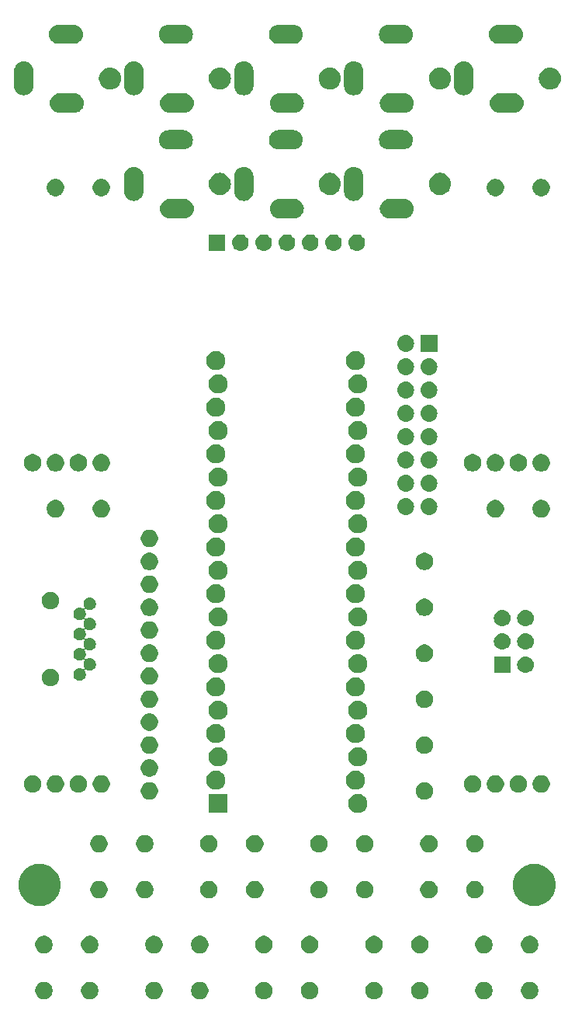
<source format=gts>
G04 #@! TF.GenerationSoftware,KiCad,Pcbnew,(5.1.4)-1*
G04 #@! TF.CreationDate,2020-06-21T13:40:25+09:00*
G04 #@! TF.ProjectId,dooper-main,646f6f70-6572-42d6-9d61-696e2e6b6963,rev?*
G04 #@! TF.SameCoordinates,Original*
G04 #@! TF.FileFunction,Soldermask,Top*
G04 #@! TF.FilePolarity,Negative*
%FSLAX46Y46*%
G04 Gerber Fmt 4.6, Leading zero omitted, Abs format (unit mm)*
G04 Created by KiCad (PCBNEW (5.1.4)-1) date 2020-06-21 13:40:25*
%MOMM*%
%LPD*%
G04 APERTURE LIST*
%ADD10C,0.100000*%
G04 APERTURE END LIST*
D10*
G36*
X106277395Y-154585546D02*
G01*
X106450466Y-154657234D01*
X106450467Y-154657235D01*
X106606227Y-154761310D01*
X106738690Y-154893773D01*
X106738691Y-154893775D01*
X106842766Y-155049534D01*
X106914454Y-155222605D01*
X106951000Y-155406333D01*
X106951000Y-155593667D01*
X106914454Y-155777395D01*
X106842766Y-155950466D01*
X106842765Y-155950467D01*
X106738690Y-156106227D01*
X106606227Y-156238690D01*
X106527818Y-156291081D01*
X106450466Y-156342766D01*
X106277395Y-156414454D01*
X106093667Y-156451000D01*
X105906333Y-156451000D01*
X105722605Y-156414454D01*
X105549534Y-156342766D01*
X105472182Y-156291081D01*
X105393773Y-156238690D01*
X105261310Y-156106227D01*
X105157235Y-155950467D01*
X105157234Y-155950466D01*
X105085546Y-155777395D01*
X105049000Y-155593667D01*
X105049000Y-155406333D01*
X105085546Y-155222605D01*
X105157234Y-155049534D01*
X105261309Y-154893775D01*
X105261310Y-154893773D01*
X105393773Y-154761310D01*
X105549533Y-154657235D01*
X105549534Y-154657234D01*
X105722605Y-154585546D01*
X105906333Y-154549000D01*
X106093667Y-154549000D01*
X106277395Y-154585546D01*
X106277395Y-154585546D01*
G37*
G36*
X101277395Y-154585546D02*
G01*
X101450466Y-154657234D01*
X101450467Y-154657235D01*
X101606227Y-154761310D01*
X101738690Y-154893773D01*
X101738691Y-154893775D01*
X101842766Y-155049534D01*
X101914454Y-155222605D01*
X101951000Y-155406333D01*
X101951000Y-155593667D01*
X101914454Y-155777395D01*
X101842766Y-155950466D01*
X101842765Y-155950467D01*
X101738690Y-156106227D01*
X101606227Y-156238690D01*
X101527818Y-156291081D01*
X101450466Y-156342766D01*
X101277395Y-156414454D01*
X101093667Y-156451000D01*
X100906333Y-156451000D01*
X100722605Y-156414454D01*
X100549534Y-156342766D01*
X100472182Y-156291081D01*
X100393773Y-156238690D01*
X100261310Y-156106227D01*
X100157235Y-155950467D01*
X100157234Y-155950466D01*
X100085546Y-155777395D01*
X100049000Y-155593667D01*
X100049000Y-155406333D01*
X100085546Y-155222605D01*
X100157234Y-155049534D01*
X100261309Y-154893775D01*
X100261310Y-154893773D01*
X100393773Y-154761310D01*
X100549533Y-154657235D01*
X100549534Y-154657234D01*
X100722605Y-154585546D01*
X100906333Y-154549000D01*
X101093667Y-154549000D01*
X101277395Y-154585546D01*
X101277395Y-154585546D01*
G37*
G36*
X77277395Y-154585546D02*
G01*
X77450466Y-154657234D01*
X77450467Y-154657235D01*
X77606227Y-154761310D01*
X77738690Y-154893773D01*
X77738691Y-154893775D01*
X77842766Y-155049534D01*
X77914454Y-155222605D01*
X77951000Y-155406333D01*
X77951000Y-155593667D01*
X77914454Y-155777395D01*
X77842766Y-155950466D01*
X77842765Y-155950467D01*
X77738690Y-156106227D01*
X77606227Y-156238690D01*
X77527818Y-156291081D01*
X77450466Y-156342766D01*
X77277395Y-156414454D01*
X77093667Y-156451000D01*
X76906333Y-156451000D01*
X76722605Y-156414454D01*
X76549534Y-156342766D01*
X76472182Y-156291081D01*
X76393773Y-156238690D01*
X76261310Y-156106227D01*
X76157235Y-155950467D01*
X76157234Y-155950466D01*
X76085546Y-155777395D01*
X76049000Y-155593667D01*
X76049000Y-155406333D01*
X76085546Y-155222605D01*
X76157234Y-155049534D01*
X76261309Y-154893775D01*
X76261310Y-154893773D01*
X76393773Y-154761310D01*
X76549533Y-154657235D01*
X76549534Y-154657234D01*
X76722605Y-154585546D01*
X76906333Y-154549000D01*
X77093667Y-154549000D01*
X77277395Y-154585546D01*
X77277395Y-154585546D01*
G37*
G36*
X82277395Y-154585546D02*
G01*
X82450466Y-154657234D01*
X82450467Y-154657235D01*
X82606227Y-154761310D01*
X82738690Y-154893773D01*
X82738691Y-154893775D01*
X82842766Y-155049534D01*
X82914454Y-155222605D01*
X82951000Y-155406333D01*
X82951000Y-155593667D01*
X82914454Y-155777395D01*
X82842766Y-155950466D01*
X82842765Y-155950467D01*
X82738690Y-156106227D01*
X82606227Y-156238690D01*
X82527818Y-156291081D01*
X82450466Y-156342766D01*
X82277395Y-156414454D01*
X82093667Y-156451000D01*
X81906333Y-156451000D01*
X81722605Y-156414454D01*
X81549534Y-156342766D01*
X81472182Y-156291081D01*
X81393773Y-156238690D01*
X81261310Y-156106227D01*
X81157235Y-155950467D01*
X81157234Y-155950466D01*
X81085546Y-155777395D01*
X81049000Y-155593667D01*
X81049000Y-155406333D01*
X81085546Y-155222605D01*
X81157234Y-155049534D01*
X81261309Y-154893775D01*
X81261310Y-154893773D01*
X81393773Y-154761310D01*
X81549533Y-154657235D01*
X81549534Y-154657234D01*
X81722605Y-154585546D01*
X81906333Y-154549000D01*
X82093667Y-154549000D01*
X82277395Y-154585546D01*
X82277395Y-154585546D01*
G37*
G36*
X65277395Y-154585546D02*
G01*
X65450466Y-154657234D01*
X65450467Y-154657235D01*
X65606227Y-154761310D01*
X65738690Y-154893773D01*
X65738691Y-154893775D01*
X65842766Y-155049534D01*
X65914454Y-155222605D01*
X65951000Y-155406333D01*
X65951000Y-155593667D01*
X65914454Y-155777395D01*
X65842766Y-155950466D01*
X65842765Y-155950467D01*
X65738690Y-156106227D01*
X65606227Y-156238690D01*
X65527818Y-156291081D01*
X65450466Y-156342766D01*
X65277395Y-156414454D01*
X65093667Y-156451000D01*
X64906333Y-156451000D01*
X64722605Y-156414454D01*
X64549534Y-156342766D01*
X64472182Y-156291081D01*
X64393773Y-156238690D01*
X64261310Y-156106227D01*
X64157235Y-155950467D01*
X64157234Y-155950466D01*
X64085546Y-155777395D01*
X64049000Y-155593667D01*
X64049000Y-155406333D01*
X64085546Y-155222605D01*
X64157234Y-155049534D01*
X64261309Y-154893775D01*
X64261310Y-154893773D01*
X64393773Y-154761310D01*
X64549533Y-154657235D01*
X64549534Y-154657234D01*
X64722605Y-154585546D01*
X64906333Y-154549000D01*
X65093667Y-154549000D01*
X65277395Y-154585546D01*
X65277395Y-154585546D01*
G37*
G36*
X70277395Y-154585546D02*
G01*
X70450466Y-154657234D01*
X70450467Y-154657235D01*
X70606227Y-154761310D01*
X70738690Y-154893773D01*
X70738691Y-154893775D01*
X70842766Y-155049534D01*
X70914454Y-155222605D01*
X70951000Y-155406333D01*
X70951000Y-155593667D01*
X70914454Y-155777395D01*
X70842766Y-155950466D01*
X70842765Y-155950467D01*
X70738690Y-156106227D01*
X70606227Y-156238690D01*
X70527818Y-156291081D01*
X70450466Y-156342766D01*
X70277395Y-156414454D01*
X70093667Y-156451000D01*
X69906333Y-156451000D01*
X69722605Y-156414454D01*
X69549534Y-156342766D01*
X69472182Y-156291081D01*
X69393773Y-156238690D01*
X69261310Y-156106227D01*
X69157235Y-155950467D01*
X69157234Y-155950466D01*
X69085546Y-155777395D01*
X69049000Y-155593667D01*
X69049000Y-155406333D01*
X69085546Y-155222605D01*
X69157234Y-155049534D01*
X69261309Y-154893775D01*
X69261310Y-154893773D01*
X69393773Y-154761310D01*
X69549533Y-154657235D01*
X69549534Y-154657234D01*
X69722605Y-154585546D01*
X69906333Y-154549000D01*
X70093667Y-154549000D01*
X70277395Y-154585546D01*
X70277395Y-154585546D01*
G37*
G36*
X58277395Y-154585546D02*
G01*
X58450466Y-154657234D01*
X58450467Y-154657235D01*
X58606227Y-154761310D01*
X58738690Y-154893773D01*
X58738691Y-154893775D01*
X58842766Y-155049534D01*
X58914454Y-155222605D01*
X58951000Y-155406333D01*
X58951000Y-155593667D01*
X58914454Y-155777395D01*
X58842766Y-155950466D01*
X58842765Y-155950467D01*
X58738690Y-156106227D01*
X58606227Y-156238690D01*
X58527818Y-156291081D01*
X58450466Y-156342766D01*
X58277395Y-156414454D01*
X58093667Y-156451000D01*
X57906333Y-156451000D01*
X57722605Y-156414454D01*
X57549534Y-156342766D01*
X57472182Y-156291081D01*
X57393773Y-156238690D01*
X57261310Y-156106227D01*
X57157235Y-155950467D01*
X57157234Y-155950466D01*
X57085546Y-155777395D01*
X57049000Y-155593667D01*
X57049000Y-155406333D01*
X57085546Y-155222605D01*
X57157234Y-155049534D01*
X57261309Y-154893775D01*
X57261310Y-154893773D01*
X57393773Y-154761310D01*
X57549533Y-154657235D01*
X57549534Y-154657234D01*
X57722605Y-154585546D01*
X57906333Y-154549000D01*
X58093667Y-154549000D01*
X58277395Y-154585546D01*
X58277395Y-154585546D01*
G37*
G36*
X89277395Y-154585546D02*
G01*
X89450466Y-154657234D01*
X89450467Y-154657235D01*
X89606227Y-154761310D01*
X89738690Y-154893773D01*
X89738691Y-154893775D01*
X89842766Y-155049534D01*
X89914454Y-155222605D01*
X89951000Y-155406333D01*
X89951000Y-155593667D01*
X89914454Y-155777395D01*
X89842766Y-155950466D01*
X89842765Y-155950467D01*
X89738690Y-156106227D01*
X89606227Y-156238690D01*
X89527818Y-156291081D01*
X89450466Y-156342766D01*
X89277395Y-156414454D01*
X89093667Y-156451000D01*
X88906333Y-156451000D01*
X88722605Y-156414454D01*
X88549534Y-156342766D01*
X88472182Y-156291081D01*
X88393773Y-156238690D01*
X88261310Y-156106227D01*
X88157235Y-155950467D01*
X88157234Y-155950466D01*
X88085546Y-155777395D01*
X88049000Y-155593667D01*
X88049000Y-155406333D01*
X88085546Y-155222605D01*
X88157234Y-155049534D01*
X88261309Y-154893775D01*
X88261310Y-154893773D01*
X88393773Y-154761310D01*
X88549533Y-154657235D01*
X88549534Y-154657234D01*
X88722605Y-154585546D01*
X88906333Y-154549000D01*
X89093667Y-154549000D01*
X89277395Y-154585546D01*
X89277395Y-154585546D01*
G37*
G36*
X94277395Y-154585546D02*
G01*
X94450466Y-154657234D01*
X94450467Y-154657235D01*
X94606227Y-154761310D01*
X94738690Y-154893773D01*
X94738691Y-154893775D01*
X94842766Y-155049534D01*
X94914454Y-155222605D01*
X94951000Y-155406333D01*
X94951000Y-155593667D01*
X94914454Y-155777395D01*
X94842766Y-155950466D01*
X94842765Y-155950467D01*
X94738690Y-156106227D01*
X94606227Y-156238690D01*
X94527818Y-156291081D01*
X94450466Y-156342766D01*
X94277395Y-156414454D01*
X94093667Y-156451000D01*
X93906333Y-156451000D01*
X93722605Y-156414454D01*
X93549534Y-156342766D01*
X93472182Y-156291081D01*
X93393773Y-156238690D01*
X93261310Y-156106227D01*
X93157235Y-155950467D01*
X93157234Y-155950466D01*
X93085546Y-155777395D01*
X93049000Y-155593667D01*
X93049000Y-155406333D01*
X93085546Y-155222605D01*
X93157234Y-155049534D01*
X93261309Y-154893775D01*
X93261310Y-154893773D01*
X93393773Y-154761310D01*
X93549533Y-154657235D01*
X93549534Y-154657234D01*
X93722605Y-154585546D01*
X93906333Y-154549000D01*
X94093667Y-154549000D01*
X94277395Y-154585546D01*
X94277395Y-154585546D01*
G37*
G36*
X53277395Y-154585546D02*
G01*
X53450466Y-154657234D01*
X53450467Y-154657235D01*
X53606227Y-154761310D01*
X53738690Y-154893773D01*
X53738691Y-154893775D01*
X53842766Y-155049534D01*
X53914454Y-155222605D01*
X53951000Y-155406333D01*
X53951000Y-155593667D01*
X53914454Y-155777395D01*
X53842766Y-155950466D01*
X53842765Y-155950467D01*
X53738690Y-156106227D01*
X53606227Y-156238690D01*
X53527818Y-156291081D01*
X53450466Y-156342766D01*
X53277395Y-156414454D01*
X53093667Y-156451000D01*
X52906333Y-156451000D01*
X52722605Y-156414454D01*
X52549534Y-156342766D01*
X52472182Y-156291081D01*
X52393773Y-156238690D01*
X52261310Y-156106227D01*
X52157235Y-155950467D01*
X52157234Y-155950466D01*
X52085546Y-155777395D01*
X52049000Y-155593667D01*
X52049000Y-155406333D01*
X52085546Y-155222605D01*
X52157234Y-155049534D01*
X52261309Y-154893775D01*
X52261310Y-154893773D01*
X52393773Y-154761310D01*
X52549533Y-154657235D01*
X52549534Y-154657234D01*
X52722605Y-154585546D01*
X52906333Y-154549000D01*
X53093667Y-154549000D01*
X53277395Y-154585546D01*
X53277395Y-154585546D01*
G37*
G36*
X82277395Y-149585546D02*
G01*
X82450466Y-149657234D01*
X82450467Y-149657235D01*
X82606227Y-149761310D01*
X82738690Y-149893773D01*
X82738691Y-149893775D01*
X82842766Y-150049534D01*
X82914454Y-150222605D01*
X82951000Y-150406333D01*
X82951000Y-150593667D01*
X82914454Y-150777395D01*
X82842766Y-150950466D01*
X82842765Y-150950467D01*
X82738690Y-151106227D01*
X82606227Y-151238690D01*
X82527818Y-151291081D01*
X82450466Y-151342766D01*
X82277395Y-151414454D01*
X82093667Y-151451000D01*
X81906333Y-151451000D01*
X81722605Y-151414454D01*
X81549534Y-151342766D01*
X81472182Y-151291081D01*
X81393773Y-151238690D01*
X81261310Y-151106227D01*
X81157235Y-150950467D01*
X81157234Y-150950466D01*
X81085546Y-150777395D01*
X81049000Y-150593667D01*
X81049000Y-150406333D01*
X81085546Y-150222605D01*
X81157234Y-150049534D01*
X81261309Y-149893775D01*
X81261310Y-149893773D01*
X81393773Y-149761310D01*
X81549533Y-149657235D01*
X81549534Y-149657234D01*
X81722605Y-149585546D01*
X81906333Y-149549000D01*
X82093667Y-149549000D01*
X82277395Y-149585546D01*
X82277395Y-149585546D01*
G37*
G36*
X101277395Y-149585546D02*
G01*
X101450466Y-149657234D01*
X101450467Y-149657235D01*
X101606227Y-149761310D01*
X101738690Y-149893773D01*
X101738691Y-149893775D01*
X101842766Y-150049534D01*
X101914454Y-150222605D01*
X101951000Y-150406333D01*
X101951000Y-150593667D01*
X101914454Y-150777395D01*
X101842766Y-150950466D01*
X101842765Y-150950467D01*
X101738690Y-151106227D01*
X101606227Y-151238690D01*
X101527818Y-151291081D01*
X101450466Y-151342766D01*
X101277395Y-151414454D01*
X101093667Y-151451000D01*
X100906333Y-151451000D01*
X100722605Y-151414454D01*
X100549534Y-151342766D01*
X100472182Y-151291081D01*
X100393773Y-151238690D01*
X100261310Y-151106227D01*
X100157235Y-150950467D01*
X100157234Y-150950466D01*
X100085546Y-150777395D01*
X100049000Y-150593667D01*
X100049000Y-150406333D01*
X100085546Y-150222605D01*
X100157234Y-150049534D01*
X100261309Y-149893775D01*
X100261310Y-149893773D01*
X100393773Y-149761310D01*
X100549533Y-149657235D01*
X100549534Y-149657234D01*
X100722605Y-149585546D01*
X100906333Y-149549000D01*
X101093667Y-149549000D01*
X101277395Y-149585546D01*
X101277395Y-149585546D01*
G37*
G36*
X106277395Y-149585546D02*
G01*
X106450466Y-149657234D01*
X106450467Y-149657235D01*
X106606227Y-149761310D01*
X106738690Y-149893773D01*
X106738691Y-149893775D01*
X106842766Y-150049534D01*
X106914454Y-150222605D01*
X106951000Y-150406333D01*
X106951000Y-150593667D01*
X106914454Y-150777395D01*
X106842766Y-150950466D01*
X106842765Y-150950467D01*
X106738690Y-151106227D01*
X106606227Y-151238690D01*
X106527818Y-151291081D01*
X106450466Y-151342766D01*
X106277395Y-151414454D01*
X106093667Y-151451000D01*
X105906333Y-151451000D01*
X105722605Y-151414454D01*
X105549534Y-151342766D01*
X105472182Y-151291081D01*
X105393773Y-151238690D01*
X105261310Y-151106227D01*
X105157235Y-150950467D01*
X105157234Y-150950466D01*
X105085546Y-150777395D01*
X105049000Y-150593667D01*
X105049000Y-150406333D01*
X105085546Y-150222605D01*
X105157234Y-150049534D01*
X105261309Y-149893775D01*
X105261310Y-149893773D01*
X105393773Y-149761310D01*
X105549533Y-149657235D01*
X105549534Y-149657234D01*
X105722605Y-149585546D01*
X105906333Y-149549000D01*
X106093667Y-149549000D01*
X106277395Y-149585546D01*
X106277395Y-149585546D01*
G37*
G36*
X53277395Y-149585546D02*
G01*
X53450466Y-149657234D01*
X53450467Y-149657235D01*
X53606227Y-149761310D01*
X53738690Y-149893773D01*
X53738691Y-149893775D01*
X53842766Y-150049534D01*
X53914454Y-150222605D01*
X53951000Y-150406333D01*
X53951000Y-150593667D01*
X53914454Y-150777395D01*
X53842766Y-150950466D01*
X53842765Y-150950467D01*
X53738690Y-151106227D01*
X53606227Y-151238690D01*
X53527818Y-151291081D01*
X53450466Y-151342766D01*
X53277395Y-151414454D01*
X53093667Y-151451000D01*
X52906333Y-151451000D01*
X52722605Y-151414454D01*
X52549534Y-151342766D01*
X52472182Y-151291081D01*
X52393773Y-151238690D01*
X52261310Y-151106227D01*
X52157235Y-150950467D01*
X52157234Y-150950466D01*
X52085546Y-150777395D01*
X52049000Y-150593667D01*
X52049000Y-150406333D01*
X52085546Y-150222605D01*
X52157234Y-150049534D01*
X52261309Y-149893775D01*
X52261310Y-149893773D01*
X52393773Y-149761310D01*
X52549533Y-149657235D01*
X52549534Y-149657234D01*
X52722605Y-149585546D01*
X52906333Y-149549000D01*
X53093667Y-149549000D01*
X53277395Y-149585546D01*
X53277395Y-149585546D01*
G37*
G36*
X58277395Y-149585546D02*
G01*
X58450466Y-149657234D01*
X58450467Y-149657235D01*
X58606227Y-149761310D01*
X58738690Y-149893773D01*
X58738691Y-149893775D01*
X58842766Y-150049534D01*
X58914454Y-150222605D01*
X58951000Y-150406333D01*
X58951000Y-150593667D01*
X58914454Y-150777395D01*
X58842766Y-150950466D01*
X58842765Y-150950467D01*
X58738690Y-151106227D01*
X58606227Y-151238690D01*
X58527818Y-151291081D01*
X58450466Y-151342766D01*
X58277395Y-151414454D01*
X58093667Y-151451000D01*
X57906333Y-151451000D01*
X57722605Y-151414454D01*
X57549534Y-151342766D01*
X57472182Y-151291081D01*
X57393773Y-151238690D01*
X57261310Y-151106227D01*
X57157235Y-150950467D01*
X57157234Y-150950466D01*
X57085546Y-150777395D01*
X57049000Y-150593667D01*
X57049000Y-150406333D01*
X57085546Y-150222605D01*
X57157234Y-150049534D01*
X57261309Y-149893775D01*
X57261310Y-149893773D01*
X57393773Y-149761310D01*
X57549533Y-149657235D01*
X57549534Y-149657234D01*
X57722605Y-149585546D01*
X57906333Y-149549000D01*
X58093667Y-149549000D01*
X58277395Y-149585546D01*
X58277395Y-149585546D01*
G37*
G36*
X89277395Y-149585546D02*
G01*
X89450466Y-149657234D01*
X89450467Y-149657235D01*
X89606227Y-149761310D01*
X89738690Y-149893773D01*
X89738691Y-149893775D01*
X89842766Y-150049534D01*
X89914454Y-150222605D01*
X89951000Y-150406333D01*
X89951000Y-150593667D01*
X89914454Y-150777395D01*
X89842766Y-150950466D01*
X89842765Y-150950467D01*
X89738690Y-151106227D01*
X89606227Y-151238690D01*
X89527818Y-151291081D01*
X89450466Y-151342766D01*
X89277395Y-151414454D01*
X89093667Y-151451000D01*
X88906333Y-151451000D01*
X88722605Y-151414454D01*
X88549534Y-151342766D01*
X88472182Y-151291081D01*
X88393773Y-151238690D01*
X88261310Y-151106227D01*
X88157235Y-150950467D01*
X88157234Y-150950466D01*
X88085546Y-150777395D01*
X88049000Y-150593667D01*
X88049000Y-150406333D01*
X88085546Y-150222605D01*
X88157234Y-150049534D01*
X88261309Y-149893775D01*
X88261310Y-149893773D01*
X88393773Y-149761310D01*
X88549533Y-149657235D01*
X88549534Y-149657234D01*
X88722605Y-149585546D01*
X88906333Y-149549000D01*
X89093667Y-149549000D01*
X89277395Y-149585546D01*
X89277395Y-149585546D01*
G37*
G36*
X94277395Y-149585546D02*
G01*
X94450466Y-149657234D01*
X94450467Y-149657235D01*
X94606227Y-149761310D01*
X94738690Y-149893773D01*
X94738691Y-149893775D01*
X94842766Y-150049534D01*
X94914454Y-150222605D01*
X94951000Y-150406333D01*
X94951000Y-150593667D01*
X94914454Y-150777395D01*
X94842766Y-150950466D01*
X94842765Y-150950467D01*
X94738690Y-151106227D01*
X94606227Y-151238690D01*
X94527818Y-151291081D01*
X94450466Y-151342766D01*
X94277395Y-151414454D01*
X94093667Y-151451000D01*
X93906333Y-151451000D01*
X93722605Y-151414454D01*
X93549534Y-151342766D01*
X93472182Y-151291081D01*
X93393773Y-151238690D01*
X93261310Y-151106227D01*
X93157235Y-150950467D01*
X93157234Y-150950466D01*
X93085546Y-150777395D01*
X93049000Y-150593667D01*
X93049000Y-150406333D01*
X93085546Y-150222605D01*
X93157234Y-150049534D01*
X93261309Y-149893775D01*
X93261310Y-149893773D01*
X93393773Y-149761310D01*
X93549533Y-149657235D01*
X93549534Y-149657234D01*
X93722605Y-149585546D01*
X93906333Y-149549000D01*
X94093667Y-149549000D01*
X94277395Y-149585546D01*
X94277395Y-149585546D01*
G37*
G36*
X77277395Y-149585546D02*
G01*
X77450466Y-149657234D01*
X77450467Y-149657235D01*
X77606227Y-149761310D01*
X77738690Y-149893773D01*
X77738691Y-149893775D01*
X77842766Y-150049534D01*
X77914454Y-150222605D01*
X77951000Y-150406333D01*
X77951000Y-150593667D01*
X77914454Y-150777395D01*
X77842766Y-150950466D01*
X77842765Y-150950467D01*
X77738690Y-151106227D01*
X77606227Y-151238690D01*
X77527818Y-151291081D01*
X77450466Y-151342766D01*
X77277395Y-151414454D01*
X77093667Y-151451000D01*
X76906333Y-151451000D01*
X76722605Y-151414454D01*
X76549534Y-151342766D01*
X76472182Y-151291081D01*
X76393773Y-151238690D01*
X76261310Y-151106227D01*
X76157235Y-150950467D01*
X76157234Y-150950466D01*
X76085546Y-150777395D01*
X76049000Y-150593667D01*
X76049000Y-150406333D01*
X76085546Y-150222605D01*
X76157234Y-150049534D01*
X76261309Y-149893775D01*
X76261310Y-149893773D01*
X76393773Y-149761310D01*
X76549533Y-149657235D01*
X76549534Y-149657234D01*
X76722605Y-149585546D01*
X76906333Y-149549000D01*
X77093667Y-149549000D01*
X77277395Y-149585546D01*
X77277395Y-149585546D01*
G37*
G36*
X65277395Y-149585546D02*
G01*
X65450466Y-149657234D01*
X65450467Y-149657235D01*
X65606227Y-149761310D01*
X65738690Y-149893773D01*
X65738691Y-149893775D01*
X65842766Y-150049534D01*
X65914454Y-150222605D01*
X65951000Y-150406333D01*
X65951000Y-150593667D01*
X65914454Y-150777395D01*
X65842766Y-150950466D01*
X65842765Y-150950467D01*
X65738690Y-151106227D01*
X65606227Y-151238690D01*
X65527818Y-151291081D01*
X65450466Y-151342766D01*
X65277395Y-151414454D01*
X65093667Y-151451000D01*
X64906333Y-151451000D01*
X64722605Y-151414454D01*
X64549534Y-151342766D01*
X64472182Y-151291081D01*
X64393773Y-151238690D01*
X64261310Y-151106227D01*
X64157235Y-150950467D01*
X64157234Y-150950466D01*
X64085546Y-150777395D01*
X64049000Y-150593667D01*
X64049000Y-150406333D01*
X64085546Y-150222605D01*
X64157234Y-150049534D01*
X64261309Y-149893775D01*
X64261310Y-149893773D01*
X64393773Y-149761310D01*
X64549533Y-149657235D01*
X64549534Y-149657234D01*
X64722605Y-149585546D01*
X64906333Y-149549000D01*
X65093667Y-149549000D01*
X65277395Y-149585546D01*
X65277395Y-149585546D01*
G37*
G36*
X70277395Y-149585546D02*
G01*
X70450466Y-149657234D01*
X70450467Y-149657235D01*
X70606227Y-149761310D01*
X70738690Y-149893773D01*
X70738691Y-149893775D01*
X70842766Y-150049534D01*
X70914454Y-150222605D01*
X70951000Y-150406333D01*
X70951000Y-150593667D01*
X70914454Y-150777395D01*
X70842766Y-150950466D01*
X70842765Y-150950467D01*
X70738690Y-151106227D01*
X70606227Y-151238690D01*
X70527818Y-151291081D01*
X70450466Y-151342766D01*
X70277395Y-151414454D01*
X70093667Y-151451000D01*
X69906333Y-151451000D01*
X69722605Y-151414454D01*
X69549534Y-151342766D01*
X69472182Y-151291081D01*
X69393773Y-151238690D01*
X69261310Y-151106227D01*
X69157235Y-150950467D01*
X69157234Y-150950466D01*
X69085546Y-150777395D01*
X69049000Y-150593667D01*
X69049000Y-150406333D01*
X69085546Y-150222605D01*
X69157234Y-150049534D01*
X69261309Y-149893775D01*
X69261310Y-149893773D01*
X69393773Y-149761310D01*
X69549533Y-149657235D01*
X69549534Y-149657234D01*
X69722605Y-149585546D01*
X69906333Y-149549000D01*
X70093667Y-149549000D01*
X70277395Y-149585546D01*
X70277395Y-149585546D01*
G37*
G36*
X106948903Y-141743213D02*
G01*
X107171177Y-141787426D01*
X107589932Y-141960880D01*
X107966802Y-142212696D01*
X108287304Y-142533198D01*
X108539120Y-142910068D01*
X108712574Y-143328823D01*
X108801000Y-143773371D01*
X108801000Y-144226629D01*
X108712574Y-144671177D01*
X108539120Y-145089932D01*
X108287304Y-145466802D01*
X107966802Y-145787304D01*
X107589932Y-146039120D01*
X107171177Y-146212574D01*
X106948903Y-146256787D01*
X106726630Y-146301000D01*
X106273370Y-146301000D01*
X106051097Y-146256787D01*
X105828823Y-146212574D01*
X105410068Y-146039120D01*
X105033198Y-145787304D01*
X104712696Y-145466802D01*
X104460880Y-145089932D01*
X104287426Y-144671177D01*
X104199000Y-144226629D01*
X104199000Y-143773371D01*
X104287426Y-143328823D01*
X104460880Y-142910068D01*
X104712696Y-142533198D01*
X105033198Y-142212696D01*
X105410068Y-141960880D01*
X105828823Y-141787426D01*
X106051097Y-141743213D01*
X106273370Y-141699000D01*
X106726630Y-141699000D01*
X106948903Y-141743213D01*
X106948903Y-141743213D01*
G37*
G36*
X52948903Y-141743213D02*
G01*
X53171177Y-141787426D01*
X53589932Y-141960880D01*
X53966802Y-142212696D01*
X54287304Y-142533198D01*
X54539120Y-142910068D01*
X54712574Y-143328823D01*
X54801000Y-143773371D01*
X54801000Y-144226629D01*
X54712574Y-144671177D01*
X54539120Y-145089932D01*
X54287304Y-145466802D01*
X53966802Y-145787304D01*
X53589932Y-146039120D01*
X53171177Y-146212574D01*
X52948903Y-146256787D01*
X52726630Y-146301000D01*
X52273370Y-146301000D01*
X52051097Y-146256787D01*
X51828823Y-146212574D01*
X51410068Y-146039120D01*
X51033198Y-145787304D01*
X50712696Y-145466802D01*
X50460880Y-145089932D01*
X50287426Y-144671177D01*
X50199000Y-144226629D01*
X50199000Y-143773371D01*
X50287426Y-143328823D01*
X50460880Y-142910068D01*
X50712696Y-142533198D01*
X51033198Y-142212696D01*
X51410068Y-141960880D01*
X51828823Y-141787426D01*
X52051097Y-141743213D01*
X52273370Y-141699000D01*
X52726630Y-141699000D01*
X52948903Y-141743213D01*
X52948903Y-141743213D01*
G37*
G36*
X100277395Y-143585546D02*
G01*
X100450466Y-143657234D01*
X100450467Y-143657235D01*
X100606227Y-143761310D01*
X100738690Y-143893773D01*
X100738691Y-143893775D01*
X100842766Y-144049534D01*
X100914454Y-144222605D01*
X100951000Y-144406333D01*
X100951000Y-144593667D01*
X100914454Y-144777395D01*
X100842766Y-144950466D01*
X100842765Y-144950467D01*
X100738690Y-145106227D01*
X100606227Y-145238690D01*
X100527818Y-145291081D01*
X100450466Y-145342766D01*
X100277395Y-145414454D01*
X100093667Y-145451000D01*
X99906333Y-145451000D01*
X99722605Y-145414454D01*
X99549534Y-145342766D01*
X99472182Y-145291081D01*
X99393773Y-145238690D01*
X99261310Y-145106227D01*
X99157235Y-144950467D01*
X99157234Y-144950466D01*
X99085546Y-144777395D01*
X99049000Y-144593667D01*
X99049000Y-144406333D01*
X99085546Y-144222605D01*
X99157234Y-144049534D01*
X99261309Y-143893775D01*
X99261310Y-143893773D01*
X99393773Y-143761310D01*
X99549533Y-143657235D01*
X99549534Y-143657234D01*
X99722605Y-143585546D01*
X99906333Y-143549000D01*
X100093667Y-143549000D01*
X100277395Y-143585546D01*
X100277395Y-143585546D01*
G37*
G36*
X59277395Y-143585546D02*
G01*
X59450466Y-143657234D01*
X59450467Y-143657235D01*
X59606227Y-143761310D01*
X59738690Y-143893773D01*
X59738691Y-143893775D01*
X59842766Y-144049534D01*
X59914454Y-144222605D01*
X59951000Y-144406333D01*
X59951000Y-144593667D01*
X59914454Y-144777395D01*
X59842766Y-144950466D01*
X59842765Y-144950467D01*
X59738690Y-145106227D01*
X59606227Y-145238690D01*
X59527818Y-145291081D01*
X59450466Y-145342766D01*
X59277395Y-145414454D01*
X59093667Y-145451000D01*
X58906333Y-145451000D01*
X58722605Y-145414454D01*
X58549534Y-145342766D01*
X58472182Y-145291081D01*
X58393773Y-145238690D01*
X58261310Y-145106227D01*
X58157235Y-144950467D01*
X58157234Y-144950466D01*
X58085546Y-144777395D01*
X58049000Y-144593667D01*
X58049000Y-144406333D01*
X58085546Y-144222605D01*
X58157234Y-144049534D01*
X58261309Y-143893775D01*
X58261310Y-143893773D01*
X58393773Y-143761310D01*
X58549533Y-143657235D01*
X58549534Y-143657234D01*
X58722605Y-143585546D01*
X58906333Y-143549000D01*
X59093667Y-143549000D01*
X59277395Y-143585546D01*
X59277395Y-143585546D01*
G37*
G36*
X64277395Y-143585546D02*
G01*
X64450466Y-143657234D01*
X64450467Y-143657235D01*
X64606227Y-143761310D01*
X64738690Y-143893773D01*
X64738691Y-143893775D01*
X64842766Y-144049534D01*
X64914454Y-144222605D01*
X64951000Y-144406333D01*
X64951000Y-144593667D01*
X64914454Y-144777395D01*
X64842766Y-144950466D01*
X64842765Y-144950467D01*
X64738690Y-145106227D01*
X64606227Y-145238690D01*
X64527818Y-145291081D01*
X64450466Y-145342766D01*
X64277395Y-145414454D01*
X64093667Y-145451000D01*
X63906333Y-145451000D01*
X63722605Y-145414454D01*
X63549534Y-145342766D01*
X63472182Y-145291081D01*
X63393773Y-145238690D01*
X63261310Y-145106227D01*
X63157235Y-144950467D01*
X63157234Y-144950466D01*
X63085546Y-144777395D01*
X63049000Y-144593667D01*
X63049000Y-144406333D01*
X63085546Y-144222605D01*
X63157234Y-144049534D01*
X63261309Y-143893775D01*
X63261310Y-143893773D01*
X63393773Y-143761310D01*
X63549533Y-143657235D01*
X63549534Y-143657234D01*
X63722605Y-143585546D01*
X63906333Y-143549000D01*
X64093667Y-143549000D01*
X64277395Y-143585546D01*
X64277395Y-143585546D01*
G37*
G36*
X83277395Y-143585546D02*
G01*
X83450466Y-143657234D01*
X83450467Y-143657235D01*
X83606227Y-143761310D01*
X83738690Y-143893773D01*
X83738691Y-143893775D01*
X83842766Y-144049534D01*
X83914454Y-144222605D01*
X83951000Y-144406333D01*
X83951000Y-144593667D01*
X83914454Y-144777395D01*
X83842766Y-144950466D01*
X83842765Y-144950467D01*
X83738690Y-145106227D01*
X83606227Y-145238690D01*
X83527818Y-145291081D01*
X83450466Y-145342766D01*
X83277395Y-145414454D01*
X83093667Y-145451000D01*
X82906333Y-145451000D01*
X82722605Y-145414454D01*
X82549534Y-145342766D01*
X82472182Y-145291081D01*
X82393773Y-145238690D01*
X82261310Y-145106227D01*
X82157235Y-144950467D01*
X82157234Y-144950466D01*
X82085546Y-144777395D01*
X82049000Y-144593667D01*
X82049000Y-144406333D01*
X82085546Y-144222605D01*
X82157234Y-144049534D01*
X82261309Y-143893775D01*
X82261310Y-143893773D01*
X82393773Y-143761310D01*
X82549533Y-143657235D01*
X82549534Y-143657234D01*
X82722605Y-143585546D01*
X82906333Y-143549000D01*
X83093667Y-143549000D01*
X83277395Y-143585546D01*
X83277395Y-143585546D01*
G37*
G36*
X71277395Y-143585546D02*
G01*
X71450466Y-143657234D01*
X71450467Y-143657235D01*
X71606227Y-143761310D01*
X71738690Y-143893773D01*
X71738691Y-143893775D01*
X71842766Y-144049534D01*
X71914454Y-144222605D01*
X71951000Y-144406333D01*
X71951000Y-144593667D01*
X71914454Y-144777395D01*
X71842766Y-144950466D01*
X71842765Y-144950467D01*
X71738690Y-145106227D01*
X71606227Y-145238690D01*
X71527818Y-145291081D01*
X71450466Y-145342766D01*
X71277395Y-145414454D01*
X71093667Y-145451000D01*
X70906333Y-145451000D01*
X70722605Y-145414454D01*
X70549534Y-145342766D01*
X70472182Y-145291081D01*
X70393773Y-145238690D01*
X70261310Y-145106227D01*
X70157235Y-144950467D01*
X70157234Y-144950466D01*
X70085546Y-144777395D01*
X70049000Y-144593667D01*
X70049000Y-144406333D01*
X70085546Y-144222605D01*
X70157234Y-144049534D01*
X70261309Y-143893775D01*
X70261310Y-143893773D01*
X70393773Y-143761310D01*
X70549533Y-143657235D01*
X70549534Y-143657234D01*
X70722605Y-143585546D01*
X70906333Y-143549000D01*
X71093667Y-143549000D01*
X71277395Y-143585546D01*
X71277395Y-143585546D01*
G37*
G36*
X95277395Y-143585546D02*
G01*
X95450466Y-143657234D01*
X95450467Y-143657235D01*
X95606227Y-143761310D01*
X95738690Y-143893773D01*
X95738691Y-143893775D01*
X95842766Y-144049534D01*
X95914454Y-144222605D01*
X95951000Y-144406333D01*
X95951000Y-144593667D01*
X95914454Y-144777395D01*
X95842766Y-144950466D01*
X95842765Y-144950467D01*
X95738690Y-145106227D01*
X95606227Y-145238690D01*
X95527818Y-145291081D01*
X95450466Y-145342766D01*
X95277395Y-145414454D01*
X95093667Y-145451000D01*
X94906333Y-145451000D01*
X94722605Y-145414454D01*
X94549534Y-145342766D01*
X94472182Y-145291081D01*
X94393773Y-145238690D01*
X94261310Y-145106227D01*
X94157235Y-144950467D01*
X94157234Y-144950466D01*
X94085546Y-144777395D01*
X94049000Y-144593667D01*
X94049000Y-144406333D01*
X94085546Y-144222605D01*
X94157234Y-144049534D01*
X94261309Y-143893775D01*
X94261310Y-143893773D01*
X94393773Y-143761310D01*
X94549533Y-143657235D01*
X94549534Y-143657234D01*
X94722605Y-143585546D01*
X94906333Y-143549000D01*
X95093667Y-143549000D01*
X95277395Y-143585546D01*
X95277395Y-143585546D01*
G37*
G36*
X76277395Y-143585546D02*
G01*
X76450466Y-143657234D01*
X76450467Y-143657235D01*
X76606227Y-143761310D01*
X76738690Y-143893773D01*
X76738691Y-143893775D01*
X76842766Y-144049534D01*
X76914454Y-144222605D01*
X76951000Y-144406333D01*
X76951000Y-144593667D01*
X76914454Y-144777395D01*
X76842766Y-144950466D01*
X76842765Y-144950467D01*
X76738690Y-145106227D01*
X76606227Y-145238690D01*
X76527818Y-145291081D01*
X76450466Y-145342766D01*
X76277395Y-145414454D01*
X76093667Y-145451000D01*
X75906333Y-145451000D01*
X75722605Y-145414454D01*
X75549534Y-145342766D01*
X75472182Y-145291081D01*
X75393773Y-145238690D01*
X75261310Y-145106227D01*
X75157235Y-144950467D01*
X75157234Y-144950466D01*
X75085546Y-144777395D01*
X75049000Y-144593667D01*
X75049000Y-144406333D01*
X75085546Y-144222605D01*
X75157234Y-144049534D01*
X75261309Y-143893775D01*
X75261310Y-143893773D01*
X75393773Y-143761310D01*
X75549533Y-143657235D01*
X75549534Y-143657234D01*
X75722605Y-143585546D01*
X75906333Y-143549000D01*
X76093667Y-143549000D01*
X76277395Y-143585546D01*
X76277395Y-143585546D01*
G37*
G36*
X88277395Y-143585546D02*
G01*
X88450466Y-143657234D01*
X88450467Y-143657235D01*
X88606227Y-143761310D01*
X88738690Y-143893773D01*
X88738691Y-143893775D01*
X88842766Y-144049534D01*
X88914454Y-144222605D01*
X88951000Y-144406333D01*
X88951000Y-144593667D01*
X88914454Y-144777395D01*
X88842766Y-144950466D01*
X88842765Y-144950467D01*
X88738690Y-145106227D01*
X88606227Y-145238690D01*
X88527818Y-145291081D01*
X88450466Y-145342766D01*
X88277395Y-145414454D01*
X88093667Y-145451000D01*
X87906333Y-145451000D01*
X87722605Y-145414454D01*
X87549534Y-145342766D01*
X87472182Y-145291081D01*
X87393773Y-145238690D01*
X87261310Y-145106227D01*
X87157235Y-144950467D01*
X87157234Y-144950466D01*
X87085546Y-144777395D01*
X87049000Y-144593667D01*
X87049000Y-144406333D01*
X87085546Y-144222605D01*
X87157234Y-144049534D01*
X87261309Y-143893775D01*
X87261310Y-143893773D01*
X87393773Y-143761310D01*
X87549533Y-143657235D01*
X87549534Y-143657234D01*
X87722605Y-143585546D01*
X87906333Y-143549000D01*
X88093667Y-143549000D01*
X88277395Y-143585546D01*
X88277395Y-143585546D01*
G37*
G36*
X59277395Y-138585546D02*
G01*
X59450466Y-138657234D01*
X59450467Y-138657235D01*
X59606227Y-138761310D01*
X59738690Y-138893773D01*
X59738691Y-138893775D01*
X59842766Y-139049534D01*
X59914454Y-139222605D01*
X59951000Y-139406333D01*
X59951000Y-139593667D01*
X59914454Y-139777395D01*
X59842766Y-139950466D01*
X59842765Y-139950467D01*
X59738690Y-140106227D01*
X59606227Y-140238690D01*
X59527818Y-140291081D01*
X59450466Y-140342766D01*
X59277395Y-140414454D01*
X59093667Y-140451000D01*
X58906333Y-140451000D01*
X58722605Y-140414454D01*
X58549534Y-140342766D01*
X58472182Y-140291081D01*
X58393773Y-140238690D01*
X58261310Y-140106227D01*
X58157235Y-139950467D01*
X58157234Y-139950466D01*
X58085546Y-139777395D01*
X58049000Y-139593667D01*
X58049000Y-139406333D01*
X58085546Y-139222605D01*
X58157234Y-139049534D01*
X58261309Y-138893775D01*
X58261310Y-138893773D01*
X58393773Y-138761310D01*
X58549533Y-138657235D01*
X58549534Y-138657234D01*
X58722605Y-138585546D01*
X58906333Y-138549000D01*
X59093667Y-138549000D01*
X59277395Y-138585546D01*
X59277395Y-138585546D01*
G37*
G36*
X64277395Y-138585546D02*
G01*
X64450466Y-138657234D01*
X64450467Y-138657235D01*
X64606227Y-138761310D01*
X64738690Y-138893773D01*
X64738691Y-138893775D01*
X64842766Y-139049534D01*
X64914454Y-139222605D01*
X64951000Y-139406333D01*
X64951000Y-139593667D01*
X64914454Y-139777395D01*
X64842766Y-139950466D01*
X64842765Y-139950467D01*
X64738690Y-140106227D01*
X64606227Y-140238690D01*
X64527818Y-140291081D01*
X64450466Y-140342766D01*
X64277395Y-140414454D01*
X64093667Y-140451000D01*
X63906333Y-140451000D01*
X63722605Y-140414454D01*
X63549534Y-140342766D01*
X63472182Y-140291081D01*
X63393773Y-140238690D01*
X63261310Y-140106227D01*
X63157235Y-139950467D01*
X63157234Y-139950466D01*
X63085546Y-139777395D01*
X63049000Y-139593667D01*
X63049000Y-139406333D01*
X63085546Y-139222605D01*
X63157234Y-139049534D01*
X63261309Y-138893775D01*
X63261310Y-138893773D01*
X63393773Y-138761310D01*
X63549533Y-138657235D01*
X63549534Y-138657234D01*
X63722605Y-138585546D01*
X63906333Y-138549000D01*
X64093667Y-138549000D01*
X64277395Y-138585546D01*
X64277395Y-138585546D01*
G37*
G36*
X76277395Y-138585546D02*
G01*
X76450466Y-138657234D01*
X76450467Y-138657235D01*
X76606227Y-138761310D01*
X76738690Y-138893773D01*
X76738691Y-138893775D01*
X76842766Y-139049534D01*
X76914454Y-139222605D01*
X76951000Y-139406333D01*
X76951000Y-139593667D01*
X76914454Y-139777395D01*
X76842766Y-139950466D01*
X76842765Y-139950467D01*
X76738690Y-140106227D01*
X76606227Y-140238690D01*
X76527818Y-140291081D01*
X76450466Y-140342766D01*
X76277395Y-140414454D01*
X76093667Y-140451000D01*
X75906333Y-140451000D01*
X75722605Y-140414454D01*
X75549534Y-140342766D01*
X75472182Y-140291081D01*
X75393773Y-140238690D01*
X75261310Y-140106227D01*
X75157235Y-139950467D01*
X75157234Y-139950466D01*
X75085546Y-139777395D01*
X75049000Y-139593667D01*
X75049000Y-139406333D01*
X75085546Y-139222605D01*
X75157234Y-139049534D01*
X75261309Y-138893775D01*
X75261310Y-138893773D01*
X75393773Y-138761310D01*
X75549533Y-138657235D01*
X75549534Y-138657234D01*
X75722605Y-138585546D01*
X75906333Y-138549000D01*
X76093667Y-138549000D01*
X76277395Y-138585546D01*
X76277395Y-138585546D01*
G37*
G36*
X71277395Y-138585546D02*
G01*
X71450466Y-138657234D01*
X71450467Y-138657235D01*
X71606227Y-138761310D01*
X71738690Y-138893773D01*
X71738691Y-138893775D01*
X71842766Y-139049534D01*
X71914454Y-139222605D01*
X71951000Y-139406333D01*
X71951000Y-139593667D01*
X71914454Y-139777395D01*
X71842766Y-139950466D01*
X71842765Y-139950467D01*
X71738690Y-140106227D01*
X71606227Y-140238690D01*
X71527818Y-140291081D01*
X71450466Y-140342766D01*
X71277395Y-140414454D01*
X71093667Y-140451000D01*
X70906333Y-140451000D01*
X70722605Y-140414454D01*
X70549534Y-140342766D01*
X70472182Y-140291081D01*
X70393773Y-140238690D01*
X70261310Y-140106227D01*
X70157235Y-139950467D01*
X70157234Y-139950466D01*
X70085546Y-139777395D01*
X70049000Y-139593667D01*
X70049000Y-139406333D01*
X70085546Y-139222605D01*
X70157234Y-139049534D01*
X70261309Y-138893775D01*
X70261310Y-138893773D01*
X70393773Y-138761310D01*
X70549533Y-138657235D01*
X70549534Y-138657234D01*
X70722605Y-138585546D01*
X70906333Y-138549000D01*
X71093667Y-138549000D01*
X71277395Y-138585546D01*
X71277395Y-138585546D01*
G37*
G36*
X88277395Y-138585546D02*
G01*
X88450466Y-138657234D01*
X88450467Y-138657235D01*
X88606227Y-138761310D01*
X88738690Y-138893773D01*
X88738691Y-138893775D01*
X88842766Y-139049534D01*
X88914454Y-139222605D01*
X88951000Y-139406333D01*
X88951000Y-139593667D01*
X88914454Y-139777395D01*
X88842766Y-139950466D01*
X88842765Y-139950467D01*
X88738690Y-140106227D01*
X88606227Y-140238690D01*
X88527818Y-140291081D01*
X88450466Y-140342766D01*
X88277395Y-140414454D01*
X88093667Y-140451000D01*
X87906333Y-140451000D01*
X87722605Y-140414454D01*
X87549534Y-140342766D01*
X87472182Y-140291081D01*
X87393773Y-140238690D01*
X87261310Y-140106227D01*
X87157235Y-139950467D01*
X87157234Y-139950466D01*
X87085546Y-139777395D01*
X87049000Y-139593667D01*
X87049000Y-139406333D01*
X87085546Y-139222605D01*
X87157234Y-139049534D01*
X87261309Y-138893775D01*
X87261310Y-138893773D01*
X87393773Y-138761310D01*
X87549533Y-138657235D01*
X87549534Y-138657234D01*
X87722605Y-138585546D01*
X87906333Y-138549000D01*
X88093667Y-138549000D01*
X88277395Y-138585546D01*
X88277395Y-138585546D01*
G37*
G36*
X83277395Y-138585546D02*
G01*
X83450466Y-138657234D01*
X83450467Y-138657235D01*
X83606227Y-138761310D01*
X83738690Y-138893773D01*
X83738691Y-138893775D01*
X83842766Y-139049534D01*
X83914454Y-139222605D01*
X83951000Y-139406333D01*
X83951000Y-139593667D01*
X83914454Y-139777395D01*
X83842766Y-139950466D01*
X83842765Y-139950467D01*
X83738690Y-140106227D01*
X83606227Y-140238690D01*
X83527818Y-140291081D01*
X83450466Y-140342766D01*
X83277395Y-140414454D01*
X83093667Y-140451000D01*
X82906333Y-140451000D01*
X82722605Y-140414454D01*
X82549534Y-140342766D01*
X82472182Y-140291081D01*
X82393773Y-140238690D01*
X82261310Y-140106227D01*
X82157235Y-139950467D01*
X82157234Y-139950466D01*
X82085546Y-139777395D01*
X82049000Y-139593667D01*
X82049000Y-139406333D01*
X82085546Y-139222605D01*
X82157234Y-139049534D01*
X82261309Y-138893775D01*
X82261310Y-138893773D01*
X82393773Y-138761310D01*
X82549533Y-138657235D01*
X82549534Y-138657234D01*
X82722605Y-138585546D01*
X82906333Y-138549000D01*
X83093667Y-138549000D01*
X83277395Y-138585546D01*
X83277395Y-138585546D01*
G37*
G36*
X95277395Y-138585546D02*
G01*
X95450466Y-138657234D01*
X95450467Y-138657235D01*
X95606227Y-138761310D01*
X95738690Y-138893773D01*
X95738691Y-138893775D01*
X95842766Y-139049534D01*
X95914454Y-139222605D01*
X95951000Y-139406333D01*
X95951000Y-139593667D01*
X95914454Y-139777395D01*
X95842766Y-139950466D01*
X95842765Y-139950467D01*
X95738690Y-140106227D01*
X95606227Y-140238690D01*
X95527818Y-140291081D01*
X95450466Y-140342766D01*
X95277395Y-140414454D01*
X95093667Y-140451000D01*
X94906333Y-140451000D01*
X94722605Y-140414454D01*
X94549534Y-140342766D01*
X94472182Y-140291081D01*
X94393773Y-140238690D01*
X94261310Y-140106227D01*
X94157235Y-139950467D01*
X94157234Y-139950466D01*
X94085546Y-139777395D01*
X94049000Y-139593667D01*
X94049000Y-139406333D01*
X94085546Y-139222605D01*
X94157234Y-139049534D01*
X94261309Y-138893775D01*
X94261310Y-138893773D01*
X94393773Y-138761310D01*
X94549533Y-138657235D01*
X94549534Y-138657234D01*
X94722605Y-138585546D01*
X94906333Y-138549000D01*
X95093667Y-138549000D01*
X95277395Y-138585546D01*
X95277395Y-138585546D01*
G37*
G36*
X100277395Y-138585546D02*
G01*
X100450466Y-138657234D01*
X100450467Y-138657235D01*
X100606227Y-138761310D01*
X100738690Y-138893773D01*
X100738691Y-138893775D01*
X100842766Y-139049534D01*
X100914454Y-139222605D01*
X100951000Y-139406333D01*
X100951000Y-139593667D01*
X100914454Y-139777395D01*
X100842766Y-139950466D01*
X100842765Y-139950467D01*
X100738690Y-140106227D01*
X100606227Y-140238690D01*
X100527818Y-140291081D01*
X100450466Y-140342766D01*
X100277395Y-140414454D01*
X100093667Y-140451000D01*
X99906333Y-140451000D01*
X99722605Y-140414454D01*
X99549534Y-140342766D01*
X99472182Y-140291081D01*
X99393773Y-140238690D01*
X99261310Y-140106227D01*
X99157235Y-139950467D01*
X99157234Y-139950466D01*
X99085546Y-139777395D01*
X99049000Y-139593667D01*
X99049000Y-139406333D01*
X99085546Y-139222605D01*
X99157234Y-139049534D01*
X99261309Y-138893775D01*
X99261310Y-138893773D01*
X99393773Y-138761310D01*
X99549533Y-138657235D01*
X99549534Y-138657234D01*
X99722605Y-138585546D01*
X99906333Y-138549000D01*
X100093667Y-138549000D01*
X100277395Y-138585546D01*
X100277395Y-138585546D01*
G37*
G36*
X87550765Y-134128620D02*
G01*
X87740288Y-134207123D01*
X87910854Y-134321092D01*
X88055908Y-134466146D01*
X88169877Y-134636712D01*
X88248380Y-134826235D01*
X88288400Y-135027431D01*
X88288400Y-135232569D01*
X88248380Y-135433765D01*
X88169877Y-135623288D01*
X88055908Y-135793854D01*
X87910854Y-135938908D01*
X87740288Y-136052877D01*
X87740287Y-136052878D01*
X87740286Y-136052878D01*
X87550765Y-136131380D01*
X87349570Y-136171400D01*
X87144430Y-136171400D01*
X86943235Y-136131380D01*
X86753714Y-136052878D01*
X86753713Y-136052878D01*
X86753712Y-136052877D01*
X86583146Y-135938908D01*
X86438092Y-135793854D01*
X86324123Y-135623288D01*
X86245620Y-135433765D01*
X86205600Y-135232569D01*
X86205600Y-135027431D01*
X86245620Y-134826235D01*
X86324123Y-134636712D01*
X86438092Y-134466146D01*
X86583146Y-134321092D01*
X86753712Y-134207123D01*
X86943235Y-134128620D01*
X87144430Y-134088600D01*
X87349570Y-134088600D01*
X87550765Y-134128620D01*
X87550765Y-134128620D01*
G37*
G36*
X73048400Y-136171400D02*
G01*
X70965600Y-136171400D01*
X70965600Y-134088600D01*
X73048400Y-134088600D01*
X73048400Y-136171400D01*
X73048400Y-136171400D01*
G37*
G36*
X64777395Y-132835546D02*
G01*
X64950466Y-132907234D01*
X64950467Y-132907235D01*
X65106227Y-133011310D01*
X65238690Y-133143773D01*
X65238691Y-133143775D01*
X65342766Y-133299534D01*
X65414454Y-133472605D01*
X65451000Y-133656333D01*
X65451000Y-133843667D01*
X65414454Y-134027395D01*
X65342766Y-134200466D01*
X65338318Y-134207123D01*
X65238690Y-134356227D01*
X65106227Y-134488690D01*
X65027818Y-134541081D01*
X64950466Y-134592766D01*
X64777395Y-134664454D01*
X64593667Y-134701000D01*
X64406333Y-134701000D01*
X64222605Y-134664454D01*
X64049534Y-134592766D01*
X63972182Y-134541081D01*
X63893773Y-134488690D01*
X63761310Y-134356227D01*
X63661682Y-134207123D01*
X63657234Y-134200466D01*
X63585546Y-134027395D01*
X63549000Y-133843667D01*
X63549000Y-133656333D01*
X63585546Y-133472605D01*
X63657234Y-133299534D01*
X63761309Y-133143775D01*
X63761310Y-133143773D01*
X63893773Y-133011310D01*
X64049533Y-132907235D01*
X64049534Y-132907234D01*
X64222605Y-132835546D01*
X64406333Y-132799000D01*
X64593667Y-132799000D01*
X64777395Y-132835546D01*
X64777395Y-132835546D01*
G37*
G36*
X94777395Y-132835546D02*
G01*
X94950466Y-132907234D01*
X94950467Y-132907235D01*
X95106227Y-133011310D01*
X95238690Y-133143773D01*
X95238691Y-133143775D01*
X95342766Y-133299534D01*
X95414454Y-133472605D01*
X95451000Y-133656333D01*
X95451000Y-133843667D01*
X95414454Y-134027395D01*
X95342766Y-134200466D01*
X95338318Y-134207123D01*
X95238690Y-134356227D01*
X95106227Y-134488690D01*
X95027818Y-134541081D01*
X94950466Y-134592766D01*
X94777395Y-134664454D01*
X94593667Y-134701000D01*
X94406333Y-134701000D01*
X94222605Y-134664454D01*
X94049534Y-134592766D01*
X93972182Y-134541081D01*
X93893773Y-134488690D01*
X93761310Y-134356227D01*
X93661682Y-134207123D01*
X93657234Y-134200466D01*
X93585546Y-134027395D01*
X93549000Y-133843667D01*
X93549000Y-133656333D01*
X93585546Y-133472605D01*
X93657234Y-133299534D01*
X93761309Y-133143775D01*
X93761310Y-133143773D01*
X93893773Y-133011310D01*
X94049533Y-132907235D01*
X94049534Y-132907234D01*
X94222605Y-132835546D01*
X94406333Y-132799000D01*
X94593667Y-132799000D01*
X94777395Y-132835546D01*
X94777395Y-132835546D01*
G37*
G36*
X100027395Y-132085546D02*
G01*
X100200466Y-132157234D01*
X100200467Y-132157235D01*
X100356227Y-132261310D01*
X100488690Y-132393773D01*
X100488691Y-132393775D01*
X100592766Y-132549534D01*
X100664454Y-132722605D01*
X100701000Y-132906333D01*
X100701000Y-133093667D01*
X100664454Y-133277395D01*
X100592766Y-133450466D01*
X100592765Y-133450467D01*
X100488690Y-133606227D01*
X100356227Y-133738690D01*
X100277818Y-133791081D01*
X100200466Y-133842766D01*
X100027395Y-133914454D01*
X99843667Y-133951000D01*
X99656333Y-133951000D01*
X99472605Y-133914454D01*
X99299534Y-133842766D01*
X99222182Y-133791081D01*
X99143773Y-133738690D01*
X99011310Y-133606227D01*
X98907235Y-133450467D01*
X98907234Y-133450466D01*
X98835546Y-133277395D01*
X98799000Y-133093667D01*
X98799000Y-132906333D01*
X98835546Y-132722605D01*
X98907234Y-132549534D01*
X99011309Y-132393775D01*
X99011310Y-132393773D01*
X99143773Y-132261310D01*
X99299533Y-132157235D01*
X99299534Y-132157234D01*
X99472605Y-132085546D01*
X99656333Y-132049000D01*
X99843667Y-132049000D01*
X100027395Y-132085546D01*
X100027395Y-132085546D01*
G37*
G36*
X102527395Y-132085546D02*
G01*
X102700466Y-132157234D01*
X102700467Y-132157235D01*
X102856227Y-132261310D01*
X102988690Y-132393773D01*
X102988691Y-132393775D01*
X103092766Y-132549534D01*
X103164454Y-132722605D01*
X103201000Y-132906333D01*
X103201000Y-133093667D01*
X103164454Y-133277395D01*
X103092766Y-133450466D01*
X103092765Y-133450467D01*
X102988690Y-133606227D01*
X102856227Y-133738690D01*
X102777818Y-133791081D01*
X102700466Y-133842766D01*
X102527395Y-133914454D01*
X102343667Y-133951000D01*
X102156333Y-133951000D01*
X101972605Y-133914454D01*
X101799534Y-133842766D01*
X101722182Y-133791081D01*
X101643773Y-133738690D01*
X101511310Y-133606227D01*
X101407235Y-133450467D01*
X101407234Y-133450466D01*
X101335546Y-133277395D01*
X101299000Y-133093667D01*
X101299000Y-132906333D01*
X101335546Y-132722605D01*
X101407234Y-132549534D01*
X101511309Y-132393775D01*
X101511310Y-132393773D01*
X101643773Y-132261310D01*
X101799533Y-132157235D01*
X101799534Y-132157234D01*
X101972605Y-132085546D01*
X102156333Y-132049000D01*
X102343667Y-132049000D01*
X102527395Y-132085546D01*
X102527395Y-132085546D01*
G37*
G36*
X57027395Y-132085546D02*
G01*
X57200466Y-132157234D01*
X57200467Y-132157235D01*
X57356227Y-132261310D01*
X57488690Y-132393773D01*
X57488691Y-132393775D01*
X57592766Y-132549534D01*
X57664454Y-132722605D01*
X57701000Y-132906333D01*
X57701000Y-133093667D01*
X57664454Y-133277395D01*
X57592766Y-133450466D01*
X57592765Y-133450467D01*
X57488690Y-133606227D01*
X57356227Y-133738690D01*
X57277818Y-133791081D01*
X57200466Y-133842766D01*
X57027395Y-133914454D01*
X56843667Y-133951000D01*
X56656333Y-133951000D01*
X56472605Y-133914454D01*
X56299534Y-133842766D01*
X56222182Y-133791081D01*
X56143773Y-133738690D01*
X56011310Y-133606227D01*
X55907235Y-133450467D01*
X55907234Y-133450466D01*
X55835546Y-133277395D01*
X55799000Y-133093667D01*
X55799000Y-132906333D01*
X55835546Y-132722605D01*
X55907234Y-132549534D01*
X56011309Y-132393775D01*
X56011310Y-132393773D01*
X56143773Y-132261310D01*
X56299533Y-132157235D01*
X56299534Y-132157234D01*
X56472605Y-132085546D01*
X56656333Y-132049000D01*
X56843667Y-132049000D01*
X57027395Y-132085546D01*
X57027395Y-132085546D01*
G37*
G36*
X59527395Y-132085546D02*
G01*
X59700466Y-132157234D01*
X59700467Y-132157235D01*
X59856227Y-132261310D01*
X59988690Y-132393773D01*
X59988691Y-132393775D01*
X60092766Y-132549534D01*
X60164454Y-132722605D01*
X60201000Y-132906333D01*
X60201000Y-133093667D01*
X60164454Y-133277395D01*
X60092766Y-133450466D01*
X60092765Y-133450467D01*
X59988690Y-133606227D01*
X59856227Y-133738690D01*
X59777818Y-133791081D01*
X59700466Y-133842766D01*
X59527395Y-133914454D01*
X59343667Y-133951000D01*
X59156333Y-133951000D01*
X58972605Y-133914454D01*
X58799534Y-133842766D01*
X58722182Y-133791081D01*
X58643773Y-133738690D01*
X58511310Y-133606227D01*
X58407235Y-133450467D01*
X58407234Y-133450466D01*
X58335546Y-133277395D01*
X58299000Y-133093667D01*
X58299000Y-132906333D01*
X58335546Y-132722605D01*
X58407234Y-132549534D01*
X58511309Y-132393775D01*
X58511310Y-132393773D01*
X58643773Y-132261310D01*
X58799533Y-132157235D01*
X58799534Y-132157234D01*
X58972605Y-132085546D01*
X59156333Y-132049000D01*
X59343667Y-132049000D01*
X59527395Y-132085546D01*
X59527395Y-132085546D01*
G37*
G36*
X105027395Y-132085546D02*
G01*
X105200466Y-132157234D01*
X105200467Y-132157235D01*
X105356227Y-132261310D01*
X105488690Y-132393773D01*
X105488691Y-132393775D01*
X105592766Y-132549534D01*
X105664454Y-132722605D01*
X105701000Y-132906333D01*
X105701000Y-133093667D01*
X105664454Y-133277395D01*
X105592766Y-133450466D01*
X105592765Y-133450467D01*
X105488690Y-133606227D01*
X105356227Y-133738690D01*
X105277818Y-133791081D01*
X105200466Y-133842766D01*
X105027395Y-133914454D01*
X104843667Y-133951000D01*
X104656333Y-133951000D01*
X104472605Y-133914454D01*
X104299534Y-133842766D01*
X104222182Y-133791081D01*
X104143773Y-133738690D01*
X104011310Y-133606227D01*
X103907235Y-133450467D01*
X103907234Y-133450466D01*
X103835546Y-133277395D01*
X103799000Y-133093667D01*
X103799000Y-132906333D01*
X103835546Y-132722605D01*
X103907234Y-132549534D01*
X104011309Y-132393775D01*
X104011310Y-132393773D01*
X104143773Y-132261310D01*
X104299533Y-132157235D01*
X104299534Y-132157234D01*
X104472605Y-132085546D01*
X104656333Y-132049000D01*
X104843667Y-132049000D01*
X105027395Y-132085546D01*
X105027395Y-132085546D01*
G37*
G36*
X107527395Y-132085546D02*
G01*
X107700466Y-132157234D01*
X107700467Y-132157235D01*
X107856227Y-132261310D01*
X107988690Y-132393773D01*
X107988691Y-132393775D01*
X108092766Y-132549534D01*
X108164454Y-132722605D01*
X108201000Y-132906333D01*
X108201000Y-133093667D01*
X108164454Y-133277395D01*
X108092766Y-133450466D01*
X108092765Y-133450467D01*
X107988690Y-133606227D01*
X107856227Y-133738690D01*
X107777818Y-133791081D01*
X107700466Y-133842766D01*
X107527395Y-133914454D01*
X107343667Y-133951000D01*
X107156333Y-133951000D01*
X106972605Y-133914454D01*
X106799534Y-133842766D01*
X106722182Y-133791081D01*
X106643773Y-133738690D01*
X106511310Y-133606227D01*
X106407235Y-133450467D01*
X106407234Y-133450466D01*
X106335546Y-133277395D01*
X106299000Y-133093667D01*
X106299000Y-132906333D01*
X106335546Y-132722605D01*
X106407234Y-132549534D01*
X106511309Y-132393775D01*
X106511310Y-132393773D01*
X106643773Y-132261310D01*
X106799533Y-132157235D01*
X106799534Y-132157234D01*
X106972605Y-132085546D01*
X107156333Y-132049000D01*
X107343667Y-132049000D01*
X107527395Y-132085546D01*
X107527395Y-132085546D01*
G37*
G36*
X52027395Y-132085546D02*
G01*
X52200466Y-132157234D01*
X52200467Y-132157235D01*
X52356227Y-132261310D01*
X52488690Y-132393773D01*
X52488691Y-132393775D01*
X52592766Y-132549534D01*
X52664454Y-132722605D01*
X52701000Y-132906333D01*
X52701000Y-133093667D01*
X52664454Y-133277395D01*
X52592766Y-133450466D01*
X52592765Y-133450467D01*
X52488690Y-133606227D01*
X52356227Y-133738690D01*
X52277818Y-133791081D01*
X52200466Y-133842766D01*
X52027395Y-133914454D01*
X51843667Y-133951000D01*
X51656333Y-133951000D01*
X51472605Y-133914454D01*
X51299534Y-133842766D01*
X51222182Y-133791081D01*
X51143773Y-133738690D01*
X51011310Y-133606227D01*
X50907235Y-133450467D01*
X50907234Y-133450466D01*
X50835546Y-133277395D01*
X50799000Y-133093667D01*
X50799000Y-132906333D01*
X50835546Y-132722605D01*
X50907234Y-132549534D01*
X51011309Y-132393775D01*
X51011310Y-132393773D01*
X51143773Y-132261310D01*
X51299533Y-132157235D01*
X51299534Y-132157234D01*
X51472605Y-132085546D01*
X51656333Y-132049000D01*
X51843667Y-132049000D01*
X52027395Y-132085546D01*
X52027395Y-132085546D01*
G37*
G36*
X54527395Y-132085546D02*
G01*
X54700466Y-132157234D01*
X54700467Y-132157235D01*
X54856227Y-132261310D01*
X54988690Y-132393773D01*
X54988691Y-132393775D01*
X55092766Y-132549534D01*
X55164454Y-132722605D01*
X55201000Y-132906333D01*
X55201000Y-133093667D01*
X55164454Y-133277395D01*
X55092766Y-133450466D01*
X55092765Y-133450467D01*
X54988690Y-133606227D01*
X54856227Y-133738690D01*
X54777818Y-133791081D01*
X54700466Y-133842766D01*
X54527395Y-133914454D01*
X54343667Y-133951000D01*
X54156333Y-133951000D01*
X53972605Y-133914454D01*
X53799534Y-133842766D01*
X53722182Y-133791081D01*
X53643773Y-133738690D01*
X53511310Y-133606227D01*
X53407235Y-133450467D01*
X53407234Y-133450466D01*
X53335546Y-133277395D01*
X53299000Y-133093667D01*
X53299000Y-132906333D01*
X53335546Y-132722605D01*
X53407234Y-132549534D01*
X53511309Y-132393775D01*
X53511310Y-132393773D01*
X53643773Y-132261310D01*
X53799533Y-132157235D01*
X53799534Y-132157234D01*
X53972605Y-132085546D01*
X54156333Y-132049000D01*
X54343667Y-132049000D01*
X54527395Y-132085546D01*
X54527395Y-132085546D01*
G37*
G36*
X87296765Y-131588620D02*
G01*
X87486288Y-131667123D01*
X87656854Y-131781092D01*
X87801908Y-131926146D01*
X87913240Y-132092766D01*
X87915878Y-132096714D01*
X87994380Y-132286235D01*
X88015771Y-132393773D01*
X88034400Y-132487431D01*
X88034400Y-132692569D01*
X87994380Y-132893765D01*
X87915877Y-133083288D01*
X87801908Y-133253854D01*
X87656854Y-133398908D01*
X87486288Y-133512877D01*
X87486287Y-133512878D01*
X87486286Y-133512878D01*
X87296765Y-133591380D01*
X87095570Y-133631400D01*
X86890430Y-133631400D01*
X86689235Y-133591380D01*
X86499714Y-133512878D01*
X86499713Y-133512878D01*
X86499712Y-133512877D01*
X86329146Y-133398908D01*
X86184092Y-133253854D01*
X86070123Y-133083288D01*
X85991620Y-132893765D01*
X85951600Y-132692569D01*
X85951600Y-132487431D01*
X85970230Y-132393773D01*
X85991620Y-132286235D01*
X86070122Y-132096714D01*
X86072760Y-132092766D01*
X86184092Y-131926146D01*
X86329146Y-131781092D01*
X86499712Y-131667123D01*
X86689235Y-131588620D01*
X86890430Y-131548600D01*
X87095570Y-131548600D01*
X87296765Y-131588620D01*
X87296765Y-131588620D01*
G37*
G36*
X72056765Y-131588620D02*
G01*
X72246288Y-131667123D01*
X72416854Y-131781092D01*
X72561908Y-131926146D01*
X72673240Y-132092766D01*
X72675878Y-132096714D01*
X72754380Y-132286235D01*
X72775771Y-132393773D01*
X72794400Y-132487431D01*
X72794400Y-132692569D01*
X72754380Y-132893765D01*
X72675877Y-133083288D01*
X72561908Y-133253854D01*
X72416854Y-133398908D01*
X72246288Y-133512877D01*
X72246287Y-133512878D01*
X72246286Y-133512878D01*
X72056765Y-133591380D01*
X71855570Y-133631400D01*
X71650430Y-133631400D01*
X71449235Y-133591380D01*
X71259714Y-133512878D01*
X71259713Y-133512878D01*
X71259712Y-133512877D01*
X71089146Y-133398908D01*
X70944092Y-133253854D01*
X70830123Y-133083288D01*
X70751620Y-132893765D01*
X70711600Y-132692569D01*
X70711600Y-132487431D01*
X70730230Y-132393773D01*
X70751620Y-132286235D01*
X70830122Y-132096714D01*
X70832760Y-132092766D01*
X70944092Y-131926146D01*
X71089146Y-131781092D01*
X71259712Y-131667123D01*
X71449235Y-131588620D01*
X71650430Y-131548600D01*
X71855570Y-131548600D01*
X72056765Y-131588620D01*
X72056765Y-131588620D01*
G37*
G36*
X64777395Y-130335546D02*
G01*
X64950466Y-130407234D01*
X64950467Y-130407235D01*
X65106227Y-130511310D01*
X65238690Y-130643773D01*
X65238691Y-130643775D01*
X65342766Y-130799534D01*
X65414454Y-130972605D01*
X65451000Y-131156333D01*
X65451000Y-131343667D01*
X65414454Y-131527395D01*
X65342766Y-131700466D01*
X65342765Y-131700467D01*
X65238690Y-131856227D01*
X65106227Y-131988690D01*
X65027818Y-132041081D01*
X64950466Y-132092766D01*
X64777395Y-132164454D01*
X64593667Y-132201000D01*
X64406333Y-132201000D01*
X64222605Y-132164454D01*
X64049534Y-132092766D01*
X63972182Y-132041081D01*
X63893773Y-131988690D01*
X63761310Y-131856227D01*
X63657235Y-131700467D01*
X63657234Y-131700466D01*
X63585546Y-131527395D01*
X63549000Y-131343667D01*
X63549000Y-131156333D01*
X63585546Y-130972605D01*
X63657234Y-130799534D01*
X63761309Y-130643775D01*
X63761310Y-130643773D01*
X63893773Y-130511310D01*
X64049533Y-130407235D01*
X64049534Y-130407234D01*
X64222605Y-130335546D01*
X64406333Y-130299000D01*
X64593667Y-130299000D01*
X64777395Y-130335546D01*
X64777395Y-130335546D01*
G37*
G36*
X72204059Y-129027395D02*
G01*
X72310765Y-129048620D01*
X72500288Y-129127123D01*
X72670854Y-129241092D01*
X72815908Y-129386146D01*
X72929877Y-129556712D01*
X73008380Y-129746235D01*
X73048400Y-129947431D01*
X73048400Y-130152569D01*
X73008380Y-130353765D01*
X72929877Y-130543288D01*
X72815908Y-130713854D01*
X72670854Y-130858908D01*
X72500288Y-130972877D01*
X72500287Y-130972878D01*
X72500286Y-130972878D01*
X72310765Y-131051380D01*
X72109570Y-131091400D01*
X71904430Y-131091400D01*
X71703235Y-131051380D01*
X71513714Y-130972878D01*
X71513713Y-130972878D01*
X71513712Y-130972877D01*
X71343146Y-130858908D01*
X71198092Y-130713854D01*
X71084123Y-130543288D01*
X71005620Y-130353765D01*
X70965600Y-130152569D01*
X70965600Y-129947431D01*
X71005620Y-129746235D01*
X71084123Y-129556712D01*
X71198092Y-129386146D01*
X71343146Y-129241092D01*
X71513712Y-129127123D01*
X71703235Y-129048620D01*
X71809941Y-129027395D01*
X71904430Y-129008600D01*
X72109570Y-129008600D01*
X72204059Y-129027395D01*
X72204059Y-129027395D01*
G37*
G36*
X87444059Y-129027395D02*
G01*
X87550765Y-129048620D01*
X87740288Y-129127123D01*
X87910854Y-129241092D01*
X88055908Y-129386146D01*
X88169877Y-129556712D01*
X88248380Y-129746235D01*
X88288400Y-129947431D01*
X88288400Y-130152569D01*
X88248380Y-130353765D01*
X88169877Y-130543288D01*
X88055908Y-130713854D01*
X87910854Y-130858908D01*
X87740288Y-130972877D01*
X87740287Y-130972878D01*
X87740286Y-130972878D01*
X87550765Y-131051380D01*
X87349570Y-131091400D01*
X87144430Y-131091400D01*
X86943235Y-131051380D01*
X86753714Y-130972878D01*
X86753713Y-130972878D01*
X86753712Y-130972877D01*
X86583146Y-130858908D01*
X86438092Y-130713854D01*
X86324123Y-130543288D01*
X86245620Y-130353765D01*
X86205600Y-130152569D01*
X86205600Y-129947431D01*
X86245620Y-129746235D01*
X86324123Y-129556712D01*
X86438092Y-129386146D01*
X86583146Y-129241092D01*
X86753712Y-129127123D01*
X86943235Y-129048620D01*
X87049941Y-129027395D01*
X87144430Y-129008600D01*
X87349570Y-129008600D01*
X87444059Y-129027395D01*
X87444059Y-129027395D01*
G37*
G36*
X94777395Y-127835546D02*
G01*
X94950466Y-127907234D01*
X94950467Y-127907235D01*
X95106227Y-128011310D01*
X95238690Y-128143773D01*
X95238691Y-128143775D01*
X95342766Y-128299534D01*
X95414454Y-128472605D01*
X95451000Y-128656333D01*
X95451000Y-128843667D01*
X95414454Y-129027395D01*
X95342766Y-129200466D01*
X95291081Y-129277818D01*
X95238690Y-129356227D01*
X95106227Y-129488690D01*
X95027818Y-129541081D01*
X94950466Y-129592766D01*
X94777395Y-129664454D01*
X94593667Y-129701000D01*
X94406333Y-129701000D01*
X94222605Y-129664454D01*
X94049534Y-129592766D01*
X93972182Y-129541081D01*
X93893773Y-129488690D01*
X93761310Y-129356227D01*
X93708919Y-129277818D01*
X93657234Y-129200466D01*
X93585546Y-129027395D01*
X93549000Y-128843667D01*
X93549000Y-128656333D01*
X93585546Y-128472605D01*
X93657234Y-128299534D01*
X93761309Y-128143775D01*
X93761310Y-128143773D01*
X93893773Y-128011310D01*
X94049533Y-127907235D01*
X94049534Y-127907234D01*
X94222605Y-127835546D01*
X94406333Y-127799000D01*
X94593667Y-127799000D01*
X94777395Y-127835546D01*
X94777395Y-127835546D01*
G37*
G36*
X64777395Y-127835546D02*
G01*
X64950466Y-127907234D01*
X64950467Y-127907235D01*
X65106227Y-128011310D01*
X65238690Y-128143773D01*
X65238691Y-128143775D01*
X65342766Y-128299534D01*
X65414454Y-128472605D01*
X65451000Y-128656333D01*
X65451000Y-128843667D01*
X65414454Y-129027395D01*
X65342766Y-129200466D01*
X65291081Y-129277818D01*
X65238690Y-129356227D01*
X65106227Y-129488690D01*
X65027818Y-129541081D01*
X64950466Y-129592766D01*
X64777395Y-129664454D01*
X64593667Y-129701000D01*
X64406333Y-129701000D01*
X64222605Y-129664454D01*
X64049534Y-129592766D01*
X63972182Y-129541081D01*
X63893773Y-129488690D01*
X63761310Y-129356227D01*
X63708919Y-129277818D01*
X63657234Y-129200466D01*
X63585546Y-129027395D01*
X63549000Y-128843667D01*
X63549000Y-128656333D01*
X63585546Y-128472605D01*
X63657234Y-128299534D01*
X63761309Y-128143775D01*
X63761310Y-128143773D01*
X63893773Y-128011310D01*
X64049533Y-127907235D01*
X64049534Y-127907234D01*
X64222605Y-127835546D01*
X64406333Y-127799000D01*
X64593667Y-127799000D01*
X64777395Y-127835546D01*
X64777395Y-127835546D01*
G37*
G36*
X87296765Y-126508620D02*
G01*
X87486288Y-126587123D01*
X87656854Y-126701092D01*
X87801908Y-126846146D01*
X87808644Y-126856227D01*
X87915878Y-127016714D01*
X87994380Y-127206235D01*
X88034400Y-127407430D01*
X88034400Y-127612570D01*
X87994380Y-127813765D01*
X87955664Y-127907235D01*
X87915877Y-128003288D01*
X87801908Y-128173854D01*
X87656854Y-128318908D01*
X87486288Y-128432877D01*
X87486287Y-128432878D01*
X87486286Y-128432878D01*
X87296765Y-128511380D01*
X87095570Y-128551400D01*
X86890430Y-128551400D01*
X86689235Y-128511380D01*
X86499714Y-128432878D01*
X86499713Y-128432878D01*
X86499712Y-128432877D01*
X86329146Y-128318908D01*
X86184092Y-128173854D01*
X86070123Y-128003288D01*
X86030337Y-127907235D01*
X85991620Y-127813765D01*
X85951600Y-127612570D01*
X85951600Y-127407430D01*
X85991620Y-127206235D01*
X86070122Y-127016714D01*
X86177356Y-126856227D01*
X86184092Y-126846146D01*
X86329146Y-126701092D01*
X86499712Y-126587123D01*
X86689235Y-126508620D01*
X86890430Y-126468600D01*
X87095570Y-126468600D01*
X87296765Y-126508620D01*
X87296765Y-126508620D01*
G37*
G36*
X72056765Y-126508620D02*
G01*
X72246288Y-126587123D01*
X72416854Y-126701092D01*
X72561908Y-126846146D01*
X72568644Y-126856227D01*
X72675878Y-127016714D01*
X72754380Y-127206235D01*
X72794400Y-127407430D01*
X72794400Y-127612570D01*
X72754380Y-127813765D01*
X72715664Y-127907235D01*
X72675877Y-128003288D01*
X72561908Y-128173854D01*
X72416854Y-128318908D01*
X72246288Y-128432877D01*
X72246287Y-128432878D01*
X72246286Y-128432878D01*
X72056765Y-128511380D01*
X71855570Y-128551400D01*
X71650430Y-128551400D01*
X71449235Y-128511380D01*
X71259714Y-128432878D01*
X71259713Y-128432878D01*
X71259712Y-128432877D01*
X71089146Y-128318908D01*
X70944092Y-128173854D01*
X70830123Y-128003288D01*
X70790337Y-127907235D01*
X70751620Y-127813765D01*
X70711600Y-127612570D01*
X70711600Y-127407430D01*
X70751620Y-127206235D01*
X70830122Y-127016714D01*
X70937356Y-126856227D01*
X70944092Y-126846146D01*
X71089146Y-126701092D01*
X71259712Y-126587123D01*
X71449235Y-126508620D01*
X71650430Y-126468600D01*
X71855570Y-126468600D01*
X72056765Y-126508620D01*
X72056765Y-126508620D01*
G37*
G36*
X64777395Y-125335546D02*
G01*
X64950466Y-125407234D01*
X64950467Y-125407235D01*
X65106227Y-125511310D01*
X65238690Y-125643773D01*
X65238691Y-125643775D01*
X65342766Y-125799534D01*
X65414454Y-125972605D01*
X65451000Y-126156333D01*
X65451000Y-126343667D01*
X65414454Y-126527395D01*
X65342766Y-126700466D01*
X65291081Y-126777818D01*
X65238690Y-126856227D01*
X65106227Y-126988690D01*
X65064289Y-127016712D01*
X64950466Y-127092766D01*
X64777395Y-127164454D01*
X64593667Y-127201000D01*
X64406333Y-127201000D01*
X64222605Y-127164454D01*
X64049534Y-127092766D01*
X63935711Y-127016712D01*
X63893773Y-126988690D01*
X63761310Y-126856227D01*
X63708919Y-126777818D01*
X63657234Y-126700466D01*
X63585546Y-126527395D01*
X63549000Y-126343667D01*
X63549000Y-126156333D01*
X63585546Y-125972605D01*
X63657234Y-125799534D01*
X63761309Y-125643775D01*
X63761310Y-125643773D01*
X63893773Y-125511310D01*
X64049533Y-125407235D01*
X64049534Y-125407234D01*
X64222605Y-125335546D01*
X64406333Y-125299000D01*
X64593667Y-125299000D01*
X64777395Y-125335546D01*
X64777395Y-125335546D01*
G37*
G36*
X72310765Y-123968620D02*
G01*
X72452661Y-124027395D01*
X72500288Y-124047123D01*
X72670854Y-124161092D01*
X72815908Y-124306146D01*
X72815909Y-124306148D01*
X72929878Y-124476714D01*
X73008380Y-124666235D01*
X73048400Y-124867430D01*
X73048400Y-125072570D01*
X73008380Y-125273765D01*
X72982790Y-125335546D01*
X72929877Y-125463288D01*
X72815908Y-125633854D01*
X72670854Y-125778908D01*
X72500288Y-125892877D01*
X72500287Y-125892878D01*
X72500286Y-125892878D01*
X72310765Y-125971380D01*
X72109570Y-126011400D01*
X71904430Y-126011400D01*
X71703235Y-125971380D01*
X71513714Y-125892878D01*
X71513713Y-125892878D01*
X71513712Y-125892877D01*
X71343146Y-125778908D01*
X71198092Y-125633854D01*
X71084123Y-125463288D01*
X71031211Y-125335546D01*
X71005620Y-125273765D01*
X70965600Y-125072570D01*
X70965600Y-124867430D01*
X71005620Y-124666235D01*
X71084122Y-124476714D01*
X71198091Y-124306148D01*
X71198092Y-124306146D01*
X71343146Y-124161092D01*
X71513712Y-124047123D01*
X71561340Y-124027395D01*
X71703235Y-123968620D01*
X71904430Y-123928600D01*
X72109570Y-123928600D01*
X72310765Y-123968620D01*
X72310765Y-123968620D01*
G37*
G36*
X87550765Y-123968620D02*
G01*
X87692661Y-124027395D01*
X87740288Y-124047123D01*
X87910854Y-124161092D01*
X88055908Y-124306146D01*
X88055909Y-124306148D01*
X88169878Y-124476714D01*
X88248380Y-124666235D01*
X88288400Y-124867430D01*
X88288400Y-125072570D01*
X88248380Y-125273765D01*
X88222790Y-125335546D01*
X88169877Y-125463288D01*
X88055908Y-125633854D01*
X87910854Y-125778908D01*
X87740288Y-125892877D01*
X87740287Y-125892878D01*
X87740286Y-125892878D01*
X87550765Y-125971380D01*
X87349570Y-126011400D01*
X87144430Y-126011400D01*
X86943235Y-125971380D01*
X86753714Y-125892878D01*
X86753713Y-125892878D01*
X86753712Y-125892877D01*
X86583146Y-125778908D01*
X86438092Y-125633854D01*
X86324123Y-125463288D01*
X86271211Y-125335546D01*
X86245620Y-125273765D01*
X86205600Y-125072570D01*
X86205600Y-124867430D01*
X86245620Y-124666235D01*
X86324122Y-124476714D01*
X86438091Y-124306148D01*
X86438092Y-124306146D01*
X86583146Y-124161092D01*
X86753712Y-124047123D01*
X86801340Y-124027395D01*
X86943235Y-123968620D01*
X87144430Y-123928600D01*
X87349570Y-123928600D01*
X87550765Y-123968620D01*
X87550765Y-123968620D01*
G37*
G36*
X64777395Y-122835546D02*
G01*
X64950466Y-122907234D01*
X64950467Y-122907235D01*
X65106227Y-123011310D01*
X65238690Y-123143773D01*
X65238691Y-123143775D01*
X65342766Y-123299534D01*
X65414454Y-123472605D01*
X65451000Y-123656333D01*
X65451000Y-123843667D01*
X65414454Y-124027395D01*
X65342766Y-124200466D01*
X65342765Y-124200467D01*
X65238690Y-124356227D01*
X65106227Y-124488690D01*
X65027818Y-124541081D01*
X64950466Y-124592766D01*
X64777395Y-124664454D01*
X64593667Y-124701000D01*
X64406333Y-124701000D01*
X64222605Y-124664454D01*
X64049534Y-124592766D01*
X63972182Y-124541081D01*
X63893773Y-124488690D01*
X63761310Y-124356227D01*
X63657235Y-124200467D01*
X63657234Y-124200466D01*
X63585546Y-124027395D01*
X63549000Y-123843667D01*
X63549000Y-123656333D01*
X63585546Y-123472605D01*
X63657234Y-123299534D01*
X63761309Y-123143775D01*
X63761310Y-123143773D01*
X63893773Y-123011310D01*
X64049533Y-122907235D01*
X64049534Y-122907234D01*
X64222605Y-122835546D01*
X64406333Y-122799000D01*
X64593667Y-122799000D01*
X64777395Y-122835546D01*
X64777395Y-122835546D01*
G37*
G36*
X94777395Y-122835546D02*
G01*
X94950466Y-122907234D01*
X94950467Y-122907235D01*
X95106227Y-123011310D01*
X95238690Y-123143773D01*
X95238691Y-123143775D01*
X95342766Y-123299534D01*
X95414454Y-123472605D01*
X95451000Y-123656333D01*
X95451000Y-123843667D01*
X95414454Y-124027395D01*
X95342766Y-124200466D01*
X95342765Y-124200467D01*
X95238690Y-124356227D01*
X95106227Y-124488690D01*
X95027818Y-124541081D01*
X94950466Y-124592766D01*
X94777395Y-124664454D01*
X94593667Y-124701000D01*
X94406333Y-124701000D01*
X94222605Y-124664454D01*
X94049534Y-124592766D01*
X93972182Y-124541081D01*
X93893773Y-124488690D01*
X93761310Y-124356227D01*
X93657235Y-124200467D01*
X93657234Y-124200466D01*
X93585546Y-124027395D01*
X93549000Y-123843667D01*
X93549000Y-123656333D01*
X93585546Y-123472605D01*
X93657234Y-123299534D01*
X93761309Y-123143775D01*
X93761310Y-123143773D01*
X93893773Y-123011310D01*
X94049533Y-122907235D01*
X94049534Y-122907234D01*
X94222605Y-122835546D01*
X94406333Y-122799000D01*
X94593667Y-122799000D01*
X94777395Y-122835546D01*
X94777395Y-122835546D01*
G37*
G36*
X87296765Y-121428620D02*
G01*
X87453803Y-121493667D01*
X87486288Y-121507123D01*
X87656854Y-121621092D01*
X87801908Y-121766146D01*
X87862097Y-121856225D01*
X87915878Y-121936714D01*
X87994380Y-122126235D01*
X88034400Y-122327430D01*
X88034400Y-122532570D01*
X87994380Y-122733765D01*
X87922527Y-122907235D01*
X87915877Y-122923288D01*
X87801908Y-123093854D01*
X87656854Y-123238908D01*
X87486288Y-123352877D01*
X87486287Y-123352878D01*
X87486286Y-123352878D01*
X87296765Y-123431380D01*
X87095570Y-123471400D01*
X86890430Y-123471400D01*
X86689235Y-123431380D01*
X86499714Y-123352878D01*
X86499713Y-123352878D01*
X86499712Y-123352877D01*
X86329146Y-123238908D01*
X86184092Y-123093854D01*
X86070123Y-122923288D01*
X86063474Y-122907235D01*
X85991620Y-122733765D01*
X85951600Y-122532570D01*
X85951600Y-122327430D01*
X85991620Y-122126235D01*
X86070122Y-121936714D01*
X86123903Y-121856225D01*
X86184092Y-121766146D01*
X86329146Y-121621092D01*
X86499712Y-121507123D01*
X86532198Y-121493667D01*
X86689235Y-121428620D01*
X86890430Y-121388600D01*
X87095570Y-121388600D01*
X87296765Y-121428620D01*
X87296765Y-121428620D01*
G37*
G36*
X72056765Y-121428620D02*
G01*
X72213803Y-121493667D01*
X72246288Y-121507123D01*
X72416854Y-121621092D01*
X72561908Y-121766146D01*
X72622097Y-121856225D01*
X72675878Y-121936714D01*
X72754380Y-122126235D01*
X72794400Y-122327430D01*
X72794400Y-122532570D01*
X72754380Y-122733765D01*
X72682527Y-122907235D01*
X72675877Y-122923288D01*
X72561908Y-123093854D01*
X72416854Y-123238908D01*
X72246288Y-123352877D01*
X72246287Y-123352878D01*
X72246286Y-123352878D01*
X72056765Y-123431380D01*
X71855570Y-123471400D01*
X71650430Y-123471400D01*
X71449235Y-123431380D01*
X71259714Y-123352878D01*
X71259713Y-123352878D01*
X71259712Y-123352877D01*
X71089146Y-123238908D01*
X70944092Y-123093854D01*
X70830123Y-122923288D01*
X70823474Y-122907235D01*
X70751620Y-122733765D01*
X70711600Y-122532570D01*
X70711600Y-122327430D01*
X70751620Y-122126235D01*
X70830122Y-121936714D01*
X70883903Y-121856225D01*
X70944092Y-121766146D01*
X71089146Y-121621092D01*
X71259712Y-121507123D01*
X71292198Y-121493667D01*
X71449235Y-121428620D01*
X71650430Y-121388600D01*
X71855570Y-121388600D01*
X72056765Y-121428620D01*
X72056765Y-121428620D01*
G37*
G36*
X53992395Y-120485546D02*
G01*
X54165466Y-120557234D01*
X54165467Y-120557235D01*
X54321227Y-120661310D01*
X54453690Y-120793773D01*
X54457539Y-120799534D01*
X54557766Y-120949534D01*
X54629454Y-121122605D01*
X54666000Y-121306333D01*
X54666000Y-121493667D01*
X54629454Y-121677395D01*
X54557766Y-121850466D01*
X54506081Y-121927818D01*
X54453690Y-122006227D01*
X54321227Y-122138690D01*
X54282670Y-122164453D01*
X54165466Y-122242766D01*
X53992395Y-122314454D01*
X53808667Y-122351000D01*
X53621333Y-122351000D01*
X53437605Y-122314454D01*
X53264534Y-122242766D01*
X53147330Y-122164453D01*
X53108773Y-122138690D01*
X52976310Y-122006227D01*
X52923919Y-121927818D01*
X52872234Y-121850466D01*
X52800546Y-121677395D01*
X52764000Y-121493667D01*
X52764000Y-121306333D01*
X52800546Y-121122605D01*
X52872234Y-120949534D01*
X52972461Y-120799534D01*
X52976310Y-120793773D01*
X53108773Y-120661310D01*
X53264533Y-120557235D01*
X53264534Y-120557234D01*
X53437605Y-120485546D01*
X53621333Y-120449000D01*
X53808667Y-120449000D01*
X53992395Y-120485546D01*
X53992395Y-120485546D01*
G37*
G36*
X64777395Y-120335546D02*
G01*
X64950466Y-120407234D01*
X65015872Y-120450937D01*
X65106227Y-120511310D01*
X65238690Y-120643773D01*
X65281362Y-120707637D01*
X65342766Y-120799534D01*
X65414454Y-120972605D01*
X65451000Y-121156333D01*
X65451000Y-121343667D01*
X65414454Y-121527395D01*
X65342766Y-121700466D01*
X65298880Y-121766146D01*
X65238690Y-121856227D01*
X65106227Y-121988690D01*
X65079984Y-122006225D01*
X64950466Y-122092766D01*
X64777395Y-122164454D01*
X64593667Y-122201000D01*
X64406333Y-122201000D01*
X64222605Y-122164454D01*
X64049534Y-122092766D01*
X63920016Y-122006225D01*
X63893773Y-121988690D01*
X63761310Y-121856227D01*
X63701120Y-121766146D01*
X63657234Y-121700466D01*
X63585546Y-121527395D01*
X63549000Y-121343667D01*
X63549000Y-121156333D01*
X63585546Y-120972605D01*
X63657234Y-120799534D01*
X63718638Y-120707637D01*
X63761310Y-120643773D01*
X63893773Y-120511310D01*
X63984128Y-120450937D01*
X64049534Y-120407234D01*
X64222605Y-120335546D01*
X64406333Y-120299000D01*
X64593667Y-120299000D01*
X64777395Y-120335546D01*
X64777395Y-120335546D01*
G37*
G36*
X58138648Y-112691319D02*
G01*
X58182182Y-112699978D01*
X58305206Y-112750936D01*
X58415925Y-112824916D01*
X58510084Y-112919075D01*
X58584064Y-113029794D01*
X58635022Y-113152818D01*
X58661000Y-113283420D01*
X58661000Y-113416580D01*
X58635022Y-113547182D01*
X58584064Y-113670206D01*
X58510084Y-113780925D01*
X58415925Y-113875084D01*
X58305206Y-113949064D01*
X58182182Y-114000022D01*
X58138648Y-114008681D01*
X58051582Y-114026000D01*
X57918418Y-114026000D01*
X57831352Y-114008681D01*
X57787818Y-114000022D01*
X57664794Y-113949064D01*
X57642636Y-113934258D01*
X57621026Y-113922708D01*
X57597577Y-113915595D01*
X57573191Y-113913193D01*
X57548805Y-113915595D01*
X57525356Y-113922708D01*
X57503746Y-113934260D01*
X57484804Y-113949805D01*
X57469259Y-113968747D01*
X57457708Y-113990358D01*
X57450595Y-114013807D01*
X57448193Y-114038193D01*
X57450595Y-114062579D01*
X57457708Y-114086028D01*
X57469258Y-114107636D01*
X57484064Y-114129794D01*
X57535022Y-114252818D01*
X57561000Y-114383420D01*
X57561000Y-114516580D01*
X57535022Y-114647182D01*
X57484064Y-114770206D01*
X57484063Y-114770207D01*
X57469259Y-114792363D01*
X57457708Y-114813974D01*
X57450595Y-114837423D01*
X57448193Y-114861809D01*
X57450595Y-114886195D01*
X57457708Y-114909644D01*
X57469260Y-114931254D01*
X57484805Y-114950196D01*
X57503747Y-114965741D01*
X57525358Y-114977292D01*
X57548807Y-114984405D01*
X57573193Y-114986807D01*
X57597579Y-114984405D01*
X57621028Y-114977292D01*
X57642637Y-114965741D01*
X57664793Y-114950937D01*
X57664794Y-114950936D01*
X57787818Y-114899978D01*
X57831352Y-114891319D01*
X57918418Y-114874000D01*
X58051582Y-114874000D01*
X58138648Y-114891319D01*
X58182182Y-114899978D01*
X58305206Y-114950936D01*
X58415925Y-115024916D01*
X58510084Y-115119075D01*
X58584064Y-115229794D01*
X58627868Y-115335547D01*
X58635022Y-115352819D01*
X58661000Y-115483418D01*
X58661000Y-115616582D01*
X58643681Y-115703648D01*
X58635022Y-115747182D01*
X58584064Y-115870206D01*
X58510084Y-115980925D01*
X58415925Y-116075084D01*
X58305206Y-116149064D01*
X58182182Y-116200022D01*
X58138648Y-116208681D01*
X58051582Y-116226000D01*
X57918418Y-116226000D01*
X57831352Y-116208681D01*
X57787818Y-116200022D01*
X57664794Y-116149064D01*
X57642636Y-116134258D01*
X57621026Y-116122708D01*
X57597577Y-116115595D01*
X57573191Y-116113193D01*
X57548805Y-116115595D01*
X57525356Y-116122708D01*
X57503746Y-116134260D01*
X57484804Y-116149805D01*
X57469259Y-116168747D01*
X57457708Y-116190358D01*
X57450595Y-116213807D01*
X57448193Y-116238193D01*
X57450595Y-116262579D01*
X57457708Y-116286028D01*
X57469258Y-116307636D01*
X57484064Y-116329794D01*
X57535022Y-116452818D01*
X57535022Y-116452819D01*
X57552581Y-116541091D01*
X57561000Y-116583420D01*
X57561000Y-116716580D01*
X57535022Y-116847182D01*
X57484064Y-116970206D01*
X57484063Y-116970207D01*
X57469259Y-116992363D01*
X57457708Y-117013974D01*
X57450595Y-117037423D01*
X57448193Y-117061809D01*
X57450595Y-117086195D01*
X57457708Y-117109644D01*
X57469260Y-117131254D01*
X57484805Y-117150196D01*
X57503747Y-117165741D01*
X57525358Y-117177292D01*
X57548807Y-117184405D01*
X57573193Y-117186807D01*
X57597579Y-117184405D01*
X57621028Y-117177292D01*
X57642637Y-117165741D01*
X57644563Y-117164454D01*
X57664794Y-117150936D01*
X57787818Y-117099978D01*
X57831352Y-117091319D01*
X57918418Y-117074000D01*
X58051582Y-117074000D01*
X58138648Y-117091319D01*
X58182182Y-117099978D01*
X58305206Y-117150936D01*
X58415925Y-117224916D01*
X58510084Y-117319075D01*
X58584064Y-117429794D01*
X58635022Y-117552818D01*
X58635022Y-117552819D01*
X58661000Y-117683418D01*
X58661000Y-117816582D01*
X58655688Y-117843286D01*
X58635022Y-117947182D01*
X58584064Y-118070206D01*
X58510084Y-118180925D01*
X58415925Y-118275084D01*
X58305206Y-118349064D01*
X58182182Y-118400022D01*
X58138648Y-118408681D01*
X58051582Y-118426000D01*
X57918418Y-118426000D01*
X57831352Y-118408681D01*
X57787818Y-118400022D01*
X57664794Y-118349064D01*
X57642636Y-118334258D01*
X57621026Y-118322708D01*
X57597577Y-118315595D01*
X57573191Y-118313193D01*
X57548805Y-118315595D01*
X57525356Y-118322708D01*
X57503746Y-118334260D01*
X57484804Y-118349805D01*
X57469259Y-118368747D01*
X57457708Y-118390358D01*
X57450595Y-118413807D01*
X57448193Y-118438193D01*
X57450595Y-118462579D01*
X57457708Y-118486028D01*
X57469258Y-118507636D01*
X57484064Y-118529794D01*
X57535022Y-118652818D01*
X57561000Y-118783420D01*
X57561000Y-118916580D01*
X57535022Y-119047182D01*
X57484064Y-119170206D01*
X57484063Y-119170207D01*
X57469259Y-119192363D01*
X57457708Y-119213974D01*
X57450595Y-119237423D01*
X57448193Y-119261809D01*
X57450595Y-119286195D01*
X57457708Y-119309644D01*
X57469260Y-119331254D01*
X57484805Y-119350196D01*
X57503747Y-119365741D01*
X57525358Y-119377292D01*
X57548807Y-119384405D01*
X57573193Y-119386807D01*
X57597579Y-119384405D01*
X57621028Y-119377292D01*
X57642637Y-119365741D01*
X57651507Y-119359814D01*
X57664794Y-119350936D01*
X57787818Y-119299978D01*
X57831352Y-119291319D01*
X57918418Y-119274000D01*
X58051582Y-119274000D01*
X58138648Y-119291319D01*
X58182182Y-119299978D01*
X58305206Y-119350936D01*
X58415925Y-119424916D01*
X58510084Y-119519075D01*
X58584064Y-119629794D01*
X58613558Y-119701000D01*
X58635022Y-119752819D01*
X58649057Y-119823375D01*
X58661000Y-119883420D01*
X58661000Y-120016580D01*
X58635022Y-120147182D01*
X58584064Y-120270206D01*
X58510084Y-120380925D01*
X58415925Y-120475084D01*
X58305206Y-120549064D01*
X58182182Y-120600022D01*
X58138648Y-120608681D01*
X58051582Y-120626000D01*
X57918418Y-120626000D01*
X57831352Y-120608681D01*
X57787818Y-120600022D01*
X57664794Y-120549064D01*
X57642636Y-120534258D01*
X57621026Y-120522708D01*
X57597577Y-120515595D01*
X57573191Y-120513193D01*
X57548805Y-120515595D01*
X57525356Y-120522708D01*
X57503746Y-120534260D01*
X57484804Y-120549805D01*
X57469259Y-120568747D01*
X57457708Y-120590358D01*
X57450595Y-120613807D01*
X57448193Y-120638193D01*
X57450595Y-120662579D01*
X57457708Y-120686028D01*
X57469258Y-120707636D01*
X57484064Y-120729794D01*
X57528239Y-120836443D01*
X57535022Y-120852819D01*
X57561000Y-120983418D01*
X57561000Y-121116582D01*
X57543681Y-121203648D01*
X57535022Y-121247182D01*
X57484064Y-121370206D01*
X57410084Y-121480925D01*
X57315925Y-121575084D01*
X57205206Y-121649064D01*
X57082182Y-121700022D01*
X57038648Y-121708681D01*
X56951582Y-121726000D01*
X56818418Y-121726000D01*
X56731352Y-121708681D01*
X56687818Y-121700022D01*
X56564794Y-121649064D01*
X56454075Y-121575084D01*
X56359916Y-121480925D01*
X56285936Y-121370206D01*
X56234978Y-121247182D01*
X56226319Y-121203648D01*
X56209000Y-121116582D01*
X56209000Y-120983418D01*
X56234978Y-120852819D01*
X56241761Y-120836443D01*
X56285936Y-120729794D01*
X56359916Y-120619075D01*
X56454075Y-120524916D01*
X56564794Y-120450936D01*
X56687818Y-120399978D01*
X56731352Y-120391319D01*
X56818418Y-120374000D01*
X56951582Y-120374000D01*
X57038648Y-120391319D01*
X57082182Y-120399978D01*
X57205206Y-120450936D01*
X57205207Y-120450937D01*
X57227363Y-120465741D01*
X57248974Y-120477292D01*
X57272423Y-120484405D01*
X57296809Y-120486807D01*
X57321195Y-120484405D01*
X57344644Y-120477292D01*
X57366254Y-120465740D01*
X57385196Y-120450195D01*
X57400741Y-120431253D01*
X57412292Y-120409642D01*
X57419405Y-120386193D01*
X57421807Y-120361807D01*
X57419405Y-120337421D01*
X57412292Y-120313972D01*
X57400741Y-120292363D01*
X57385937Y-120270207D01*
X57385936Y-120270206D01*
X57334978Y-120147182D01*
X57309000Y-120016580D01*
X57309000Y-119883420D01*
X57320944Y-119823375D01*
X57334978Y-119752819D01*
X57356442Y-119701000D01*
X57385936Y-119629794D01*
X57400742Y-119607636D01*
X57412292Y-119586026D01*
X57419405Y-119562577D01*
X57421807Y-119538191D01*
X57419405Y-119513805D01*
X57412292Y-119490356D01*
X57400740Y-119468746D01*
X57385195Y-119449804D01*
X57366253Y-119434259D01*
X57344642Y-119422708D01*
X57321193Y-119415595D01*
X57296807Y-119413193D01*
X57272421Y-119415595D01*
X57248972Y-119422708D01*
X57227364Y-119434258D01*
X57205206Y-119449064D01*
X57082182Y-119500022D01*
X57038648Y-119508681D01*
X56951582Y-119526000D01*
X56818418Y-119526000D01*
X56731352Y-119508681D01*
X56687818Y-119500022D01*
X56564794Y-119449064D01*
X56454075Y-119375084D01*
X56359916Y-119280925D01*
X56285936Y-119170206D01*
X56234978Y-119047182D01*
X56209000Y-118916580D01*
X56209000Y-118783420D01*
X56234978Y-118652818D01*
X56285936Y-118529794D01*
X56359916Y-118419075D01*
X56454075Y-118324916D01*
X56564794Y-118250936D01*
X56687818Y-118199978D01*
X56731352Y-118191319D01*
X56818418Y-118174000D01*
X56951582Y-118174000D01*
X57038648Y-118191319D01*
X57082182Y-118199978D01*
X57205206Y-118250936D01*
X57205207Y-118250937D01*
X57227363Y-118265741D01*
X57248974Y-118277292D01*
X57272423Y-118284405D01*
X57296809Y-118286807D01*
X57321195Y-118284405D01*
X57344644Y-118277292D01*
X57366254Y-118265740D01*
X57385196Y-118250195D01*
X57400741Y-118231253D01*
X57412292Y-118209642D01*
X57419405Y-118186193D01*
X57421807Y-118161807D01*
X57419405Y-118137421D01*
X57412292Y-118113972D01*
X57400741Y-118092363D01*
X57385937Y-118070207D01*
X57385936Y-118070206D01*
X57334978Y-117947182D01*
X57314312Y-117843286D01*
X57309000Y-117816582D01*
X57309000Y-117683418D01*
X57334978Y-117552819D01*
X57334978Y-117552818D01*
X57385936Y-117429794D01*
X57400742Y-117407636D01*
X57412292Y-117386026D01*
X57419405Y-117362577D01*
X57421807Y-117338191D01*
X57419405Y-117313805D01*
X57412292Y-117290356D01*
X57400740Y-117268746D01*
X57385195Y-117249804D01*
X57366253Y-117234259D01*
X57344642Y-117222708D01*
X57321193Y-117215595D01*
X57296807Y-117213193D01*
X57272421Y-117215595D01*
X57248972Y-117222708D01*
X57227364Y-117234258D01*
X57205206Y-117249064D01*
X57082182Y-117300022D01*
X57038648Y-117308681D01*
X56951582Y-117326000D01*
X56818418Y-117326000D01*
X56731352Y-117308681D01*
X56687818Y-117300022D01*
X56564794Y-117249064D01*
X56454075Y-117175084D01*
X56359916Y-117080925D01*
X56285936Y-116970206D01*
X56234978Y-116847182D01*
X56209000Y-116716580D01*
X56209000Y-116583420D01*
X56217420Y-116541091D01*
X56234978Y-116452819D01*
X56234978Y-116452818D01*
X56285936Y-116329794D01*
X56359916Y-116219075D01*
X56454075Y-116124916D01*
X56564794Y-116050936D01*
X56687818Y-115999978D01*
X56731352Y-115991319D01*
X56818418Y-115974000D01*
X56951582Y-115974000D01*
X57038648Y-115991319D01*
X57082182Y-115999978D01*
X57205206Y-116050936D01*
X57205207Y-116050937D01*
X57227363Y-116065741D01*
X57248974Y-116077292D01*
X57272423Y-116084405D01*
X57296809Y-116086807D01*
X57321195Y-116084405D01*
X57344644Y-116077292D01*
X57366254Y-116065740D01*
X57385196Y-116050195D01*
X57400741Y-116031253D01*
X57412292Y-116009642D01*
X57419405Y-115986193D01*
X57421807Y-115961807D01*
X57419405Y-115937421D01*
X57412292Y-115913972D01*
X57400741Y-115892363D01*
X57385937Y-115870207D01*
X57385936Y-115870206D01*
X57334978Y-115747182D01*
X57326319Y-115703648D01*
X57309000Y-115616582D01*
X57309000Y-115483418D01*
X57334978Y-115352819D01*
X57342132Y-115335547D01*
X57385936Y-115229794D01*
X57400742Y-115207636D01*
X57412292Y-115186026D01*
X57419405Y-115162577D01*
X57421807Y-115138191D01*
X57419405Y-115113805D01*
X57412292Y-115090356D01*
X57400740Y-115068746D01*
X57385195Y-115049804D01*
X57366253Y-115034259D01*
X57344642Y-115022708D01*
X57321193Y-115015595D01*
X57296807Y-115013193D01*
X57272421Y-115015595D01*
X57248972Y-115022708D01*
X57227364Y-115034258D01*
X57205206Y-115049064D01*
X57082182Y-115100022D01*
X57038648Y-115108681D01*
X56951582Y-115126000D01*
X56818418Y-115126000D01*
X56731352Y-115108681D01*
X56687818Y-115100022D01*
X56564794Y-115049064D01*
X56454075Y-114975084D01*
X56359916Y-114880925D01*
X56285936Y-114770206D01*
X56234978Y-114647182D01*
X56209000Y-114516580D01*
X56209000Y-114383420D01*
X56234978Y-114252818D01*
X56285936Y-114129794D01*
X56359916Y-114019075D01*
X56454075Y-113924916D01*
X56564794Y-113850936D01*
X56687818Y-113799978D01*
X56731352Y-113791319D01*
X56818418Y-113774000D01*
X56951582Y-113774000D01*
X57038648Y-113791319D01*
X57082182Y-113799978D01*
X57205206Y-113850936D01*
X57205207Y-113850937D01*
X57227363Y-113865741D01*
X57248974Y-113877292D01*
X57272423Y-113884405D01*
X57296809Y-113886807D01*
X57321195Y-113884405D01*
X57344644Y-113877292D01*
X57366254Y-113865740D01*
X57385196Y-113850195D01*
X57400741Y-113831253D01*
X57412292Y-113809642D01*
X57419405Y-113786193D01*
X57421807Y-113761807D01*
X57419405Y-113737421D01*
X57412292Y-113713972D01*
X57400741Y-113692363D01*
X57385937Y-113670207D01*
X57385936Y-113670206D01*
X57334978Y-113547182D01*
X57309000Y-113416580D01*
X57309000Y-113283420D01*
X57334978Y-113152818D01*
X57385936Y-113029794D01*
X57459916Y-112919075D01*
X57554075Y-112824916D01*
X57664794Y-112750936D01*
X57787818Y-112699978D01*
X57831352Y-112691319D01*
X57918418Y-112674000D01*
X58051582Y-112674000D01*
X58138648Y-112691319D01*
X58138648Y-112691319D01*
G37*
G36*
X87550765Y-118888620D02*
G01*
X87618267Y-118916580D01*
X87740288Y-118967123D01*
X87910854Y-119081092D01*
X88055908Y-119226146D01*
X88169877Y-119396712D01*
X88169878Y-119396714D01*
X88248380Y-119586235D01*
X88288400Y-119787430D01*
X88288400Y-119992570D01*
X88248380Y-120193765D01*
X88189653Y-120335546D01*
X88169877Y-120383288D01*
X88055908Y-120553854D01*
X87910854Y-120698908D01*
X87740288Y-120812877D01*
X87740287Y-120812878D01*
X87740286Y-120812878D01*
X87550765Y-120891380D01*
X87349570Y-120931400D01*
X87144430Y-120931400D01*
X86943235Y-120891380D01*
X86753714Y-120812878D01*
X86753713Y-120812878D01*
X86753712Y-120812877D01*
X86583146Y-120698908D01*
X86438092Y-120553854D01*
X86324123Y-120383288D01*
X86304348Y-120335546D01*
X86245620Y-120193765D01*
X86205600Y-119992570D01*
X86205600Y-119787430D01*
X86245620Y-119586235D01*
X86324122Y-119396714D01*
X86324123Y-119396712D01*
X86438092Y-119226146D01*
X86583146Y-119081092D01*
X86753712Y-118967123D01*
X86875734Y-118916580D01*
X86943235Y-118888620D01*
X87144430Y-118848600D01*
X87349570Y-118848600D01*
X87550765Y-118888620D01*
X87550765Y-118888620D01*
G37*
G36*
X72310765Y-118888620D02*
G01*
X72378267Y-118916580D01*
X72500288Y-118967123D01*
X72670854Y-119081092D01*
X72815908Y-119226146D01*
X72929877Y-119396712D01*
X72929878Y-119396714D01*
X73008380Y-119586235D01*
X73048400Y-119787430D01*
X73048400Y-119992570D01*
X73008380Y-120193765D01*
X72949653Y-120335546D01*
X72929877Y-120383288D01*
X72815908Y-120553854D01*
X72670854Y-120698908D01*
X72500288Y-120812877D01*
X72500287Y-120812878D01*
X72500286Y-120812878D01*
X72310765Y-120891380D01*
X72109570Y-120931400D01*
X71904430Y-120931400D01*
X71703235Y-120891380D01*
X71513714Y-120812878D01*
X71513713Y-120812878D01*
X71513712Y-120812877D01*
X71343146Y-120698908D01*
X71198092Y-120553854D01*
X71084123Y-120383288D01*
X71064348Y-120335546D01*
X71005620Y-120193765D01*
X70965600Y-119992570D01*
X70965600Y-119787430D01*
X71005620Y-119586235D01*
X71084122Y-119396714D01*
X71084123Y-119396712D01*
X71198092Y-119226146D01*
X71343146Y-119081092D01*
X71513712Y-118967123D01*
X71635734Y-118916580D01*
X71703235Y-118888620D01*
X71904430Y-118848600D01*
X72109570Y-118848600D01*
X72310765Y-118888620D01*
X72310765Y-118888620D01*
G37*
G36*
X103901000Y-120901000D02*
G01*
X102099000Y-120901000D01*
X102099000Y-119099000D01*
X103901000Y-119099000D01*
X103901000Y-120901000D01*
X103901000Y-120901000D01*
G37*
G36*
X105650443Y-119105519D02*
G01*
X105716627Y-119112037D01*
X105886466Y-119163557D01*
X106042991Y-119247222D01*
X106060765Y-119261809D01*
X106180186Y-119359814D01*
X106253430Y-119449064D01*
X106292778Y-119497009D01*
X106376443Y-119653534D01*
X106427963Y-119823373D01*
X106445359Y-120000000D01*
X106427963Y-120176627D01*
X106376443Y-120346466D01*
X106292778Y-120502991D01*
X106274786Y-120524914D01*
X106180186Y-120640186D01*
X106078729Y-120723448D01*
X106042991Y-120752778D01*
X105886466Y-120836443D01*
X105716627Y-120887963D01*
X105650442Y-120894482D01*
X105584260Y-120901000D01*
X105495740Y-120901000D01*
X105429558Y-120894482D01*
X105363373Y-120887963D01*
X105193534Y-120836443D01*
X105037009Y-120752778D01*
X105001271Y-120723448D01*
X104899814Y-120640186D01*
X104805214Y-120524914D01*
X104787222Y-120502991D01*
X104703557Y-120346466D01*
X104652037Y-120176627D01*
X104634641Y-120000000D01*
X104652037Y-119823373D01*
X104703557Y-119653534D01*
X104787222Y-119497009D01*
X104826570Y-119449064D01*
X104899814Y-119359814D01*
X105019235Y-119261809D01*
X105037009Y-119247222D01*
X105193534Y-119163557D01*
X105363373Y-119112037D01*
X105429557Y-119105519D01*
X105495740Y-119099000D01*
X105584260Y-119099000D01*
X105650443Y-119105519D01*
X105650443Y-119105519D01*
G37*
G36*
X94777395Y-117835546D02*
G01*
X94950466Y-117907234D01*
X94950467Y-117907235D01*
X95106227Y-118011310D01*
X95238690Y-118143773D01*
X95250740Y-118161807D01*
X95342766Y-118299534D01*
X95414454Y-118472605D01*
X95451000Y-118656333D01*
X95451000Y-118843667D01*
X95414454Y-119027395D01*
X95342766Y-119200466D01*
X95301778Y-119261809D01*
X95238690Y-119356227D01*
X95106227Y-119488690D01*
X95060752Y-119519075D01*
X94950466Y-119592766D01*
X94777395Y-119664454D01*
X94593667Y-119701000D01*
X94406333Y-119701000D01*
X94222605Y-119664454D01*
X94049534Y-119592766D01*
X93939248Y-119519075D01*
X93893773Y-119488690D01*
X93761310Y-119356227D01*
X93698222Y-119261809D01*
X93657234Y-119200466D01*
X93585546Y-119027395D01*
X93549000Y-118843667D01*
X93549000Y-118656333D01*
X93585546Y-118472605D01*
X93657234Y-118299534D01*
X93749260Y-118161807D01*
X93761310Y-118143773D01*
X93893773Y-118011310D01*
X94049533Y-117907235D01*
X94049534Y-117907234D01*
X94222605Y-117835546D01*
X94406333Y-117799000D01*
X94593667Y-117799000D01*
X94777395Y-117835546D01*
X94777395Y-117835546D01*
G37*
G36*
X64777395Y-117835546D02*
G01*
X64950466Y-117907234D01*
X64950467Y-117907235D01*
X65106227Y-118011310D01*
X65238690Y-118143773D01*
X65250740Y-118161807D01*
X65342766Y-118299534D01*
X65414454Y-118472605D01*
X65451000Y-118656333D01*
X65451000Y-118843667D01*
X65414454Y-119027395D01*
X65342766Y-119200466D01*
X65301778Y-119261809D01*
X65238690Y-119356227D01*
X65106227Y-119488690D01*
X65060752Y-119519075D01*
X64950466Y-119592766D01*
X64777395Y-119664454D01*
X64593667Y-119701000D01*
X64406333Y-119701000D01*
X64222605Y-119664454D01*
X64049534Y-119592766D01*
X63939248Y-119519075D01*
X63893773Y-119488690D01*
X63761310Y-119356227D01*
X63698222Y-119261809D01*
X63657234Y-119200466D01*
X63585546Y-119027395D01*
X63549000Y-118843667D01*
X63549000Y-118656333D01*
X63585546Y-118472605D01*
X63657234Y-118299534D01*
X63749260Y-118161807D01*
X63761310Y-118143773D01*
X63893773Y-118011310D01*
X64049533Y-117907235D01*
X64049534Y-117907234D01*
X64222605Y-117835546D01*
X64406333Y-117799000D01*
X64593667Y-117799000D01*
X64777395Y-117835546D01*
X64777395Y-117835546D01*
G37*
G36*
X72031854Y-116343665D02*
G01*
X72056765Y-116348620D01*
X72246288Y-116427123D01*
X72416854Y-116541092D01*
X72561908Y-116686146D01*
X72675553Y-116856227D01*
X72675878Y-116856714D01*
X72754380Y-117046235D01*
X72794400Y-117247430D01*
X72794400Y-117452570D01*
X72754380Y-117653765D01*
X72679084Y-117835547D01*
X72675877Y-117843288D01*
X72561908Y-118013854D01*
X72416854Y-118158908D01*
X72246288Y-118272877D01*
X72246287Y-118272878D01*
X72246286Y-118272878D01*
X72056765Y-118351380D01*
X71855570Y-118391400D01*
X71650430Y-118391400D01*
X71449235Y-118351380D01*
X71259714Y-118272878D01*
X71259713Y-118272878D01*
X71259712Y-118272877D01*
X71089146Y-118158908D01*
X70944092Y-118013854D01*
X70830123Y-117843288D01*
X70826917Y-117835547D01*
X70751620Y-117653765D01*
X70711600Y-117452570D01*
X70711600Y-117247430D01*
X70751620Y-117046235D01*
X70830122Y-116856714D01*
X70830447Y-116856227D01*
X70944092Y-116686146D01*
X71089146Y-116541092D01*
X71259712Y-116427123D01*
X71449235Y-116348620D01*
X71474146Y-116343665D01*
X71650430Y-116308600D01*
X71855570Y-116308600D01*
X72031854Y-116343665D01*
X72031854Y-116343665D01*
G37*
G36*
X87271854Y-116343665D02*
G01*
X87296765Y-116348620D01*
X87486288Y-116427123D01*
X87656854Y-116541092D01*
X87801908Y-116686146D01*
X87915553Y-116856227D01*
X87915878Y-116856714D01*
X87994380Y-117046235D01*
X88034400Y-117247430D01*
X88034400Y-117452570D01*
X87994380Y-117653765D01*
X87919084Y-117835547D01*
X87915877Y-117843288D01*
X87801908Y-118013854D01*
X87656854Y-118158908D01*
X87486288Y-118272877D01*
X87486287Y-118272878D01*
X87486286Y-118272878D01*
X87296765Y-118351380D01*
X87095570Y-118391400D01*
X86890430Y-118391400D01*
X86689235Y-118351380D01*
X86499714Y-118272878D01*
X86499713Y-118272878D01*
X86499712Y-118272877D01*
X86329146Y-118158908D01*
X86184092Y-118013854D01*
X86070123Y-117843288D01*
X86066917Y-117835547D01*
X85991620Y-117653765D01*
X85951600Y-117452570D01*
X85951600Y-117247430D01*
X85991620Y-117046235D01*
X86070122Y-116856714D01*
X86070447Y-116856227D01*
X86184092Y-116686146D01*
X86329146Y-116541092D01*
X86499712Y-116427123D01*
X86689235Y-116348620D01*
X86714146Y-116343665D01*
X86890430Y-116308600D01*
X87095570Y-116308600D01*
X87271854Y-116343665D01*
X87271854Y-116343665D01*
G37*
G36*
X103110443Y-116565519D02*
G01*
X103176627Y-116572037D01*
X103346466Y-116623557D01*
X103502991Y-116707222D01*
X103514396Y-116716582D01*
X103640186Y-116819814D01*
X103723448Y-116921271D01*
X103752778Y-116957009D01*
X103771675Y-116992363D01*
X103815312Y-117074000D01*
X103836443Y-117113534D01*
X103887963Y-117283373D01*
X103905359Y-117460000D01*
X103887963Y-117636627D01*
X103836443Y-117806466D01*
X103752778Y-117962991D01*
X103723448Y-117998729D01*
X103640186Y-118100186D01*
X103565099Y-118161807D01*
X103502991Y-118212778D01*
X103346466Y-118296443D01*
X103176627Y-118347963D01*
X103110443Y-118354481D01*
X103044260Y-118361000D01*
X102955740Y-118361000D01*
X102889557Y-118354481D01*
X102823373Y-118347963D01*
X102653534Y-118296443D01*
X102497009Y-118212778D01*
X102434901Y-118161807D01*
X102359814Y-118100186D01*
X102276552Y-117998729D01*
X102247222Y-117962991D01*
X102163557Y-117806466D01*
X102112037Y-117636627D01*
X102094641Y-117460000D01*
X102112037Y-117283373D01*
X102163557Y-117113534D01*
X102184689Y-117074000D01*
X102228325Y-116992363D01*
X102247222Y-116957009D01*
X102276552Y-116921271D01*
X102359814Y-116819814D01*
X102485604Y-116716582D01*
X102497009Y-116707222D01*
X102653534Y-116623557D01*
X102823373Y-116572037D01*
X102889557Y-116565519D01*
X102955740Y-116559000D01*
X103044260Y-116559000D01*
X103110443Y-116565519D01*
X103110443Y-116565519D01*
G37*
G36*
X105650443Y-116565519D02*
G01*
X105716627Y-116572037D01*
X105886466Y-116623557D01*
X106042991Y-116707222D01*
X106054396Y-116716582D01*
X106180186Y-116819814D01*
X106263448Y-116921271D01*
X106292778Y-116957009D01*
X106311675Y-116992363D01*
X106355312Y-117074000D01*
X106376443Y-117113534D01*
X106427963Y-117283373D01*
X106445359Y-117460000D01*
X106427963Y-117636627D01*
X106376443Y-117806466D01*
X106292778Y-117962991D01*
X106263448Y-117998729D01*
X106180186Y-118100186D01*
X106105099Y-118161807D01*
X106042991Y-118212778D01*
X105886466Y-118296443D01*
X105716627Y-118347963D01*
X105650443Y-118354481D01*
X105584260Y-118361000D01*
X105495740Y-118361000D01*
X105429557Y-118354481D01*
X105363373Y-118347963D01*
X105193534Y-118296443D01*
X105037009Y-118212778D01*
X104974901Y-118161807D01*
X104899814Y-118100186D01*
X104816552Y-117998729D01*
X104787222Y-117962991D01*
X104703557Y-117806466D01*
X104652037Y-117636627D01*
X104634641Y-117460000D01*
X104652037Y-117283373D01*
X104703557Y-117113534D01*
X104724689Y-117074000D01*
X104768325Y-116992363D01*
X104787222Y-116957009D01*
X104816552Y-116921271D01*
X104899814Y-116819814D01*
X105025604Y-116716582D01*
X105037009Y-116707222D01*
X105193534Y-116623557D01*
X105363373Y-116572037D01*
X105429557Y-116565519D01*
X105495740Y-116559000D01*
X105584260Y-116559000D01*
X105650443Y-116565519D01*
X105650443Y-116565519D01*
G37*
G36*
X64777395Y-115335546D02*
G01*
X64950466Y-115407234D01*
X64950467Y-115407235D01*
X65106227Y-115511310D01*
X65238690Y-115643773D01*
X65238691Y-115643775D01*
X65342766Y-115799534D01*
X65414454Y-115972605D01*
X65451000Y-116156333D01*
X65451000Y-116343667D01*
X65414454Y-116527395D01*
X65342766Y-116700466D01*
X65291081Y-116777818D01*
X65238690Y-116856227D01*
X65106227Y-116988690D01*
X65033293Y-117037423D01*
X64950466Y-117092766D01*
X64777395Y-117164454D01*
X64593667Y-117201000D01*
X64406333Y-117201000D01*
X64222605Y-117164454D01*
X64049534Y-117092766D01*
X63966707Y-117037423D01*
X63893773Y-116988690D01*
X63761310Y-116856227D01*
X63708919Y-116777818D01*
X63657234Y-116700466D01*
X63585546Y-116527395D01*
X63549000Y-116343667D01*
X63549000Y-116156333D01*
X63585546Y-115972605D01*
X63657234Y-115799534D01*
X63761309Y-115643775D01*
X63761310Y-115643773D01*
X63893773Y-115511310D01*
X64049533Y-115407235D01*
X64049534Y-115407234D01*
X64222605Y-115335546D01*
X64406333Y-115299000D01*
X64593667Y-115299000D01*
X64777395Y-115335546D01*
X64777395Y-115335546D01*
G37*
G36*
X72310765Y-113808620D02*
G01*
X72499526Y-113886807D01*
X72500288Y-113887123D01*
X72670854Y-114001092D01*
X72815908Y-114146146D01*
X72852204Y-114200467D01*
X72929878Y-114316714D01*
X73008380Y-114506235D01*
X73048400Y-114707430D01*
X73048400Y-114912570D01*
X73040768Y-114950937D01*
X73008380Y-115113765D01*
X72929877Y-115303288D01*
X72815908Y-115473854D01*
X72670854Y-115618908D01*
X72500288Y-115732877D01*
X72500287Y-115732878D01*
X72500286Y-115732878D01*
X72310765Y-115811380D01*
X72109570Y-115851400D01*
X71904430Y-115851400D01*
X71703235Y-115811380D01*
X71513714Y-115732878D01*
X71513713Y-115732878D01*
X71513712Y-115732877D01*
X71343146Y-115618908D01*
X71198092Y-115473854D01*
X71084123Y-115303288D01*
X71005620Y-115113765D01*
X70973232Y-114950937D01*
X70965600Y-114912570D01*
X70965600Y-114707430D01*
X71005620Y-114506235D01*
X71084122Y-114316714D01*
X71161796Y-114200467D01*
X71198092Y-114146146D01*
X71343146Y-114001092D01*
X71513712Y-113887123D01*
X71514475Y-113886807D01*
X71703235Y-113808620D01*
X71904430Y-113768600D01*
X72109570Y-113768600D01*
X72310765Y-113808620D01*
X72310765Y-113808620D01*
G37*
G36*
X87550765Y-113808620D02*
G01*
X87739526Y-113886807D01*
X87740288Y-113887123D01*
X87910854Y-114001092D01*
X88055908Y-114146146D01*
X88092204Y-114200467D01*
X88169878Y-114316714D01*
X88248380Y-114506235D01*
X88288400Y-114707430D01*
X88288400Y-114912570D01*
X88280768Y-114950937D01*
X88248380Y-115113765D01*
X88169877Y-115303288D01*
X88055908Y-115473854D01*
X87910854Y-115618908D01*
X87740288Y-115732877D01*
X87740287Y-115732878D01*
X87740286Y-115732878D01*
X87550765Y-115811380D01*
X87349570Y-115851400D01*
X87144430Y-115851400D01*
X86943235Y-115811380D01*
X86753714Y-115732878D01*
X86753713Y-115732878D01*
X86753712Y-115732877D01*
X86583146Y-115618908D01*
X86438092Y-115473854D01*
X86324123Y-115303288D01*
X86245620Y-115113765D01*
X86213232Y-114950937D01*
X86205600Y-114912570D01*
X86205600Y-114707430D01*
X86245620Y-114506235D01*
X86324122Y-114316714D01*
X86401796Y-114200467D01*
X86438092Y-114146146D01*
X86583146Y-114001092D01*
X86753712Y-113887123D01*
X86754475Y-113886807D01*
X86943235Y-113808620D01*
X87144430Y-113768600D01*
X87349570Y-113768600D01*
X87550765Y-113808620D01*
X87550765Y-113808620D01*
G37*
G36*
X103110443Y-114025519D02*
G01*
X103176627Y-114032037D01*
X103346466Y-114083557D01*
X103502991Y-114167222D01*
X103538729Y-114196552D01*
X103640186Y-114279814D01*
X103723448Y-114381271D01*
X103752778Y-114417009D01*
X103836443Y-114573534D01*
X103887963Y-114743373D01*
X103905359Y-114920000D01*
X103887963Y-115096627D01*
X103836443Y-115266466D01*
X103752778Y-115422991D01*
X103723448Y-115458729D01*
X103640186Y-115560186D01*
X103538729Y-115643448D01*
X103502991Y-115672778D01*
X103346466Y-115756443D01*
X103176627Y-115807963D01*
X103110443Y-115814481D01*
X103044260Y-115821000D01*
X102955740Y-115821000D01*
X102889557Y-115814481D01*
X102823373Y-115807963D01*
X102653534Y-115756443D01*
X102497009Y-115672778D01*
X102461271Y-115643448D01*
X102359814Y-115560186D01*
X102276552Y-115458729D01*
X102247222Y-115422991D01*
X102163557Y-115266466D01*
X102112037Y-115096627D01*
X102094641Y-114920000D01*
X102112037Y-114743373D01*
X102163557Y-114573534D01*
X102247222Y-114417009D01*
X102276552Y-114381271D01*
X102359814Y-114279814D01*
X102461271Y-114196552D01*
X102497009Y-114167222D01*
X102653534Y-114083557D01*
X102823373Y-114032037D01*
X102889557Y-114025519D01*
X102955740Y-114019000D01*
X103044260Y-114019000D01*
X103110443Y-114025519D01*
X103110443Y-114025519D01*
G37*
G36*
X105650443Y-114025519D02*
G01*
X105716627Y-114032037D01*
X105886466Y-114083557D01*
X106042991Y-114167222D01*
X106078729Y-114196552D01*
X106180186Y-114279814D01*
X106263448Y-114381271D01*
X106292778Y-114417009D01*
X106376443Y-114573534D01*
X106427963Y-114743373D01*
X106445359Y-114920000D01*
X106427963Y-115096627D01*
X106376443Y-115266466D01*
X106292778Y-115422991D01*
X106263448Y-115458729D01*
X106180186Y-115560186D01*
X106078729Y-115643448D01*
X106042991Y-115672778D01*
X105886466Y-115756443D01*
X105716627Y-115807963D01*
X105650443Y-115814481D01*
X105584260Y-115821000D01*
X105495740Y-115821000D01*
X105429557Y-115814481D01*
X105363373Y-115807963D01*
X105193534Y-115756443D01*
X105037009Y-115672778D01*
X105001271Y-115643448D01*
X104899814Y-115560186D01*
X104816552Y-115458729D01*
X104787222Y-115422991D01*
X104703557Y-115266466D01*
X104652037Y-115096627D01*
X104634641Y-114920000D01*
X104652037Y-114743373D01*
X104703557Y-114573534D01*
X104787222Y-114417009D01*
X104816552Y-114381271D01*
X104899814Y-114279814D01*
X105001271Y-114196552D01*
X105037009Y-114167222D01*
X105193534Y-114083557D01*
X105363373Y-114032037D01*
X105429557Y-114025519D01*
X105495740Y-114019000D01*
X105584260Y-114019000D01*
X105650443Y-114025519D01*
X105650443Y-114025519D01*
G37*
G36*
X94777395Y-112835546D02*
G01*
X94950466Y-112907234D01*
X95027818Y-112958919D01*
X95106227Y-113011310D01*
X95238690Y-113143773D01*
X95244734Y-113152819D01*
X95342766Y-113299534D01*
X95414454Y-113472605D01*
X95451000Y-113656333D01*
X95451000Y-113843667D01*
X95414454Y-114027395D01*
X95342766Y-114200466D01*
X95342765Y-114200467D01*
X95238690Y-114356227D01*
X95106227Y-114488690D01*
X95079969Y-114506235D01*
X94950466Y-114592766D01*
X94777395Y-114664454D01*
X94593667Y-114701000D01*
X94406333Y-114701000D01*
X94222605Y-114664454D01*
X94049534Y-114592766D01*
X93920031Y-114506235D01*
X93893773Y-114488690D01*
X93761310Y-114356227D01*
X93657235Y-114200467D01*
X93657234Y-114200466D01*
X93585546Y-114027395D01*
X93549000Y-113843667D01*
X93549000Y-113656333D01*
X93585546Y-113472605D01*
X93657234Y-113299534D01*
X93755266Y-113152819D01*
X93761310Y-113143773D01*
X93893773Y-113011310D01*
X93972182Y-112958919D01*
X94049534Y-112907234D01*
X94222605Y-112835546D01*
X94406333Y-112799000D01*
X94593667Y-112799000D01*
X94777395Y-112835546D01*
X94777395Y-112835546D01*
G37*
G36*
X64777395Y-112835546D02*
G01*
X64950466Y-112907234D01*
X65027818Y-112958919D01*
X65106227Y-113011310D01*
X65238690Y-113143773D01*
X65244734Y-113152819D01*
X65342766Y-113299534D01*
X65414454Y-113472605D01*
X65451000Y-113656333D01*
X65451000Y-113843667D01*
X65414454Y-114027395D01*
X65342766Y-114200466D01*
X65342765Y-114200467D01*
X65238690Y-114356227D01*
X65106227Y-114488690D01*
X65079969Y-114506235D01*
X64950466Y-114592766D01*
X64777395Y-114664454D01*
X64593667Y-114701000D01*
X64406333Y-114701000D01*
X64222605Y-114664454D01*
X64049534Y-114592766D01*
X63920031Y-114506235D01*
X63893773Y-114488690D01*
X63761310Y-114356227D01*
X63657235Y-114200467D01*
X63657234Y-114200466D01*
X63585546Y-114027395D01*
X63549000Y-113843667D01*
X63549000Y-113656333D01*
X63585546Y-113472605D01*
X63657234Y-113299534D01*
X63755266Y-113152819D01*
X63761310Y-113143773D01*
X63893773Y-113011310D01*
X63972182Y-112958919D01*
X64049534Y-112907234D01*
X64222605Y-112835546D01*
X64406333Y-112799000D01*
X64593667Y-112799000D01*
X64777395Y-112835546D01*
X64777395Y-112835546D01*
G37*
G36*
X53992395Y-112085546D02*
G01*
X54165466Y-112157234D01*
X54230966Y-112201000D01*
X54321227Y-112261310D01*
X54453690Y-112393773D01*
X54453691Y-112393775D01*
X54557766Y-112549534D01*
X54629454Y-112722605D01*
X54666000Y-112906333D01*
X54666000Y-113093667D01*
X54629454Y-113277395D01*
X54557766Y-113450466D01*
X54557765Y-113450467D01*
X54453690Y-113606227D01*
X54321227Y-113738690D01*
X54250133Y-113786193D01*
X54165466Y-113842766D01*
X53992395Y-113914454D01*
X53808667Y-113951000D01*
X53621333Y-113951000D01*
X53437605Y-113914454D01*
X53264534Y-113842766D01*
X53179867Y-113786193D01*
X53108773Y-113738690D01*
X52976310Y-113606227D01*
X52872235Y-113450467D01*
X52872234Y-113450466D01*
X52800546Y-113277395D01*
X52764000Y-113093667D01*
X52764000Y-112906333D01*
X52800546Y-112722605D01*
X52872234Y-112549534D01*
X52976309Y-112393775D01*
X52976310Y-112393773D01*
X53108773Y-112261310D01*
X53199034Y-112201000D01*
X53264534Y-112157234D01*
X53437605Y-112085546D01*
X53621333Y-112049000D01*
X53808667Y-112049000D01*
X53992395Y-112085546D01*
X53992395Y-112085546D01*
G37*
G36*
X72056765Y-111268620D02*
G01*
X72237945Y-111343667D01*
X72246288Y-111347123D01*
X72416854Y-111461092D01*
X72561908Y-111606146D01*
X72675877Y-111776712D01*
X72675878Y-111776714D01*
X72754380Y-111966235D01*
X72794400Y-112167430D01*
X72794400Y-112372570D01*
X72754380Y-112573765D01*
X72680994Y-112750936D01*
X72675877Y-112763288D01*
X72561908Y-112933854D01*
X72416854Y-113078908D01*
X72246288Y-113192877D01*
X72246287Y-113192878D01*
X72246286Y-113192878D01*
X72056765Y-113271380D01*
X71855570Y-113311400D01*
X71650430Y-113311400D01*
X71449235Y-113271380D01*
X71259714Y-113192878D01*
X71259713Y-113192878D01*
X71259712Y-113192877D01*
X71089146Y-113078908D01*
X70944092Y-112933854D01*
X70830123Y-112763288D01*
X70825007Y-112750936D01*
X70751620Y-112573765D01*
X70711600Y-112372570D01*
X70711600Y-112167430D01*
X70751620Y-111966235D01*
X70830122Y-111776714D01*
X70830123Y-111776712D01*
X70944092Y-111606146D01*
X71089146Y-111461092D01*
X71259712Y-111347123D01*
X71268056Y-111343667D01*
X71449235Y-111268620D01*
X71650430Y-111228600D01*
X71855570Y-111228600D01*
X72056765Y-111268620D01*
X72056765Y-111268620D01*
G37*
G36*
X87296765Y-111268620D02*
G01*
X87477945Y-111343667D01*
X87486288Y-111347123D01*
X87656854Y-111461092D01*
X87801908Y-111606146D01*
X87915877Y-111776712D01*
X87915878Y-111776714D01*
X87994380Y-111966235D01*
X88034400Y-112167430D01*
X88034400Y-112372570D01*
X87994380Y-112573765D01*
X87920994Y-112750936D01*
X87915877Y-112763288D01*
X87801908Y-112933854D01*
X87656854Y-113078908D01*
X87486288Y-113192877D01*
X87486287Y-113192878D01*
X87486286Y-113192878D01*
X87296765Y-113271380D01*
X87095570Y-113311400D01*
X86890430Y-113311400D01*
X86689235Y-113271380D01*
X86499714Y-113192878D01*
X86499713Y-113192878D01*
X86499712Y-113192877D01*
X86329146Y-113078908D01*
X86184092Y-112933854D01*
X86070123Y-112763288D01*
X86065007Y-112750936D01*
X85991620Y-112573765D01*
X85951600Y-112372570D01*
X85951600Y-112167430D01*
X85991620Y-111966235D01*
X86070122Y-111776714D01*
X86070123Y-111776712D01*
X86184092Y-111606146D01*
X86329146Y-111461092D01*
X86499712Y-111347123D01*
X86508056Y-111343667D01*
X86689235Y-111268620D01*
X86890430Y-111228600D01*
X87095570Y-111228600D01*
X87296765Y-111268620D01*
X87296765Y-111268620D01*
G37*
G36*
X64777395Y-110335546D02*
G01*
X64950466Y-110407234D01*
X64950467Y-110407235D01*
X65106227Y-110511310D01*
X65238690Y-110643773D01*
X65291081Y-110722182D01*
X65342766Y-110799534D01*
X65414454Y-110972605D01*
X65451000Y-111156333D01*
X65451000Y-111343667D01*
X65414454Y-111527395D01*
X65342766Y-111700466D01*
X65342765Y-111700467D01*
X65238690Y-111856227D01*
X65106227Y-111988690D01*
X65027818Y-112041081D01*
X64950466Y-112092766D01*
X64777395Y-112164454D01*
X64593667Y-112201000D01*
X64406333Y-112201000D01*
X64222605Y-112164454D01*
X64049534Y-112092766D01*
X63972182Y-112041081D01*
X63893773Y-111988690D01*
X63761310Y-111856227D01*
X63657235Y-111700467D01*
X63657234Y-111700466D01*
X63585546Y-111527395D01*
X63549000Y-111343667D01*
X63549000Y-111156333D01*
X63585546Y-110972605D01*
X63657234Y-110799534D01*
X63708919Y-110722182D01*
X63761310Y-110643773D01*
X63893773Y-110511310D01*
X64049533Y-110407235D01*
X64049534Y-110407234D01*
X64222605Y-110335546D01*
X64406333Y-110299000D01*
X64593667Y-110299000D01*
X64777395Y-110335546D01*
X64777395Y-110335546D01*
G37*
G36*
X72310765Y-108728620D02*
G01*
X72500288Y-108807123D01*
X72670854Y-108921092D01*
X72815908Y-109066146D01*
X72929877Y-109236712D01*
X73008380Y-109426235D01*
X73048400Y-109627431D01*
X73048400Y-109832569D01*
X73008380Y-110033765D01*
X72929877Y-110223288D01*
X72815908Y-110393854D01*
X72670854Y-110538908D01*
X72500288Y-110652877D01*
X72500287Y-110652878D01*
X72500286Y-110652878D01*
X72310765Y-110731380D01*
X72109570Y-110771400D01*
X71904430Y-110771400D01*
X71703235Y-110731380D01*
X71513714Y-110652878D01*
X71513713Y-110652878D01*
X71513712Y-110652877D01*
X71343146Y-110538908D01*
X71198092Y-110393854D01*
X71084123Y-110223288D01*
X71005620Y-110033765D01*
X70965600Y-109832569D01*
X70965600Y-109627431D01*
X71005620Y-109426235D01*
X71084123Y-109236712D01*
X71198092Y-109066146D01*
X71343146Y-108921092D01*
X71513712Y-108807123D01*
X71703235Y-108728620D01*
X71904430Y-108688600D01*
X72109570Y-108688600D01*
X72310765Y-108728620D01*
X72310765Y-108728620D01*
G37*
G36*
X87550765Y-108728620D02*
G01*
X87740288Y-108807123D01*
X87910854Y-108921092D01*
X88055908Y-109066146D01*
X88169877Y-109236712D01*
X88248380Y-109426235D01*
X88288400Y-109627431D01*
X88288400Y-109832569D01*
X88248380Y-110033765D01*
X88169877Y-110223288D01*
X88055908Y-110393854D01*
X87910854Y-110538908D01*
X87740288Y-110652877D01*
X87740287Y-110652878D01*
X87740286Y-110652878D01*
X87550765Y-110731380D01*
X87349570Y-110771400D01*
X87144430Y-110771400D01*
X86943235Y-110731380D01*
X86753714Y-110652878D01*
X86753713Y-110652878D01*
X86753712Y-110652877D01*
X86583146Y-110538908D01*
X86438092Y-110393854D01*
X86324123Y-110223288D01*
X86245620Y-110033765D01*
X86205600Y-109832569D01*
X86205600Y-109627431D01*
X86245620Y-109426235D01*
X86324123Y-109236712D01*
X86438092Y-109066146D01*
X86583146Y-108921092D01*
X86753712Y-108807123D01*
X86943235Y-108728620D01*
X87144430Y-108688600D01*
X87349570Y-108688600D01*
X87550765Y-108728620D01*
X87550765Y-108728620D01*
G37*
G36*
X64777395Y-107835546D02*
G01*
X64950466Y-107907234D01*
X64950467Y-107907235D01*
X65106227Y-108011310D01*
X65238690Y-108143773D01*
X65238691Y-108143775D01*
X65342766Y-108299534D01*
X65414454Y-108472605D01*
X65451000Y-108656333D01*
X65451000Y-108843667D01*
X65414454Y-109027395D01*
X65342766Y-109200466D01*
X65342765Y-109200467D01*
X65238690Y-109356227D01*
X65106227Y-109488690D01*
X65027818Y-109541081D01*
X64950466Y-109592766D01*
X64777395Y-109664454D01*
X64593667Y-109701000D01*
X64406333Y-109701000D01*
X64222605Y-109664454D01*
X64049534Y-109592766D01*
X63972182Y-109541081D01*
X63893773Y-109488690D01*
X63761310Y-109356227D01*
X63657235Y-109200467D01*
X63657234Y-109200466D01*
X63585546Y-109027395D01*
X63549000Y-108843667D01*
X63549000Y-108656333D01*
X63585546Y-108472605D01*
X63657234Y-108299534D01*
X63761309Y-108143775D01*
X63761310Y-108143773D01*
X63893773Y-108011310D01*
X64049533Y-107907235D01*
X64049534Y-107907234D01*
X64222605Y-107835546D01*
X64406333Y-107799000D01*
X64593667Y-107799000D01*
X64777395Y-107835546D01*
X64777395Y-107835546D01*
G37*
G36*
X94777395Y-107835546D02*
G01*
X94950466Y-107907234D01*
X94950467Y-107907235D01*
X95106227Y-108011310D01*
X95238690Y-108143773D01*
X95238691Y-108143775D01*
X95342766Y-108299534D01*
X95414454Y-108472605D01*
X95451000Y-108656333D01*
X95451000Y-108843667D01*
X95414454Y-109027395D01*
X95342766Y-109200466D01*
X95342765Y-109200467D01*
X95238690Y-109356227D01*
X95106227Y-109488690D01*
X95027818Y-109541081D01*
X94950466Y-109592766D01*
X94777395Y-109664454D01*
X94593667Y-109701000D01*
X94406333Y-109701000D01*
X94222605Y-109664454D01*
X94049534Y-109592766D01*
X93972182Y-109541081D01*
X93893773Y-109488690D01*
X93761310Y-109356227D01*
X93657235Y-109200467D01*
X93657234Y-109200466D01*
X93585546Y-109027395D01*
X93549000Y-108843667D01*
X93549000Y-108656333D01*
X93585546Y-108472605D01*
X93657234Y-108299534D01*
X93761309Y-108143775D01*
X93761310Y-108143773D01*
X93893773Y-108011310D01*
X94049533Y-107907235D01*
X94049534Y-107907234D01*
X94222605Y-107835546D01*
X94406333Y-107799000D01*
X94593667Y-107799000D01*
X94777395Y-107835546D01*
X94777395Y-107835546D01*
G37*
G36*
X72056765Y-106188620D02*
G01*
X72246288Y-106267123D01*
X72416854Y-106381092D01*
X72561908Y-106526146D01*
X72562743Y-106527396D01*
X72675878Y-106696714D01*
X72741949Y-106856225D01*
X72754380Y-106886235D01*
X72794400Y-107087431D01*
X72794400Y-107292569D01*
X72754380Y-107493765D01*
X72675877Y-107683288D01*
X72561908Y-107853854D01*
X72416854Y-107998908D01*
X72246288Y-108112877D01*
X72246287Y-108112878D01*
X72246286Y-108112878D01*
X72056765Y-108191380D01*
X71855570Y-108231400D01*
X71650430Y-108231400D01*
X71449235Y-108191380D01*
X71259714Y-108112878D01*
X71259713Y-108112878D01*
X71259712Y-108112877D01*
X71089146Y-107998908D01*
X70944092Y-107853854D01*
X70830123Y-107683288D01*
X70751620Y-107493765D01*
X70711600Y-107292569D01*
X70711600Y-107087431D01*
X70751620Y-106886235D01*
X70764051Y-106856225D01*
X70830122Y-106696714D01*
X70943257Y-106527396D01*
X70944092Y-106526146D01*
X71089146Y-106381092D01*
X71259712Y-106267123D01*
X71449235Y-106188620D01*
X71650430Y-106148600D01*
X71855570Y-106148600D01*
X72056765Y-106188620D01*
X72056765Y-106188620D01*
G37*
G36*
X87296765Y-106188620D02*
G01*
X87486288Y-106267123D01*
X87656854Y-106381092D01*
X87801908Y-106526146D01*
X87802743Y-106527396D01*
X87915878Y-106696714D01*
X87981949Y-106856225D01*
X87994380Y-106886235D01*
X88034400Y-107087431D01*
X88034400Y-107292569D01*
X87994380Y-107493765D01*
X87915877Y-107683288D01*
X87801908Y-107853854D01*
X87656854Y-107998908D01*
X87486288Y-108112877D01*
X87486287Y-108112878D01*
X87486286Y-108112878D01*
X87296765Y-108191380D01*
X87095570Y-108231400D01*
X86890430Y-108231400D01*
X86689235Y-108191380D01*
X86499714Y-108112878D01*
X86499713Y-108112878D01*
X86499712Y-108112877D01*
X86329146Y-107998908D01*
X86184092Y-107853854D01*
X86070123Y-107683288D01*
X85991620Y-107493765D01*
X85951600Y-107292569D01*
X85951600Y-107087431D01*
X85991620Y-106886235D01*
X86004051Y-106856225D01*
X86070122Y-106696714D01*
X86183257Y-106527396D01*
X86184092Y-106526146D01*
X86329146Y-106381092D01*
X86499712Y-106267123D01*
X86689235Y-106188620D01*
X86890430Y-106148600D01*
X87095570Y-106148600D01*
X87296765Y-106188620D01*
X87296765Y-106188620D01*
G37*
G36*
X64777395Y-105335546D02*
G01*
X64950466Y-105407234D01*
X64950467Y-105407235D01*
X65106227Y-105511310D01*
X65238690Y-105643773D01*
X65238691Y-105643775D01*
X65342766Y-105799534D01*
X65414454Y-105972605D01*
X65451000Y-106156333D01*
X65451000Y-106343667D01*
X65414454Y-106527395D01*
X65342766Y-106700466D01*
X65342765Y-106700467D01*
X65238690Y-106856227D01*
X65106227Y-106988690D01*
X65027818Y-107041081D01*
X64950466Y-107092766D01*
X64777395Y-107164454D01*
X64593667Y-107201000D01*
X64406333Y-107201000D01*
X64222605Y-107164454D01*
X64049534Y-107092766D01*
X63972182Y-107041081D01*
X63893773Y-106988690D01*
X63761310Y-106856227D01*
X63657235Y-106700467D01*
X63657234Y-106700466D01*
X63585546Y-106527395D01*
X63549000Y-106343667D01*
X63549000Y-106156333D01*
X63585546Y-105972605D01*
X63657234Y-105799534D01*
X63761309Y-105643775D01*
X63761310Y-105643773D01*
X63893773Y-105511310D01*
X64049533Y-105407235D01*
X64049534Y-105407234D01*
X64222605Y-105335546D01*
X64406333Y-105299000D01*
X64593667Y-105299000D01*
X64777395Y-105335546D01*
X64777395Y-105335546D01*
G37*
G36*
X72212470Y-103629068D02*
G01*
X72310765Y-103648620D01*
X72500288Y-103727123D01*
X72670854Y-103841092D01*
X72815908Y-103986146D01*
X72929877Y-104156712D01*
X73008380Y-104346235D01*
X73048400Y-104547431D01*
X73048400Y-104752569D01*
X73008380Y-104953765D01*
X72929877Y-105143288D01*
X72815908Y-105313854D01*
X72670854Y-105458908D01*
X72500288Y-105572877D01*
X72500287Y-105572878D01*
X72500286Y-105572878D01*
X72310765Y-105651380D01*
X72109570Y-105691400D01*
X71904430Y-105691400D01*
X71703235Y-105651380D01*
X71513714Y-105572878D01*
X71513713Y-105572878D01*
X71513712Y-105572877D01*
X71343146Y-105458908D01*
X71198092Y-105313854D01*
X71084123Y-105143288D01*
X71005620Y-104953765D01*
X70965600Y-104752569D01*
X70965600Y-104547431D01*
X71005620Y-104346235D01*
X71084123Y-104156712D01*
X71198092Y-103986146D01*
X71343146Y-103841092D01*
X71513712Y-103727123D01*
X71703235Y-103648620D01*
X71801530Y-103629068D01*
X71904430Y-103608600D01*
X72109570Y-103608600D01*
X72212470Y-103629068D01*
X72212470Y-103629068D01*
G37*
G36*
X87452470Y-103629068D02*
G01*
X87550765Y-103648620D01*
X87740288Y-103727123D01*
X87910854Y-103841092D01*
X88055908Y-103986146D01*
X88169877Y-104156712D01*
X88248380Y-104346235D01*
X88288400Y-104547431D01*
X88288400Y-104752569D01*
X88248380Y-104953765D01*
X88169877Y-105143288D01*
X88055908Y-105313854D01*
X87910854Y-105458908D01*
X87740288Y-105572877D01*
X87740287Y-105572878D01*
X87740286Y-105572878D01*
X87550765Y-105651380D01*
X87349570Y-105691400D01*
X87144430Y-105691400D01*
X86943235Y-105651380D01*
X86753714Y-105572878D01*
X86753713Y-105572878D01*
X86753712Y-105572877D01*
X86583146Y-105458908D01*
X86438092Y-105313854D01*
X86324123Y-105143288D01*
X86245620Y-104953765D01*
X86205600Y-104752569D01*
X86205600Y-104547431D01*
X86245620Y-104346235D01*
X86324123Y-104156712D01*
X86438092Y-103986146D01*
X86583146Y-103841092D01*
X86753712Y-103727123D01*
X86943235Y-103648620D01*
X87041530Y-103629068D01*
X87144430Y-103608600D01*
X87349570Y-103608600D01*
X87452470Y-103629068D01*
X87452470Y-103629068D01*
G37*
G36*
X107527395Y-102085546D02*
G01*
X107700466Y-102157234D01*
X107700467Y-102157235D01*
X107856227Y-102261310D01*
X107988690Y-102393773D01*
X107988691Y-102393775D01*
X108092766Y-102549534D01*
X108164454Y-102722605D01*
X108201000Y-102906333D01*
X108201000Y-103093667D01*
X108164454Y-103277395D01*
X108092766Y-103450466D01*
X108092765Y-103450467D01*
X107988690Y-103606227D01*
X107856227Y-103738690D01*
X107777818Y-103791081D01*
X107700466Y-103842766D01*
X107527395Y-103914454D01*
X107343667Y-103951000D01*
X107156333Y-103951000D01*
X106972605Y-103914454D01*
X106799534Y-103842766D01*
X106722182Y-103791081D01*
X106643773Y-103738690D01*
X106511310Y-103606227D01*
X106407235Y-103450467D01*
X106407234Y-103450466D01*
X106335546Y-103277395D01*
X106299000Y-103093667D01*
X106299000Y-102906333D01*
X106335546Y-102722605D01*
X106407234Y-102549534D01*
X106511309Y-102393775D01*
X106511310Y-102393773D01*
X106643773Y-102261310D01*
X106799533Y-102157235D01*
X106799534Y-102157234D01*
X106972605Y-102085546D01*
X107156333Y-102049000D01*
X107343667Y-102049000D01*
X107527395Y-102085546D01*
X107527395Y-102085546D01*
G37*
G36*
X102527395Y-102085546D02*
G01*
X102700466Y-102157234D01*
X102700467Y-102157235D01*
X102856227Y-102261310D01*
X102988690Y-102393773D01*
X102988691Y-102393775D01*
X103092766Y-102549534D01*
X103164454Y-102722605D01*
X103201000Y-102906333D01*
X103201000Y-103093667D01*
X103164454Y-103277395D01*
X103092766Y-103450466D01*
X103092765Y-103450467D01*
X102988690Y-103606227D01*
X102856227Y-103738690D01*
X102777818Y-103791081D01*
X102700466Y-103842766D01*
X102527395Y-103914454D01*
X102343667Y-103951000D01*
X102156333Y-103951000D01*
X101972605Y-103914454D01*
X101799534Y-103842766D01*
X101722182Y-103791081D01*
X101643773Y-103738690D01*
X101511310Y-103606227D01*
X101407235Y-103450467D01*
X101407234Y-103450466D01*
X101335546Y-103277395D01*
X101299000Y-103093667D01*
X101299000Y-102906333D01*
X101335546Y-102722605D01*
X101407234Y-102549534D01*
X101511309Y-102393775D01*
X101511310Y-102393773D01*
X101643773Y-102261310D01*
X101799533Y-102157235D01*
X101799534Y-102157234D01*
X101972605Y-102085546D01*
X102156333Y-102049000D01*
X102343667Y-102049000D01*
X102527395Y-102085546D01*
X102527395Y-102085546D01*
G37*
G36*
X59527395Y-102085546D02*
G01*
X59700466Y-102157234D01*
X59700467Y-102157235D01*
X59856227Y-102261310D01*
X59988690Y-102393773D01*
X59988691Y-102393775D01*
X60092766Y-102549534D01*
X60164454Y-102722605D01*
X60201000Y-102906333D01*
X60201000Y-103093667D01*
X60164454Y-103277395D01*
X60092766Y-103450466D01*
X60092765Y-103450467D01*
X59988690Y-103606227D01*
X59856227Y-103738690D01*
X59777818Y-103791081D01*
X59700466Y-103842766D01*
X59527395Y-103914454D01*
X59343667Y-103951000D01*
X59156333Y-103951000D01*
X58972605Y-103914454D01*
X58799534Y-103842766D01*
X58722182Y-103791081D01*
X58643773Y-103738690D01*
X58511310Y-103606227D01*
X58407235Y-103450467D01*
X58407234Y-103450466D01*
X58335546Y-103277395D01*
X58299000Y-103093667D01*
X58299000Y-102906333D01*
X58335546Y-102722605D01*
X58407234Y-102549534D01*
X58511309Y-102393775D01*
X58511310Y-102393773D01*
X58643773Y-102261310D01*
X58799533Y-102157235D01*
X58799534Y-102157234D01*
X58972605Y-102085546D01*
X59156333Y-102049000D01*
X59343667Y-102049000D01*
X59527395Y-102085546D01*
X59527395Y-102085546D01*
G37*
G36*
X54527395Y-102085546D02*
G01*
X54700466Y-102157234D01*
X54700467Y-102157235D01*
X54856227Y-102261310D01*
X54988690Y-102393773D01*
X54988691Y-102393775D01*
X55092766Y-102549534D01*
X55164454Y-102722605D01*
X55201000Y-102906333D01*
X55201000Y-103093667D01*
X55164454Y-103277395D01*
X55092766Y-103450466D01*
X55092765Y-103450467D01*
X54988690Y-103606227D01*
X54856227Y-103738690D01*
X54777818Y-103791081D01*
X54700466Y-103842766D01*
X54527395Y-103914454D01*
X54343667Y-103951000D01*
X54156333Y-103951000D01*
X53972605Y-103914454D01*
X53799534Y-103842766D01*
X53722182Y-103791081D01*
X53643773Y-103738690D01*
X53511310Y-103606227D01*
X53407235Y-103450467D01*
X53407234Y-103450466D01*
X53335546Y-103277395D01*
X53299000Y-103093667D01*
X53299000Y-102906333D01*
X53335546Y-102722605D01*
X53407234Y-102549534D01*
X53511309Y-102393775D01*
X53511310Y-102393773D01*
X53643773Y-102261310D01*
X53799533Y-102157235D01*
X53799534Y-102157234D01*
X53972605Y-102085546D01*
X54156333Y-102049000D01*
X54343667Y-102049000D01*
X54527395Y-102085546D01*
X54527395Y-102085546D01*
G37*
G36*
X95179294Y-101878633D02*
G01*
X95351695Y-101930931D01*
X95510583Y-102015858D01*
X95649849Y-102130151D01*
X95764142Y-102269417D01*
X95849069Y-102428305D01*
X95901367Y-102600706D01*
X95919025Y-102780000D01*
X95901367Y-102959294D01*
X95849069Y-103131695D01*
X95764142Y-103290583D01*
X95649849Y-103429849D01*
X95510583Y-103544142D01*
X95351695Y-103629069D01*
X95179294Y-103681367D01*
X95044931Y-103694600D01*
X94955069Y-103694600D01*
X94820706Y-103681367D01*
X94648305Y-103629069D01*
X94489417Y-103544142D01*
X94350151Y-103429849D01*
X94235858Y-103290583D01*
X94150931Y-103131695D01*
X94098633Y-102959294D01*
X94080975Y-102780000D01*
X94098633Y-102600706D01*
X94150931Y-102428305D01*
X94235858Y-102269417D01*
X94350151Y-102130151D01*
X94489417Y-102015858D01*
X94648305Y-101930931D01*
X94820706Y-101878633D01*
X94955069Y-101865400D01*
X95044931Y-101865400D01*
X95179294Y-101878633D01*
X95179294Y-101878633D01*
G37*
G36*
X92639294Y-101878633D02*
G01*
X92811695Y-101930931D01*
X92970583Y-102015858D01*
X93109849Y-102130151D01*
X93224142Y-102269417D01*
X93309069Y-102428305D01*
X93361367Y-102600706D01*
X93379025Y-102780000D01*
X93361367Y-102959294D01*
X93309069Y-103131695D01*
X93224142Y-103290583D01*
X93109849Y-103429849D01*
X92970583Y-103544142D01*
X92811695Y-103629069D01*
X92639294Y-103681367D01*
X92504931Y-103694600D01*
X92415069Y-103694600D01*
X92280706Y-103681367D01*
X92108305Y-103629069D01*
X91949417Y-103544142D01*
X91810151Y-103429849D01*
X91695858Y-103290583D01*
X91610931Y-103131695D01*
X91558633Y-102959294D01*
X91540975Y-102780000D01*
X91558633Y-102600706D01*
X91610931Y-102428305D01*
X91695858Y-102269417D01*
X91810151Y-102130151D01*
X91949417Y-102015858D01*
X92108305Y-101930931D01*
X92280706Y-101878633D01*
X92415069Y-101865400D01*
X92504931Y-101865400D01*
X92639294Y-101878633D01*
X92639294Y-101878633D01*
G37*
G36*
X71958470Y-101089068D02*
G01*
X72056765Y-101108620D01*
X72246288Y-101187123D01*
X72416854Y-101301092D01*
X72561908Y-101446146D01*
X72561909Y-101446148D01*
X72675878Y-101616714D01*
X72754380Y-101806235D01*
X72794400Y-102007430D01*
X72794400Y-102212570D01*
X72754380Y-102413765D01*
X72676947Y-102600706D01*
X72675877Y-102603288D01*
X72561908Y-102773854D01*
X72416854Y-102918908D01*
X72246288Y-103032877D01*
X72246287Y-103032878D01*
X72246286Y-103032878D01*
X72056765Y-103111380D01*
X71855570Y-103151400D01*
X71650430Y-103151400D01*
X71449235Y-103111380D01*
X71259714Y-103032878D01*
X71259713Y-103032878D01*
X71259712Y-103032877D01*
X71089146Y-102918908D01*
X70944092Y-102773854D01*
X70830123Y-102603288D01*
X70829054Y-102600706D01*
X70751620Y-102413765D01*
X70711600Y-102212570D01*
X70711600Y-102007430D01*
X70751620Y-101806235D01*
X70830122Y-101616714D01*
X70944091Y-101446148D01*
X70944092Y-101446146D01*
X71089146Y-101301092D01*
X71259712Y-101187123D01*
X71449235Y-101108620D01*
X71547530Y-101089068D01*
X71650430Y-101068600D01*
X71855570Y-101068600D01*
X71958470Y-101089068D01*
X71958470Y-101089068D01*
G37*
G36*
X87198470Y-101089068D02*
G01*
X87296765Y-101108620D01*
X87486288Y-101187123D01*
X87656854Y-101301092D01*
X87801908Y-101446146D01*
X87801909Y-101446148D01*
X87915878Y-101616714D01*
X87994380Y-101806235D01*
X88034400Y-102007430D01*
X88034400Y-102212570D01*
X87994380Y-102413765D01*
X87916947Y-102600706D01*
X87915877Y-102603288D01*
X87801908Y-102773854D01*
X87656854Y-102918908D01*
X87486288Y-103032877D01*
X87486287Y-103032878D01*
X87486286Y-103032878D01*
X87296765Y-103111380D01*
X87095570Y-103151400D01*
X86890430Y-103151400D01*
X86689235Y-103111380D01*
X86499714Y-103032878D01*
X86499713Y-103032878D01*
X86499712Y-103032877D01*
X86329146Y-102918908D01*
X86184092Y-102773854D01*
X86070123Y-102603288D01*
X86069054Y-102600706D01*
X85991620Y-102413765D01*
X85951600Y-102212570D01*
X85951600Y-102007430D01*
X85991620Y-101806235D01*
X86070122Y-101616714D01*
X86184091Y-101446148D01*
X86184092Y-101446146D01*
X86329146Y-101301092D01*
X86499712Y-101187123D01*
X86689235Y-101108620D01*
X86787530Y-101089068D01*
X86890430Y-101068600D01*
X87095570Y-101068600D01*
X87198470Y-101089068D01*
X87198470Y-101089068D01*
G37*
G36*
X92639294Y-99338633D02*
G01*
X92811695Y-99390931D01*
X92970583Y-99475858D01*
X93109849Y-99590151D01*
X93224142Y-99729417D01*
X93309069Y-99888305D01*
X93361367Y-100060706D01*
X93379025Y-100240000D01*
X93361367Y-100419294D01*
X93309069Y-100591695D01*
X93224142Y-100750583D01*
X93109849Y-100889849D01*
X92970583Y-101004142D01*
X92811695Y-101089069D01*
X92639294Y-101141367D01*
X92504931Y-101154600D01*
X92415069Y-101154600D01*
X92280706Y-101141367D01*
X92108305Y-101089069D01*
X91949417Y-101004142D01*
X91810151Y-100889849D01*
X91695858Y-100750583D01*
X91610931Y-100591695D01*
X91558633Y-100419294D01*
X91540975Y-100240000D01*
X91558633Y-100060706D01*
X91610931Y-99888305D01*
X91695858Y-99729417D01*
X91810151Y-99590151D01*
X91949417Y-99475858D01*
X92108305Y-99390931D01*
X92280706Y-99338633D01*
X92415069Y-99325400D01*
X92504931Y-99325400D01*
X92639294Y-99338633D01*
X92639294Y-99338633D01*
G37*
G36*
X95179294Y-99338633D02*
G01*
X95351695Y-99390931D01*
X95510583Y-99475858D01*
X95649849Y-99590151D01*
X95764142Y-99729417D01*
X95849069Y-99888305D01*
X95901367Y-100060706D01*
X95919025Y-100240000D01*
X95901367Y-100419294D01*
X95849069Y-100591695D01*
X95764142Y-100750583D01*
X95649849Y-100889849D01*
X95510583Y-101004142D01*
X95351695Y-101089069D01*
X95179294Y-101141367D01*
X95044931Y-101154600D01*
X94955069Y-101154600D01*
X94820706Y-101141367D01*
X94648305Y-101089069D01*
X94489417Y-101004142D01*
X94350151Y-100889849D01*
X94235858Y-100750583D01*
X94150931Y-100591695D01*
X94098633Y-100419294D01*
X94080975Y-100240000D01*
X94098633Y-100060706D01*
X94150931Y-99888305D01*
X94235858Y-99729417D01*
X94350151Y-99590151D01*
X94489417Y-99475858D01*
X94648305Y-99390931D01*
X94820706Y-99338633D01*
X94955069Y-99325400D01*
X95044931Y-99325400D01*
X95179294Y-99338633D01*
X95179294Y-99338633D01*
G37*
G36*
X87550765Y-98568620D02*
G01*
X87641557Y-98606227D01*
X87740288Y-98647123D01*
X87910854Y-98761092D01*
X88055908Y-98906146D01*
X88169877Y-99076712D01*
X88169878Y-99076714D01*
X88248380Y-99266235D01*
X88288400Y-99467430D01*
X88288400Y-99672570D01*
X88248380Y-99873765D01*
X88170947Y-100060706D01*
X88169877Y-100063288D01*
X88055908Y-100233854D01*
X87910854Y-100378908D01*
X87740288Y-100492877D01*
X87740287Y-100492878D01*
X87740286Y-100492878D01*
X87550765Y-100571380D01*
X87349570Y-100611400D01*
X87144430Y-100611400D01*
X86943235Y-100571380D01*
X86753714Y-100492878D01*
X86753713Y-100492878D01*
X86753712Y-100492877D01*
X86583146Y-100378908D01*
X86438092Y-100233854D01*
X86324123Y-100063288D01*
X86323054Y-100060706D01*
X86245620Y-99873765D01*
X86205600Y-99672570D01*
X86205600Y-99467430D01*
X86245620Y-99266235D01*
X86324122Y-99076714D01*
X86324123Y-99076712D01*
X86438092Y-98906146D01*
X86583146Y-98761092D01*
X86753712Y-98647123D01*
X86852444Y-98606227D01*
X86943235Y-98568620D01*
X87144430Y-98528600D01*
X87349570Y-98528600D01*
X87550765Y-98568620D01*
X87550765Y-98568620D01*
G37*
G36*
X72310765Y-98568620D02*
G01*
X72401557Y-98606227D01*
X72500288Y-98647123D01*
X72670854Y-98761092D01*
X72815908Y-98906146D01*
X72929877Y-99076712D01*
X72929878Y-99076714D01*
X73008380Y-99266235D01*
X73048400Y-99467430D01*
X73048400Y-99672570D01*
X73008380Y-99873765D01*
X72930947Y-100060706D01*
X72929877Y-100063288D01*
X72815908Y-100233854D01*
X72670854Y-100378908D01*
X72500288Y-100492877D01*
X72500287Y-100492878D01*
X72500286Y-100492878D01*
X72310765Y-100571380D01*
X72109570Y-100611400D01*
X71904430Y-100611400D01*
X71703235Y-100571380D01*
X71513714Y-100492878D01*
X71513713Y-100492878D01*
X71513712Y-100492877D01*
X71343146Y-100378908D01*
X71198092Y-100233854D01*
X71084123Y-100063288D01*
X71083054Y-100060706D01*
X71005620Y-99873765D01*
X70965600Y-99672570D01*
X70965600Y-99467430D01*
X71005620Y-99266235D01*
X71084122Y-99076714D01*
X71084123Y-99076712D01*
X71198092Y-98906146D01*
X71343146Y-98761092D01*
X71513712Y-98647123D01*
X71612444Y-98606227D01*
X71703235Y-98568620D01*
X71904430Y-98528600D01*
X72109570Y-98528600D01*
X72310765Y-98568620D01*
X72310765Y-98568620D01*
G37*
G36*
X54527395Y-97085546D02*
G01*
X54700466Y-97157234D01*
X54700467Y-97157235D01*
X54856227Y-97261310D01*
X54988690Y-97393773D01*
X54988691Y-97393775D01*
X55092766Y-97549534D01*
X55164454Y-97722605D01*
X55201000Y-97906333D01*
X55201000Y-98093667D01*
X55164454Y-98277395D01*
X55092766Y-98450466D01*
X55083628Y-98464142D01*
X54988690Y-98606227D01*
X54856227Y-98738690D01*
X54822701Y-98761091D01*
X54700466Y-98842766D01*
X54527395Y-98914454D01*
X54343667Y-98951000D01*
X54156333Y-98951000D01*
X53972605Y-98914454D01*
X53799534Y-98842766D01*
X53677299Y-98761091D01*
X53643773Y-98738690D01*
X53511310Y-98606227D01*
X53416372Y-98464142D01*
X53407234Y-98450466D01*
X53335546Y-98277395D01*
X53299000Y-98093667D01*
X53299000Y-97906333D01*
X53335546Y-97722605D01*
X53407234Y-97549534D01*
X53511309Y-97393775D01*
X53511310Y-97393773D01*
X53643773Y-97261310D01*
X53799533Y-97157235D01*
X53799534Y-97157234D01*
X53972605Y-97085546D01*
X54156333Y-97049000D01*
X54343667Y-97049000D01*
X54527395Y-97085546D01*
X54527395Y-97085546D01*
G37*
G36*
X52027395Y-97085546D02*
G01*
X52200466Y-97157234D01*
X52200467Y-97157235D01*
X52356227Y-97261310D01*
X52488690Y-97393773D01*
X52488691Y-97393775D01*
X52592766Y-97549534D01*
X52664454Y-97722605D01*
X52701000Y-97906333D01*
X52701000Y-98093667D01*
X52664454Y-98277395D01*
X52592766Y-98450466D01*
X52583628Y-98464142D01*
X52488690Y-98606227D01*
X52356227Y-98738690D01*
X52322701Y-98761091D01*
X52200466Y-98842766D01*
X52027395Y-98914454D01*
X51843667Y-98951000D01*
X51656333Y-98951000D01*
X51472605Y-98914454D01*
X51299534Y-98842766D01*
X51177299Y-98761091D01*
X51143773Y-98738690D01*
X51011310Y-98606227D01*
X50916372Y-98464142D01*
X50907234Y-98450466D01*
X50835546Y-98277395D01*
X50799000Y-98093667D01*
X50799000Y-97906333D01*
X50835546Y-97722605D01*
X50907234Y-97549534D01*
X51011309Y-97393775D01*
X51011310Y-97393773D01*
X51143773Y-97261310D01*
X51299533Y-97157235D01*
X51299534Y-97157234D01*
X51472605Y-97085546D01*
X51656333Y-97049000D01*
X51843667Y-97049000D01*
X52027395Y-97085546D01*
X52027395Y-97085546D01*
G37*
G36*
X57027395Y-97085546D02*
G01*
X57200466Y-97157234D01*
X57200467Y-97157235D01*
X57356227Y-97261310D01*
X57488690Y-97393773D01*
X57488691Y-97393775D01*
X57592766Y-97549534D01*
X57664454Y-97722605D01*
X57701000Y-97906333D01*
X57701000Y-98093667D01*
X57664454Y-98277395D01*
X57592766Y-98450466D01*
X57583628Y-98464142D01*
X57488690Y-98606227D01*
X57356227Y-98738690D01*
X57322701Y-98761091D01*
X57200466Y-98842766D01*
X57027395Y-98914454D01*
X56843667Y-98951000D01*
X56656333Y-98951000D01*
X56472605Y-98914454D01*
X56299534Y-98842766D01*
X56177299Y-98761091D01*
X56143773Y-98738690D01*
X56011310Y-98606227D01*
X55916372Y-98464142D01*
X55907234Y-98450466D01*
X55835546Y-98277395D01*
X55799000Y-98093667D01*
X55799000Y-97906333D01*
X55835546Y-97722605D01*
X55907234Y-97549534D01*
X56011309Y-97393775D01*
X56011310Y-97393773D01*
X56143773Y-97261310D01*
X56299533Y-97157235D01*
X56299534Y-97157234D01*
X56472605Y-97085546D01*
X56656333Y-97049000D01*
X56843667Y-97049000D01*
X57027395Y-97085546D01*
X57027395Y-97085546D01*
G37*
G36*
X59527395Y-97085546D02*
G01*
X59700466Y-97157234D01*
X59700467Y-97157235D01*
X59856227Y-97261310D01*
X59988690Y-97393773D01*
X59988691Y-97393775D01*
X60092766Y-97549534D01*
X60164454Y-97722605D01*
X60201000Y-97906333D01*
X60201000Y-98093667D01*
X60164454Y-98277395D01*
X60092766Y-98450466D01*
X60083628Y-98464142D01*
X59988690Y-98606227D01*
X59856227Y-98738690D01*
X59822701Y-98761091D01*
X59700466Y-98842766D01*
X59527395Y-98914454D01*
X59343667Y-98951000D01*
X59156333Y-98951000D01*
X58972605Y-98914454D01*
X58799534Y-98842766D01*
X58677299Y-98761091D01*
X58643773Y-98738690D01*
X58511310Y-98606227D01*
X58416372Y-98464142D01*
X58407234Y-98450466D01*
X58335546Y-98277395D01*
X58299000Y-98093667D01*
X58299000Y-97906333D01*
X58335546Y-97722605D01*
X58407234Y-97549534D01*
X58511309Y-97393775D01*
X58511310Y-97393773D01*
X58643773Y-97261310D01*
X58799533Y-97157235D01*
X58799534Y-97157234D01*
X58972605Y-97085546D01*
X59156333Y-97049000D01*
X59343667Y-97049000D01*
X59527395Y-97085546D01*
X59527395Y-97085546D01*
G37*
G36*
X100027395Y-97085546D02*
G01*
X100200466Y-97157234D01*
X100200467Y-97157235D01*
X100356227Y-97261310D01*
X100488690Y-97393773D01*
X100488691Y-97393775D01*
X100592766Y-97549534D01*
X100664454Y-97722605D01*
X100701000Y-97906333D01*
X100701000Y-98093667D01*
X100664454Y-98277395D01*
X100592766Y-98450466D01*
X100583628Y-98464142D01*
X100488690Y-98606227D01*
X100356227Y-98738690D01*
X100322701Y-98761091D01*
X100200466Y-98842766D01*
X100027395Y-98914454D01*
X99843667Y-98951000D01*
X99656333Y-98951000D01*
X99472605Y-98914454D01*
X99299534Y-98842766D01*
X99177299Y-98761091D01*
X99143773Y-98738690D01*
X99011310Y-98606227D01*
X98916372Y-98464142D01*
X98907234Y-98450466D01*
X98835546Y-98277395D01*
X98799000Y-98093667D01*
X98799000Y-97906333D01*
X98835546Y-97722605D01*
X98907234Y-97549534D01*
X99011309Y-97393775D01*
X99011310Y-97393773D01*
X99143773Y-97261310D01*
X99299533Y-97157235D01*
X99299534Y-97157234D01*
X99472605Y-97085546D01*
X99656333Y-97049000D01*
X99843667Y-97049000D01*
X100027395Y-97085546D01*
X100027395Y-97085546D01*
G37*
G36*
X102527395Y-97085546D02*
G01*
X102700466Y-97157234D01*
X102700467Y-97157235D01*
X102856227Y-97261310D01*
X102988690Y-97393773D01*
X102988691Y-97393775D01*
X103092766Y-97549534D01*
X103164454Y-97722605D01*
X103201000Y-97906333D01*
X103201000Y-98093667D01*
X103164454Y-98277395D01*
X103092766Y-98450466D01*
X103083628Y-98464142D01*
X102988690Y-98606227D01*
X102856227Y-98738690D01*
X102822701Y-98761091D01*
X102700466Y-98842766D01*
X102527395Y-98914454D01*
X102343667Y-98951000D01*
X102156333Y-98951000D01*
X101972605Y-98914454D01*
X101799534Y-98842766D01*
X101677299Y-98761091D01*
X101643773Y-98738690D01*
X101511310Y-98606227D01*
X101416372Y-98464142D01*
X101407234Y-98450466D01*
X101335546Y-98277395D01*
X101299000Y-98093667D01*
X101299000Y-97906333D01*
X101335546Y-97722605D01*
X101407234Y-97549534D01*
X101511309Y-97393775D01*
X101511310Y-97393773D01*
X101643773Y-97261310D01*
X101799533Y-97157235D01*
X101799534Y-97157234D01*
X101972605Y-97085546D01*
X102156333Y-97049000D01*
X102343667Y-97049000D01*
X102527395Y-97085546D01*
X102527395Y-97085546D01*
G37*
G36*
X105027395Y-97085546D02*
G01*
X105200466Y-97157234D01*
X105200467Y-97157235D01*
X105356227Y-97261310D01*
X105488690Y-97393773D01*
X105488691Y-97393775D01*
X105592766Y-97549534D01*
X105664454Y-97722605D01*
X105701000Y-97906333D01*
X105701000Y-98093667D01*
X105664454Y-98277395D01*
X105592766Y-98450466D01*
X105583628Y-98464142D01*
X105488690Y-98606227D01*
X105356227Y-98738690D01*
X105322701Y-98761091D01*
X105200466Y-98842766D01*
X105027395Y-98914454D01*
X104843667Y-98951000D01*
X104656333Y-98951000D01*
X104472605Y-98914454D01*
X104299534Y-98842766D01*
X104177299Y-98761091D01*
X104143773Y-98738690D01*
X104011310Y-98606227D01*
X103916372Y-98464142D01*
X103907234Y-98450466D01*
X103835546Y-98277395D01*
X103799000Y-98093667D01*
X103799000Y-97906333D01*
X103835546Y-97722605D01*
X103907234Y-97549534D01*
X104011309Y-97393775D01*
X104011310Y-97393773D01*
X104143773Y-97261310D01*
X104299533Y-97157235D01*
X104299534Y-97157234D01*
X104472605Y-97085546D01*
X104656333Y-97049000D01*
X104843667Y-97049000D01*
X105027395Y-97085546D01*
X105027395Y-97085546D01*
G37*
G36*
X107527395Y-97085546D02*
G01*
X107700466Y-97157234D01*
X107700467Y-97157235D01*
X107856227Y-97261310D01*
X107988690Y-97393773D01*
X107988691Y-97393775D01*
X108092766Y-97549534D01*
X108164454Y-97722605D01*
X108201000Y-97906333D01*
X108201000Y-98093667D01*
X108164454Y-98277395D01*
X108092766Y-98450466D01*
X108083628Y-98464142D01*
X107988690Y-98606227D01*
X107856227Y-98738690D01*
X107822701Y-98761091D01*
X107700466Y-98842766D01*
X107527395Y-98914454D01*
X107343667Y-98951000D01*
X107156333Y-98951000D01*
X106972605Y-98914454D01*
X106799534Y-98842766D01*
X106677299Y-98761091D01*
X106643773Y-98738690D01*
X106511310Y-98606227D01*
X106416372Y-98464142D01*
X106407234Y-98450466D01*
X106335546Y-98277395D01*
X106299000Y-98093667D01*
X106299000Y-97906333D01*
X106335546Y-97722605D01*
X106407234Y-97549534D01*
X106511309Y-97393775D01*
X106511310Y-97393773D01*
X106643773Y-97261310D01*
X106799533Y-97157235D01*
X106799534Y-97157234D01*
X106972605Y-97085546D01*
X107156333Y-97049000D01*
X107343667Y-97049000D01*
X107527395Y-97085546D01*
X107527395Y-97085546D01*
G37*
G36*
X92639294Y-96798633D02*
G01*
X92811695Y-96850931D01*
X92970583Y-96935858D01*
X93109849Y-97050151D01*
X93224142Y-97189417D01*
X93309069Y-97348305D01*
X93361367Y-97520706D01*
X93379025Y-97700000D01*
X93361367Y-97879294D01*
X93309069Y-98051695D01*
X93224142Y-98210583D01*
X93109849Y-98349849D01*
X92970583Y-98464142D01*
X92811695Y-98549069D01*
X92639294Y-98601367D01*
X92504931Y-98614600D01*
X92415069Y-98614600D01*
X92280706Y-98601367D01*
X92108305Y-98549069D01*
X91949417Y-98464142D01*
X91810151Y-98349849D01*
X91695858Y-98210583D01*
X91610931Y-98051695D01*
X91558633Y-97879294D01*
X91540975Y-97700000D01*
X91558633Y-97520706D01*
X91610931Y-97348305D01*
X91695858Y-97189417D01*
X91810151Y-97050151D01*
X91949417Y-96935858D01*
X92108305Y-96850931D01*
X92280706Y-96798633D01*
X92415069Y-96785400D01*
X92504931Y-96785400D01*
X92639294Y-96798633D01*
X92639294Y-96798633D01*
G37*
G36*
X95179294Y-96798633D02*
G01*
X95351695Y-96850931D01*
X95510583Y-96935858D01*
X95649849Y-97050151D01*
X95764142Y-97189417D01*
X95849069Y-97348305D01*
X95901367Y-97520706D01*
X95919025Y-97700000D01*
X95901367Y-97879294D01*
X95849069Y-98051695D01*
X95764142Y-98210583D01*
X95649849Y-98349849D01*
X95510583Y-98464142D01*
X95351695Y-98549069D01*
X95179294Y-98601367D01*
X95044931Y-98614600D01*
X94955069Y-98614600D01*
X94820706Y-98601367D01*
X94648305Y-98549069D01*
X94489417Y-98464142D01*
X94350151Y-98349849D01*
X94235858Y-98210583D01*
X94150931Y-98051695D01*
X94098633Y-97879294D01*
X94080975Y-97700000D01*
X94098633Y-97520706D01*
X94150931Y-97348305D01*
X94235858Y-97189417D01*
X94350151Y-97050151D01*
X94489417Y-96935858D01*
X94648305Y-96850931D01*
X94820706Y-96798633D01*
X94955069Y-96785400D01*
X95044931Y-96785400D01*
X95179294Y-96798633D01*
X95179294Y-96798633D01*
G37*
G36*
X87198470Y-96009068D02*
G01*
X87296765Y-96028620D01*
X87486288Y-96107123D01*
X87656854Y-96221092D01*
X87801908Y-96366146D01*
X87801909Y-96366148D01*
X87915878Y-96536714D01*
X87994380Y-96726235D01*
X88034400Y-96927430D01*
X88034400Y-97132570D01*
X87994380Y-97333765D01*
X87916947Y-97520706D01*
X87915877Y-97523288D01*
X87801908Y-97693854D01*
X87656854Y-97838908D01*
X87486288Y-97952877D01*
X87486287Y-97952878D01*
X87486286Y-97952878D01*
X87296765Y-98031380D01*
X87095570Y-98071400D01*
X86890430Y-98071400D01*
X86689235Y-98031380D01*
X86499714Y-97952878D01*
X86499713Y-97952878D01*
X86499712Y-97952877D01*
X86329146Y-97838908D01*
X86184092Y-97693854D01*
X86070123Y-97523288D01*
X86069054Y-97520706D01*
X85991620Y-97333765D01*
X85951600Y-97132570D01*
X85951600Y-96927430D01*
X85991620Y-96726235D01*
X86070122Y-96536714D01*
X86184091Y-96366148D01*
X86184092Y-96366146D01*
X86329146Y-96221092D01*
X86499712Y-96107123D01*
X86689235Y-96028620D01*
X86787530Y-96009068D01*
X86890430Y-95988600D01*
X87095570Y-95988600D01*
X87198470Y-96009068D01*
X87198470Y-96009068D01*
G37*
G36*
X71958470Y-96009068D02*
G01*
X72056765Y-96028620D01*
X72246288Y-96107123D01*
X72416854Y-96221092D01*
X72561908Y-96366146D01*
X72561909Y-96366148D01*
X72675878Y-96536714D01*
X72754380Y-96726235D01*
X72794400Y-96927430D01*
X72794400Y-97132570D01*
X72754380Y-97333765D01*
X72676947Y-97520706D01*
X72675877Y-97523288D01*
X72561908Y-97693854D01*
X72416854Y-97838908D01*
X72246288Y-97952877D01*
X72246287Y-97952878D01*
X72246286Y-97952878D01*
X72056765Y-98031380D01*
X71855570Y-98071400D01*
X71650430Y-98071400D01*
X71449235Y-98031380D01*
X71259714Y-97952878D01*
X71259713Y-97952878D01*
X71259712Y-97952877D01*
X71089146Y-97838908D01*
X70944092Y-97693854D01*
X70830123Y-97523288D01*
X70829054Y-97520706D01*
X70751620Y-97333765D01*
X70711600Y-97132570D01*
X70711600Y-96927430D01*
X70751620Y-96726235D01*
X70830122Y-96536714D01*
X70944091Y-96366148D01*
X70944092Y-96366146D01*
X71089146Y-96221092D01*
X71259712Y-96107123D01*
X71449235Y-96028620D01*
X71547530Y-96009068D01*
X71650430Y-95988600D01*
X71855570Y-95988600D01*
X71958470Y-96009068D01*
X71958470Y-96009068D01*
G37*
G36*
X95179294Y-94258633D02*
G01*
X95351695Y-94310931D01*
X95510583Y-94395858D01*
X95649849Y-94510151D01*
X95764142Y-94649417D01*
X95849069Y-94808305D01*
X95901367Y-94980706D01*
X95919025Y-95160000D01*
X95901367Y-95339294D01*
X95849069Y-95511695D01*
X95764142Y-95670583D01*
X95649849Y-95809849D01*
X95510583Y-95924142D01*
X95351695Y-96009069D01*
X95179294Y-96061367D01*
X95044931Y-96074600D01*
X94955069Y-96074600D01*
X94820706Y-96061367D01*
X94648305Y-96009069D01*
X94489417Y-95924142D01*
X94350151Y-95809849D01*
X94235858Y-95670583D01*
X94150931Y-95511695D01*
X94098633Y-95339294D01*
X94080975Y-95160000D01*
X94098633Y-94980706D01*
X94150931Y-94808305D01*
X94235858Y-94649417D01*
X94350151Y-94510151D01*
X94489417Y-94395858D01*
X94648305Y-94310931D01*
X94820706Y-94258633D01*
X94955069Y-94245400D01*
X95044931Y-94245400D01*
X95179294Y-94258633D01*
X95179294Y-94258633D01*
G37*
G36*
X92639294Y-94258633D02*
G01*
X92811695Y-94310931D01*
X92970583Y-94395858D01*
X93109849Y-94510151D01*
X93224142Y-94649417D01*
X93309069Y-94808305D01*
X93361367Y-94980706D01*
X93379025Y-95160000D01*
X93361367Y-95339294D01*
X93309069Y-95511695D01*
X93224142Y-95670583D01*
X93109849Y-95809849D01*
X92970583Y-95924142D01*
X92811695Y-96009069D01*
X92639294Y-96061367D01*
X92504931Y-96074600D01*
X92415069Y-96074600D01*
X92280706Y-96061367D01*
X92108305Y-96009069D01*
X91949417Y-95924142D01*
X91810151Y-95809849D01*
X91695858Y-95670583D01*
X91610931Y-95511695D01*
X91558633Y-95339294D01*
X91540975Y-95160000D01*
X91558633Y-94980706D01*
X91610931Y-94808305D01*
X91695858Y-94649417D01*
X91810151Y-94510151D01*
X91949417Y-94395858D01*
X92108305Y-94310931D01*
X92280706Y-94258633D01*
X92415069Y-94245400D01*
X92504931Y-94245400D01*
X92639294Y-94258633D01*
X92639294Y-94258633D01*
G37*
G36*
X87452470Y-93469068D02*
G01*
X87550765Y-93488620D01*
X87740288Y-93567123D01*
X87910854Y-93681092D01*
X88055908Y-93826146D01*
X88055909Y-93826148D01*
X88169878Y-93996714D01*
X88248380Y-94186235D01*
X88288400Y-94387430D01*
X88288400Y-94592570D01*
X88248380Y-94793765D01*
X88170947Y-94980706D01*
X88169877Y-94983288D01*
X88055908Y-95153854D01*
X87910854Y-95298908D01*
X87740288Y-95412877D01*
X87740287Y-95412878D01*
X87740286Y-95412878D01*
X87550765Y-95491380D01*
X87349570Y-95531400D01*
X87144430Y-95531400D01*
X86943235Y-95491380D01*
X86753714Y-95412878D01*
X86753713Y-95412878D01*
X86753712Y-95412877D01*
X86583146Y-95298908D01*
X86438092Y-95153854D01*
X86324123Y-94983288D01*
X86323054Y-94980706D01*
X86245620Y-94793765D01*
X86205600Y-94592570D01*
X86205600Y-94387430D01*
X86245620Y-94186235D01*
X86324122Y-93996714D01*
X86438091Y-93826148D01*
X86438092Y-93826146D01*
X86583146Y-93681092D01*
X86753712Y-93567123D01*
X86943235Y-93488620D01*
X87041530Y-93469068D01*
X87144430Y-93448600D01*
X87349570Y-93448600D01*
X87452470Y-93469068D01*
X87452470Y-93469068D01*
G37*
G36*
X72212470Y-93469068D02*
G01*
X72310765Y-93488620D01*
X72500288Y-93567123D01*
X72670854Y-93681092D01*
X72815908Y-93826146D01*
X72815909Y-93826148D01*
X72929878Y-93996714D01*
X73008380Y-94186235D01*
X73048400Y-94387430D01*
X73048400Y-94592570D01*
X73008380Y-94793765D01*
X72930947Y-94980706D01*
X72929877Y-94983288D01*
X72815908Y-95153854D01*
X72670854Y-95298908D01*
X72500288Y-95412877D01*
X72500287Y-95412878D01*
X72500286Y-95412878D01*
X72310765Y-95491380D01*
X72109570Y-95531400D01*
X71904430Y-95531400D01*
X71703235Y-95491380D01*
X71513714Y-95412878D01*
X71513713Y-95412878D01*
X71513712Y-95412877D01*
X71343146Y-95298908D01*
X71198092Y-95153854D01*
X71084123Y-94983288D01*
X71083054Y-94980706D01*
X71005620Y-94793765D01*
X70965600Y-94592570D01*
X70965600Y-94387430D01*
X71005620Y-94186235D01*
X71084122Y-93996714D01*
X71198091Y-93826148D01*
X71198092Y-93826146D01*
X71343146Y-93681092D01*
X71513712Y-93567123D01*
X71703235Y-93488620D01*
X71801530Y-93469068D01*
X71904430Y-93448600D01*
X72109570Y-93448600D01*
X72212470Y-93469068D01*
X72212470Y-93469068D01*
G37*
G36*
X92639294Y-91718633D02*
G01*
X92811695Y-91770931D01*
X92970583Y-91855858D01*
X93109849Y-91970151D01*
X93224142Y-92109417D01*
X93309069Y-92268305D01*
X93361367Y-92440706D01*
X93379025Y-92620000D01*
X93361367Y-92799294D01*
X93309069Y-92971695D01*
X93224142Y-93130583D01*
X93109849Y-93269849D01*
X92970583Y-93384142D01*
X92811695Y-93469069D01*
X92639294Y-93521367D01*
X92504931Y-93534600D01*
X92415069Y-93534600D01*
X92280706Y-93521367D01*
X92108305Y-93469069D01*
X91949417Y-93384142D01*
X91810151Y-93269849D01*
X91695858Y-93130583D01*
X91610931Y-92971695D01*
X91558633Y-92799294D01*
X91540975Y-92620000D01*
X91558633Y-92440706D01*
X91610931Y-92268305D01*
X91695858Y-92109417D01*
X91810151Y-91970151D01*
X91949417Y-91855858D01*
X92108305Y-91770931D01*
X92280706Y-91718633D01*
X92415069Y-91705400D01*
X92504931Y-91705400D01*
X92639294Y-91718633D01*
X92639294Y-91718633D01*
G37*
G36*
X95179294Y-91718633D02*
G01*
X95351695Y-91770931D01*
X95510583Y-91855858D01*
X95649849Y-91970151D01*
X95764142Y-92109417D01*
X95849069Y-92268305D01*
X95901367Y-92440706D01*
X95919025Y-92620000D01*
X95901367Y-92799294D01*
X95849069Y-92971695D01*
X95764142Y-93130583D01*
X95649849Y-93269849D01*
X95510583Y-93384142D01*
X95351695Y-93469069D01*
X95179294Y-93521367D01*
X95044931Y-93534600D01*
X94955069Y-93534600D01*
X94820706Y-93521367D01*
X94648305Y-93469069D01*
X94489417Y-93384142D01*
X94350151Y-93269849D01*
X94235858Y-93130583D01*
X94150931Y-92971695D01*
X94098633Y-92799294D01*
X94080975Y-92620000D01*
X94098633Y-92440706D01*
X94150931Y-92268305D01*
X94235858Y-92109417D01*
X94350151Y-91970151D01*
X94489417Y-91855858D01*
X94648305Y-91770931D01*
X94820706Y-91718633D01*
X94955069Y-91705400D01*
X95044931Y-91705400D01*
X95179294Y-91718633D01*
X95179294Y-91718633D01*
G37*
G36*
X71958470Y-90929068D02*
G01*
X72056765Y-90948620D01*
X72246288Y-91027123D01*
X72416854Y-91141092D01*
X72561908Y-91286146D01*
X72561909Y-91286148D01*
X72675878Y-91456714D01*
X72754380Y-91646235D01*
X72794400Y-91847430D01*
X72794400Y-92052570D01*
X72754380Y-92253765D01*
X72676947Y-92440706D01*
X72675877Y-92443288D01*
X72561908Y-92613854D01*
X72416854Y-92758908D01*
X72246288Y-92872877D01*
X72246287Y-92872878D01*
X72246286Y-92872878D01*
X72056765Y-92951380D01*
X71855570Y-92991400D01*
X71650430Y-92991400D01*
X71449235Y-92951380D01*
X71259714Y-92872878D01*
X71259713Y-92872878D01*
X71259712Y-92872877D01*
X71089146Y-92758908D01*
X70944092Y-92613854D01*
X70830123Y-92443288D01*
X70829054Y-92440706D01*
X70751620Y-92253765D01*
X70711600Y-92052570D01*
X70711600Y-91847430D01*
X70751620Y-91646235D01*
X70830122Y-91456714D01*
X70944091Y-91286148D01*
X70944092Y-91286146D01*
X71089146Y-91141092D01*
X71259712Y-91027123D01*
X71449235Y-90948620D01*
X71547530Y-90929068D01*
X71650430Y-90908600D01*
X71855570Y-90908600D01*
X71958470Y-90929068D01*
X71958470Y-90929068D01*
G37*
G36*
X87198470Y-90929068D02*
G01*
X87296765Y-90948620D01*
X87486288Y-91027123D01*
X87656854Y-91141092D01*
X87801908Y-91286146D01*
X87801909Y-91286148D01*
X87915878Y-91456714D01*
X87994380Y-91646235D01*
X88034400Y-91847430D01*
X88034400Y-92052570D01*
X87994380Y-92253765D01*
X87916947Y-92440706D01*
X87915877Y-92443288D01*
X87801908Y-92613854D01*
X87656854Y-92758908D01*
X87486288Y-92872877D01*
X87486287Y-92872878D01*
X87486286Y-92872878D01*
X87296765Y-92951380D01*
X87095570Y-92991400D01*
X86890430Y-92991400D01*
X86689235Y-92951380D01*
X86499714Y-92872878D01*
X86499713Y-92872878D01*
X86499712Y-92872877D01*
X86329146Y-92758908D01*
X86184092Y-92613854D01*
X86070123Y-92443288D01*
X86069054Y-92440706D01*
X85991620Y-92253765D01*
X85951600Y-92052570D01*
X85951600Y-91847430D01*
X85991620Y-91646235D01*
X86070122Y-91456714D01*
X86184091Y-91286148D01*
X86184092Y-91286146D01*
X86329146Y-91141092D01*
X86499712Y-91027123D01*
X86689235Y-90948620D01*
X86787530Y-90929068D01*
X86890430Y-90908600D01*
X87095570Y-90908600D01*
X87198470Y-90929068D01*
X87198470Y-90929068D01*
G37*
G36*
X95179294Y-89178633D02*
G01*
X95351695Y-89230931D01*
X95510583Y-89315858D01*
X95649849Y-89430151D01*
X95764142Y-89569417D01*
X95849069Y-89728305D01*
X95901367Y-89900706D01*
X95919025Y-90080000D01*
X95901367Y-90259294D01*
X95849069Y-90431695D01*
X95764142Y-90590583D01*
X95649849Y-90729849D01*
X95510583Y-90844142D01*
X95351695Y-90929069D01*
X95179294Y-90981367D01*
X95044931Y-90994600D01*
X94955069Y-90994600D01*
X94820706Y-90981367D01*
X94648305Y-90929069D01*
X94489417Y-90844142D01*
X94350151Y-90729849D01*
X94235858Y-90590583D01*
X94150931Y-90431695D01*
X94098633Y-90259294D01*
X94080975Y-90080000D01*
X94098633Y-89900706D01*
X94150931Y-89728305D01*
X94235858Y-89569417D01*
X94350151Y-89430151D01*
X94489417Y-89315858D01*
X94648305Y-89230931D01*
X94820706Y-89178633D01*
X94955069Y-89165400D01*
X95044931Y-89165400D01*
X95179294Y-89178633D01*
X95179294Y-89178633D01*
G37*
G36*
X92639294Y-89178633D02*
G01*
X92811695Y-89230931D01*
X92970583Y-89315858D01*
X93109849Y-89430151D01*
X93224142Y-89569417D01*
X93309069Y-89728305D01*
X93361367Y-89900706D01*
X93379025Y-90080000D01*
X93361367Y-90259294D01*
X93309069Y-90431695D01*
X93224142Y-90590583D01*
X93109849Y-90729849D01*
X92970583Y-90844142D01*
X92811695Y-90929069D01*
X92639294Y-90981367D01*
X92504931Y-90994600D01*
X92415069Y-90994600D01*
X92280706Y-90981367D01*
X92108305Y-90929069D01*
X91949417Y-90844142D01*
X91810151Y-90729849D01*
X91695858Y-90590583D01*
X91610931Y-90431695D01*
X91558633Y-90259294D01*
X91540975Y-90080000D01*
X91558633Y-89900706D01*
X91610931Y-89728305D01*
X91695858Y-89569417D01*
X91810151Y-89430151D01*
X91949417Y-89315858D01*
X92108305Y-89230931D01*
X92280706Y-89178633D01*
X92415069Y-89165400D01*
X92504931Y-89165400D01*
X92639294Y-89178633D01*
X92639294Y-89178633D01*
G37*
G36*
X72212470Y-88389068D02*
G01*
X72310765Y-88408620D01*
X72500288Y-88487123D01*
X72670854Y-88601092D01*
X72815908Y-88746146D01*
X72815909Y-88746148D01*
X72929878Y-88916714D01*
X73008380Y-89106235D01*
X73048400Y-89307430D01*
X73048400Y-89512570D01*
X73008380Y-89713765D01*
X72930947Y-89900706D01*
X72929877Y-89903288D01*
X72815908Y-90073854D01*
X72670854Y-90218908D01*
X72500288Y-90332877D01*
X72500287Y-90332878D01*
X72500286Y-90332878D01*
X72310765Y-90411380D01*
X72109570Y-90451400D01*
X71904430Y-90451400D01*
X71703235Y-90411380D01*
X71513714Y-90332878D01*
X71513713Y-90332878D01*
X71513712Y-90332877D01*
X71343146Y-90218908D01*
X71198092Y-90073854D01*
X71084123Y-89903288D01*
X71083054Y-89900706D01*
X71005620Y-89713765D01*
X70965600Y-89512570D01*
X70965600Y-89307430D01*
X71005620Y-89106235D01*
X71084122Y-88916714D01*
X71198091Y-88746148D01*
X71198092Y-88746146D01*
X71343146Y-88601092D01*
X71513712Y-88487123D01*
X71703235Y-88408620D01*
X71801530Y-88389068D01*
X71904430Y-88368600D01*
X72109570Y-88368600D01*
X72212470Y-88389068D01*
X72212470Y-88389068D01*
G37*
G36*
X87452470Y-88389068D02*
G01*
X87550765Y-88408620D01*
X87740288Y-88487123D01*
X87910854Y-88601092D01*
X88055908Y-88746146D01*
X88055909Y-88746148D01*
X88169878Y-88916714D01*
X88248380Y-89106235D01*
X88288400Y-89307430D01*
X88288400Y-89512570D01*
X88248380Y-89713765D01*
X88170947Y-89900706D01*
X88169877Y-89903288D01*
X88055908Y-90073854D01*
X87910854Y-90218908D01*
X87740288Y-90332877D01*
X87740287Y-90332878D01*
X87740286Y-90332878D01*
X87550765Y-90411380D01*
X87349570Y-90451400D01*
X87144430Y-90451400D01*
X86943235Y-90411380D01*
X86753714Y-90332878D01*
X86753713Y-90332878D01*
X86753712Y-90332877D01*
X86583146Y-90218908D01*
X86438092Y-90073854D01*
X86324123Y-89903288D01*
X86323054Y-89900706D01*
X86245620Y-89713765D01*
X86205600Y-89512570D01*
X86205600Y-89307430D01*
X86245620Y-89106235D01*
X86324122Y-88916714D01*
X86438091Y-88746148D01*
X86438092Y-88746146D01*
X86583146Y-88601092D01*
X86753712Y-88487123D01*
X86943235Y-88408620D01*
X87041530Y-88389068D01*
X87144430Y-88368600D01*
X87349570Y-88368600D01*
X87452470Y-88389068D01*
X87452470Y-88389068D01*
G37*
G36*
X92639294Y-86638633D02*
G01*
X92811695Y-86690931D01*
X92970583Y-86775858D01*
X93109849Y-86890151D01*
X93224142Y-87029417D01*
X93309069Y-87188305D01*
X93361367Y-87360706D01*
X93379025Y-87540000D01*
X93361367Y-87719294D01*
X93309069Y-87891695D01*
X93224142Y-88050583D01*
X93109849Y-88189849D01*
X92970583Y-88304142D01*
X92811695Y-88389069D01*
X92639294Y-88441367D01*
X92504931Y-88454600D01*
X92415069Y-88454600D01*
X92280706Y-88441367D01*
X92108305Y-88389069D01*
X91949417Y-88304142D01*
X91810151Y-88189849D01*
X91695858Y-88050583D01*
X91610931Y-87891695D01*
X91558633Y-87719294D01*
X91540975Y-87540000D01*
X91558633Y-87360706D01*
X91610931Y-87188305D01*
X91695858Y-87029417D01*
X91810151Y-86890151D01*
X91949417Y-86775858D01*
X92108305Y-86690931D01*
X92280706Y-86638633D01*
X92415069Y-86625400D01*
X92504931Y-86625400D01*
X92639294Y-86638633D01*
X92639294Y-86638633D01*
G37*
G36*
X95179294Y-86638633D02*
G01*
X95351695Y-86690931D01*
X95510583Y-86775858D01*
X95649849Y-86890151D01*
X95764142Y-87029417D01*
X95849069Y-87188305D01*
X95901367Y-87360706D01*
X95919025Y-87540000D01*
X95901367Y-87719294D01*
X95849069Y-87891695D01*
X95764142Y-88050583D01*
X95649849Y-88189849D01*
X95510583Y-88304142D01*
X95351695Y-88389069D01*
X95179294Y-88441367D01*
X95044931Y-88454600D01*
X94955069Y-88454600D01*
X94820706Y-88441367D01*
X94648305Y-88389069D01*
X94489417Y-88304142D01*
X94350151Y-88189849D01*
X94235858Y-88050583D01*
X94150931Y-87891695D01*
X94098633Y-87719294D01*
X94080975Y-87540000D01*
X94098633Y-87360706D01*
X94150931Y-87188305D01*
X94235858Y-87029417D01*
X94350151Y-86890151D01*
X94489417Y-86775858D01*
X94648305Y-86690931D01*
X94820706Y-86638633D01*
X94955069Y-86625400D01*
X95044931Y-86625400D01*
X95179294Y-86638633D01*
X95179294Y-86638633D01*
G37*
G36*
X71958470Y-85849068D02*
G01*
X72056765Y-85868620D01*
X72246288Y-85947123D01*
X72416854Y-86061092D01*
X72561908Y-86206146D01*
X72561909Y-86206148D01*
X72675878Y-86376714D01*
X72754380Y-86566235D01*
X72794400Y-86767430D01*
X72794400Y-86972570D01*
X72754380Y-87173765D01*
X72676947Y-87360706D01*
X72675877Y-87363288D01*
X72561908Y-87533854D01*
X72416854Y-87678908D01*
X72246288Y-87792877D01*
X72246287Y-87792878D01*
X72246286Y-87792878D01*
X72056765Y-87871380D01*
X71855570Y-87911400D01*
X71650430Y-87911400D01*
X71449235Y-87871380D01*
X71259714Y-87792878D01*
X71259713Y-87792878D01*
X71259712Y-87792877D01*
X71089146Y-87678908D01*
X70944092Y-87533854D01*
X70830123Y-87363288D01*
X70829054Y-87360706D01*
X70751620Y-87173765D01*
X70711600Y-86972570D01*
X70711600Y-86767430D01*
X70751620Y-86566235D01*
X70830122Y-86376714D01*
X70944091Y-86206148D01*
X70944092Y-86206146D01*
X71089146Y-86061092D01*
X71259712Y-85947123D01*
X71449235Y-85868620D01*
X71547530Y-85849068D01*
X71650430Y-85828600D01*
X71855570Y-85828600D01*
X71958470Y-85849068D01*
X71958470Y-85849068D01*
G37*
G36*
X87198470Y-85849068D02*
G01*
X87296765Y-85868620D01*
X87486288Y-85947123D01*
X87656854Y-86061092D01*
X87801908Y-86206146D01*
X87801909Y-86206148D01*
X87915878Y-86376714D01*
X87994380Y-86566235D01*
X88034400Y-86767430D01*
X88034400Y-86972570D01*
X87994380Y-87173765D01*
X87916947Y-87360706D01*
X87915877Y-87363288D01*
X87801908Y-87533854D01*
X87656854Y-87678908D01*
X87486288Y-87792877D01*
X87486287Y-87792878D01*
X87486286Y-87792878D01*
X87296765Y-87871380D01*
X87095570Y-87911400D01*
X86890430Y-87911400D01*
X86689235Y-87871380D01*
X86499714Y-87792878D01*
X86499713Y-87792878D01*
X86499712Y-87792877D01*
X86329146Y-87678908D01*
X86184092Y-87533854D01*
X86070123Y-87363288D01*
X86069054Y-87360706D01*
X85991620Y-87173765D01*
X85951600Y-86972570D01*
X85951600Y-86767430D01*
X85991620Y-86566235D01*
X86070122Y-86376714D01*
X86184091Y-86206148D01*
X86184092Y-86206146D01*
X86329146Y-86061092D01*
X86499712Y-85947123D01*
X86689235Y-85868620D01*
X86787530Y-85849068D01*
X86890430Y-85828600D01*
X87095570Y-85828600D01*
X87198470Y-85849068D01*
X87198470Y-85849068D01*
G37*
G36*
X95914600Y-85914600D02*
G01*
X94085400Y-85914600D01*
X94085400Y-84085400D01*
X95914600Y-84085400D01*
X95914600Y-85914600D01*
X95914600Y-85914600D01*
G37*
G36*
X92639294Y-84098633D02*
G01*
X92811695Y-84150931D01*
X92970583Y-84235858D01*
X93109849Y-84350151D01*
X93224142Y-84489417D01*
X93309069Y-84648305D01*
X93361367Y-84820706D01*
X93379025Y-85000000D01*
X93361367Y-85179294D01*
X93309069Y-85351695D01*
X93224142Y-85510583D01*
X93109849Y-85649849D01*
X92970583Y-85764142D01*
X92811695Y-85849069D01*
X92639294Y-85901367D01*
X92504931Y-85914600D01*
X92415069Y-85914600D01*
X92280706Y-85901367D01*
X92108305Y-85849069D01*
X91949417Y-85764142D01*
X91810151Y-85649849D01*
X91695858Y-85510583D01*
X91610931Y-85351695D01*
X91558633Y-85179294D01*
X91540975Y-85000000D01*
X91558633Y-84820706D01*
X91610931Y-84648305D01*
X91695858Y-84489417D01*
X91810151Y-84350151D01*
X91949417Y-84235858D01*
X92108305Y-84150931D01*
X92280706Y-84098633D01*
X92415069Y-84085400D01*
X92504931Y-84085400D01*
X92639294Y-84098633D01*
X92639294Y-84098633D01*
G37*
G36*
X74530442Y-73105518D02*
G01*
X74596627Y-73112037D01*
X74766466Y-73163557D01*
X74922991Y-73247222D01*
X74958729Y-73276552D01*
X75060186Y-73359814D01*
X75143448Y-73461271D01*
X75172778Y-73497009D01*
X75256443Y-73653534D01*
X75307963Y-73823373D01*
X75325359Y-74000000D01*
X75307963Y-74176627D01*
X75256443Y-74346466D01*
X75172778Y-74502991D01*
X75143448Y-74538729D01*
X75060186Y-74640186D01*
X74958729Y-74723448D01*
X74922991Y-74752778D01*
X74766466Y-74836443D01*
X74596627Y-74887963D01*
X74530443Y-74894481D01*
X74464260Y-74901000D01*
X74375740Y-74901000D01*
X74309557Y-74894481D01*
X74243373Y-74887963D01*
X74073534Y-74836443D01*
X73917009Y-74752778D01*
X73881271Y-74723448D01*
X73779814Y-74640186D01*
X73696552Y-74538729D01*
X73667222Y-74502991D01*
X73583557Y-74346466D01*
X73532037Y-74176627D01*
X73514641Y-74000000D01*
X73532037Y-73823373D01*
X73583557Y-73653534D01*
X73667222Y-73497009D01*
X73696552Y-73461271D01*
X73779814Y-73359814D01*
X73881271Y-73276552D01*
X73917009Y-73247222D01*
X74073534Y-73163557D01*
X74243373Y-73112037D01*
X74309558Y-73105518D01*
X74375740Y-73099000D01*
X74464260Y-73099000D01*
X74530442Y-73105518D01*
X74530442Y-73105518D01*
G37*
G36*
X87230442Y-73105518D02*
G01*
X87296627Y-73112037D01*
X87466466Y-73163557D01*
X87622991Y-73247222D01*
X87658729Y-73276552D01*
X87760186Y-73359814D01*
X87843448Y-73461271D01*
X87872778Y-73497009D01*
X87956443Y-73653534D01*
X88007963Y-73823373D01*
X88025359Y-74000000D01*
X88007963Y-74176627D01*
X87956443Y-74346466D01*
X87872778Y-74502991D01*
X87843448Y-74538729D01*
X87760186Y-74640186D01*
X87658729Y-74723448D01*
X87622991Y-74752778D01*
X87466466Y-74836443D01*
X87296627Y-74887963D01*
X87230443Y-74894481D01*
X87164260Y-74901000D01*
X87075740Y-74901000D01*
X87009557Y-74894481D01*
X86943373Y-74887963D01*
X86773534Y-74836443D01*
X86617009Y-74752778D01*
X86581271Y-74723448D01*
X86479814Y-74640186D01*
X86396552Y-74538729D01*
X86367222Y-74502991D01*
X86283557Y-74346466D01*
X86232037Y-74176627D01*
X86214641Y-74000000D01*
X86232037Y-73823373D01*
X86283557Y-73653534D01*
X86367222Y-73497009D01*
X86396552Y-73461271D01*
X86479814Y-73359814D01*
X86581271Y-73276552D01*
X86617009Y-73247222D01*
X86773534Y-73163557D01*
X86943373Y-73112037D01*
X87009558Y-73105518D01*
X87075740Y-73099000D01*
X87164260Y-73099000D01*
X87230442Y-73105518D01*
X87230442Y-73105518D01*
G37*
G36*
X84690442Y-73105518D02*
G01*
X84756627Y-73112037D01*
X84926466Y-73163557D01*
X85082991Y-73247222D01*
X85118729Y-73276552D01*
X85220186Y-73359814D01*
X85303448Y-73461271D01*
X85332778Y-73497009D01*
X85416443Y-73653534D01*
X85467963Y-73823373D01*
X85485359Y-74000000D01*
X85467963Y-74176627D01*
X85416443Y-74346466D01*
X85332778Y-74502991D01*
X85303448Y-74538729D01*
X85220186Y-74640186D01*
X85118729Y-74723448D01*
X85082991Y-74752778D01*
X84926466Y-74836443D01*
X84756627Y-74887963D01*
X84690443Y-74894481D01*
X84624260Y-74901000D01*
X84535740Y-74901000D01*
X84469557Y-74894481D01*
X84403373Y-74887963D01*
X84233534Y-74836443D01*
X84077009Y-74752778D01*
X84041271Y-74723448D01*
X83939814Y-74640186D01*
X83856552Y-74538729D01*
X83827222Y-74502991D01*
X83743557Y-74346466D01*
X83692037Y-74176627D01*
X83674641Y-74000000D01*
X83692037Y-73823373D01*
X83743557Y-73653534D01*
X83827222Y-73497009D01*
X83856552Y-73461271D01*
X83939814Y-73359814D01*
X84041271Y-73276552D01*
X84077009Y-73247222D01*
X84233534Y-73163557D01*
X84403373Y-73112037D01*
X84469558Y-73105518D01*
X84535740Y-73099000D01*
X84624260Y-73099000D01*
X84690442Y-73105518D01*
X84690442Y-73105518D01*
G37*
G36*
X82150442Y-73105518D02*
G01*
X82216627Y-73112037D01*
X82386466Y-73163557D01*
X82542991Y-73247222D01*
X82578729Y-73276552D01*
X82680186Y-73359814D01*
X82763448Y-73461271D01*
X82792778Y-73497009D01*
X82876443Y-73653534D01*
X82927963Y-73823373D01*
X82945359Y-74000000D01*
X82927963Y-74176627D01*
X82876443Y-74346466D01*
X82792778Y-74502991D01*
X82763448Y-74538729D01*
X82680186Y-74640186D01*
X82578729Y-74723448D01*
X82542991Y-74752778D01*
X82386466Y-74836443D01*
X82216627Y-74887963D01*
X82150443Y-74894481D01*
X82084260Y-74901000D01*
X81995740Y-74901000D01*
X81929557Y-74894481D01*
X81863373Y-74887963D01*
X81693534Y-74836443D01*
X81537009Y-74752778D01*
X81501271Y-74723448D01*
X81399814Y-74640186D01*
X81316552Y-74538729D01*
X81287222Y-74502991D01*
X81203557Y-74346466D01*
X81152037Y-74176627D01*
X81134641Y-74000000D01*
X81152037Y-73823373D01*
X81203557Y-73653534D01*
X81287222Y-73497009D01*
X81316552Y-73461271D01*
X81399814Y-73359814D01*
X81501271Y-73276552D01*
X81537009Y-73247222D01*
X81693534Y-73163557D01*
X81863373Y-73112037D01*
X81929558Y-73105518D01*
X81995740Y-73099000D01*
X82084260Y-73099000D01*
X82150442Y-73105518D01*
X82150442Y-73105518D01*
G37*
G36*
X79610442Y-73105518D02*
G01*
X79676627Y-73112037D01*
X79846466Y-73163557D01*
X80002991Y-73247222D01*
X80038729Y-73276552D01*
X80140186Y-73359814D01*
X80223448Y-73461271D01*
X80252778Y-73497009D01*
X80336443Y-73653534D01*
X80387963Y-73823373D01*
X80405359Y-74000000D01*
X80387963Y-74176627D01*
X80336443Y-74346466D01*
X80252778Y-74502991D01*
X80223448Y-74538729D01*
X80140186Y-74640186D01*
X80038729Y-74723448D01*
X80002991Y-74752778D01*
X79846466Y-74836443D01*
X79676627Y-74887963D01*
X79610443Y-74894481D01*
X79544260Y-74901000D01*
X79455740Y-74901000D01*
X79389557Y-74894481D01*
X79323373Y-74887963D01*
X79153534Y-74836443D01*
X78997009Y-74752778D01*
X78961271Y-74723448D01*
X78859814Y-74640186D01*
X78776552Y-74538729D01*
X78747222Y-74502991D01*
X78663557Y-74346466D01*
X78612037Y-74176627D01*
X78594641Y-74000000D01*
X78612037Y-73823373D01*
X78663557Y-73653534D01*
X78747222Y-73497009D01*
X78776552Y-73461271D01*
X78859814Y-73359814D01*
X78961271Y-73276552D01*
X78997009Y-73247222D01*
X79153534Y-73163557D01*
X79323373Y-73112037D01*
X79389558Y-73105518D01*
X79455740Y-73099000D01*
X79544260Y-73099000D01*
X79610442Y-73105518D01*
X79610442Y-73105518D01*
G37*
G36*
X77070442Y-73105518D02*
G01*
X77136627Y-73112037D01*
X77306466Y-73163557D01*
X77462991Y-73247222D01*
X77498729Y-73276552D01*
X77600186Y-73359814D01*
X77683448Y-73461271D01*
X77712778Y-73497009D01*
X77796443Y-73653534D01*
X77847963Y-73823373D01*
X77865359Y-74000000D01*
X77847963Y-74176627D01*
X77796443Y-74346466D01*
X77712778Y-74502991D01*
X77683448Y-74538729D01*
X77600186Y-74640186D01*
X77498729Y-74723448D01*
X77462991Y-74752778D01*
X77306466Y-74836443D01*
X77136627Y-74887963D01*
X77070443Y-74894481D01*
X77004260Y-74901000D01*
X76915740Y-74901000D01*
X76849557Y-74894481D01*
X76783373Y-74887963D01*
X76613534Y-74836443D01*
X76457009Y-74752778D01*
X76421271Y-74723448D01*
X76319814Y-74640186D01*
X76236552Y-74538729D01*
X76207222Y-74502991D01*
X76123557Y-74346466D01*
X76072037Y-74176627D01*
X76054641Y-74000000D01*
X76072037Y-73823373D01*
X76123557Y-73653534D01*
X76207222Y-73497009D01*
X76236552Y-73461271D01*
X76319814Y-73359814D01*
X76421271Y-73276552D01*
X76457009Y-73247222D01*
X76613534Y-73163557D01*
X76783373Y-73112037D01*
X76849558Y-73105518D01*
X76915740Y-73099000D01*
X77004260Y-73099000D01*
X77070442Y-73105518D01*
X77070442Y-73105518D01*
G37*
G36*
X72781000Y-74901000D02*
G01*
X70979000Y-74901000D01*
X70979000Y-73099000D01*
X72781000Y-73099000D01*
X72781000Y-74901000D01*
X72781000Y-74901000D01*
G37*
G36*
X80403097Y-69254069D02*
G01*
X80506032Y-69264207D01*
X80704146Y-69324305D01*
X80704149Y-69324306D01*
X80800289Y-69375694D01*
X80886729Y-69421897D01*
X81046765Y-69553235D01*
X81178103Y-69713271D01*
X81223939Y-69799025D01*
X81275694Y-69895851D01*
X81275695Y-69895854D01*
X81335793Y-70093968D01*
X81356085Y-70300000D01*
X81335793Y-70506032D01*
X81275695Y-70704146D01*
X81275694Y-70704149D01*
X81223939Y-70800975D01*
X81178103Y-70886729D01*
X81046765Y-71046765D01*
X80886729Y-71178103D01*
X80800975Y-71223939D01*
X80704149Y-71275694D01*
X80704146Y-71275695D01*
X80506032Y-71335793D01*
X80403097Y-71345931D01*
X80351631Y-71351000D01*
X78648369Y-71351000D01*
X78596903Y-71345931D01*
X78493968Y-71335793D01*
X78295854Y-71275695D01*
X78295851Y-71275694D01*
X78199025Y-71223939D01*
X78113271Y-71178103D01*
X77953235Y-71046765D01*
X77821897Y-70886729D01*
X77776061Y-70800975D01*
X77724306Y-70704149D01*
X77724305Y-70704146D01*
X77664207Y-70506032D01*
X77643915Y-70300000D01*
X77664207Y-70093968D01*
X77724305Y-69895854D01*
X77724306Y-69895851D01*
X77776061Y-69799025D01*
X77821897Y-69713271D01*
X77953235Y-69553235D01*
X78113271Y-69421897D01*
X78199711Y-69375694D01*
X78295851Y-69324306D01*
X78295854Y-69324305D01*
X78493968Y-69264207D01*
X78596903Y-69254069D01*
X78648369Y-69249000D01*
X80351631Y-69249000D01*
X80403097Y-69254069D01*
X80403097Y-69254069D01*
G37*
G36*
X92403097Y-69254069D02*
G01*
X92506032Y-69264207D01*
X92704146Y-69324305D01*
X92704149Y-69324306D01*
X92800289Y-69375694D01*
X92886729Y-69421897D01*
X93046765Y-69553235D01*
X93178103Y-69713271D01*
X93223939Y-69799025D01*
X93275694Y-69895851D01*
X93275695Y-69895854D01*
X93335793Y-70093968D01*
X93356085Y-70300000D01*
X93335793Y-70506032D01*
X93275695Y-70704146D01*
X93275694Y-70704149D01*
X93223939Y-70800975D01*
X93178103Y-70886729D01*
X93046765Y-71046765D01*
X92886729Y-71178103D01*
X92800975Y-71223939D01*
X92704149Y-71275694D01*
X92704146Y-71275695D01*
X92506032Y-71335793D01*
X92403097Y-71345931D01*
X92351631Y-71351000D01*
X90648369Y-71351000D01*
X90596903Y-71345931D01*
X90493968Y-71335793D01*
X90295854Y-71275695D01*
X90295851Y-71275694D01*
X90199025Y-71223939D01*
X90113271Y-71178103D01*
X89953235Y-71046765D01*
X89821897Y-70886729D01*
X89776061Y-70800975D01*
X89724306Y-70704149D01*
X89724305Y-70704146D01*
X89664207Y-70506032D01*
X89643915Y-70300000D01*
X89664207Y-70093968D01*
X89724305Y-69895854D01*
X89724306Y-69895851D01*
X89776061Y-69799025D01*
X89821897Y-69713271D01*
X89953235Y-69553235D01*
X90113271Y-69421897D01*
X90199711Y-69375694D01*
X90295851Y-69324306D01*
X90295854Y-69324305D01*
X90493968Y-69264207D01*
X90596903Y-69254069D01*
X90648369Y-69249000D01*
X92351631Y-69249000D01*
X92403097Y-69254069D01*
X92403097Y-69254069D01*
G37*
G36*
X68403097Y-69254069D02*
G01*
X68506032Y-69264207D01*
X68704146Y-69324305D01*
X68704149Y-69324306D01*
X68800289Y-69375694D01*
X68886729Y-69421897D01*
X69046765Y-69553235D01*
X69178103Y-69713271D01*
X69223939Y-69799025D01*
X69275694Y-69895851D01*
X69275695Y-69895854D01*
X69335793Y-70093968D01*
X69356085Y-70300000D01*
X69335793Y-70506032D01*
X69275695Y-70704146D01*
X69275694Y-70704149D01*
X69223939Y-70800975D01*
X69178103Y-70886729D01*
X69046765Y-71046765D01*
X68886729Y-71178103D01*
X68800975Y-71223939D01*
X68704149Y-71275694D01*
X68704146Y-71275695D01*
X68506032Y-71335793D01*
X68403097Y-71345931D01*
X68351631Y-71351000D01*
X66648369Y-71351000D01*
X66596903Y-71345931D01*
X66493968Y-71335793D01*
X66295854Y-71275695D01*
X66295851Y-71275694D01*
X66199025Y-71223939D01*
X66113271Y-71178103D01*
X65953235Y-71046765D01*
X65821897Y-70886729D01*
X65776061Y-70800975D01*
X65724306Y-70704149D01*
X65724305Y-70704146D01*
X65664207Y-70506032D01*
X65643915Y-70300000D01*
X65664207Y-70093968D01*
X65724305Y-69895854D01*
X65724306Y-69895851D01*
X65776061Y-69799025D01*
X65821897Y-69713271D01*
X65953235Y-69553235D01*
X66113271Y-69421897D01*
X66199711Y-69375694D01*
X66295851Y-69324306D01*
X66295854Y-69324305D01*
X66493968Y-69264207D01*
X66596903Y-69254069D01*
X66648369Y-69249000D01*
X68351631Y-69249000D01*
X68403097Y-69254069D01*
X68403097Y-69254069D01*
G37*
G36*
X87006031Y-65764207D02*
G01*
X87204145Y-65824305D01*
X87204148Y-65824306D01*
X87270030Y-65859521D01*
X87386729Y-65921897D01*
X87546765Y-66053235D01*
X87678103Y-66213271D01*
X87678104Y-66213273D01*
X87775694Y-66395851D01*
X87775694Y-66395852D01*
X87775695Y-66395854D01*
X87835793Y-66593968D01*
X87851000Y-66748370D01*
X87851000Y-68451630D01*
X87835793Y-68606032D01*
X87802754Y-68714946D01*
X87775694Y-68804149D01*
X87723939Y-68900975D01*
X87678103Y-68986729D01*
X87546765Y-69146765D01*
X87386729Y-69278103D01*
X87300975Y-69323939D01*
X87204149Y-69375694D01*
X87204146Y-69375695D01*
X87006032Y-69435793D01*
X86800000Y-69456085D01*
X86593969Y-69435793D01*
X86395855Y-69375695D01*
X86395852Y-69375694D01*
X86299026Y-69323939D01*
X86213272Y-69278103D01*
X86053236Y-69146765D01*
X85921898Y-68986729D01*
X85883266Y-68914453D01*
X85824305Y-68804146D01*
X85764207Y-68606033D01*
X85749000Y-68451631D01*
X85749000Y-66748370D01*
X85764207Y-66593971D01*
X85764207Y-66593969D01*
X85824305Y-66395855D01*
X85824306Y-66395852D01*
X85859521Y-66329970D01*
X85921897Y-66213271D01*
X86053235Y-66053235D01*
X86213271Y-65921897D01*
X86299025Y-65876061D01*
X86395851Y-65824306D01*
X86395854Y-65824305D01*
X86593968Y-65764207D01*
X86800000Y-65743915D01*
X87006031Y-65764207D01*
X87006031Y-65764207D01*
G37*
G36*
X75006031Y-65764207D02*
G01*
X75204145Y-65824305D01*
X75204148Y-65824306D01*
X75270030Y-65859521D01*
X75386729Y-65921897D01*
X75546765Y-66053235D01*
X75678103Y-66213271D01*
X75678104Y-66213273D01*
X75775694Y-66395851D01*
X75775694Y-66395852D01*
X75775695Y-66395854D01*
X75835793Y-66593968D01*
X75851000Y-66748370D01*
X75851000Y-68451630D01*
X75835793Y-68606032D01*
X75802754Y-68714946D01*
X75775694Y-68804149D01*
X75723939Y-68900975D01*
X75678103Y-68986729D01*
X75546765Y-69146765D01*
X75386729Y-69278103D01*
X75300975Y-69323939D01*
X75204149Y-69375694D01*
X75204146Y-69375695D01*
X75006032Y-69435793D01*
X74800000Y-69456085D01*
X74593969Y-69435793D01*
X74395855Y-69375695D01*
X74395852Y-69375694D01*
X74299026Y-69323939D01*
X74213272Y-69278103D01*
X74053236Y-69146765D01*
X73921898Y-68986729D01*
X73883266Y-68914453D01*
X73824305Y-68804146D01*
X73764207Y-68606033D01*
X73749000Y-68451631D01*
X73749000Y-66748370D01*
X73764207Y-66593971D01*
X73764207Y-66593969D01*
X73824305Y-66395855D01*
X73824306Y-66395852D01*
X73859521Y-66329970D01*
X73921897Y-66213271D01*
X74053235Y-66053235D01*
X74213271Y-65921897D01*
X74299025Y-65876061D01*
X74395851Y-65824306D01*
X74395854Y-65824305D01*
X74593968Y-65764207D01*
X74800000Y-65743915D01*
X75006031Y-65764207D01*
X75006031Y-65764207D01*
G37*
G36*
X63006031Y-65764207D02*
G01*
X63204145Y-65824305D01*
X63204148Y-65824306D01*
X63270030Y-65859521D01*
X63386729Y-65921897D01*
X63546765Y-66053235D01*
X63678103Y-66213271D01*
X63678104Y-66213273D01*
X63775694Y-66395851D01*
X63775694Y-66395852D01*
X63775695Y-66395854D01*
X63835793Y-66593968D01*
X63851000Y-66748370D01*
X63851000Y-68451630D01*
X63835793Y-68606032D01*
X63802754Y-68714946D01*
X63775694Y-68804149D01*
X63723939Y-68900975D01*
X63678103Y-68986729D01*
X63546765Y-69146765D01*
X63386729Y-69278103D01*
X63300975Y-69323939D01*
X63204149Y-69375694D01*
X63204146Y-69375695D01*
X63006032Y-69435793D01*
X62800000Y-69456085D01*
X62593969Y-69435793D01*
X62395855Y-69375695D01*
X62395852Y-69375694D01*
X62299026Y-69323939D01*
X62213272Y-69278103D01*
X62053236Y-69146765D01*
X61921898Y-68986729D01*
X61883266Y-68914453D01*
X61824305Y-68804146D01*
X61764207Y-68606033D01*
X61749000Y-68451631D01*
X61749000Y-66748370D01*
X61764207Y-66593971D01*
X61764207Y-66593969D01*
X61824305Y-66395855D01*
X61824306Y-66395852D01*
X61859521Y-66329970D01*
X61921897Y-66213271D01*
X62053235Y-66053235D01*
X62213271Y-65921897D01*
X62299025Y-65876061D01*
X62395851Y-65824306D01*
X62395854Y-65824305D01*
X62593968Y-65764207D01*
X62800000Y-65743915D01*
X63006031Y-65764207D01*
X63006031Y-65764207D01*
G37*
G36*
X59527395Y-67085546D02*
G01*
X59700466Y-67157234D01*
X59700467Y-67157235D01*
X59856227Y-67261310D01*
X59988690Y-67393773D01*
X59988691Y-67393775D01*
X60092766Y-67549534D01*
X60164454Y-67722605D01*
X60201000Y-67906333D01*
X60201000Y-68093667D01*
X60164454Y-68277395D01*
X60092766Y-68450466D01*
X60090843Y-68453344D01*
X59988690Y-68606227D01*
X59856227Y-68738690D01*
X59788981Y-68783622D01*
X59700466Y-68842766D01*
X59527395Y-68914454D01*
X59343667Y-68951000D01*
X59156333Y-68951000D01*
X58972605Y-68914454D01*
X58799534Y-68842766D01*
X58711019Y-68783622D01*
X58643773Y-68738690D01*
X58511310Y-68606227D01*
X58409157Y-68453344D01*
X58407234Y-68450466D01*
X58335546Y-68277395D01*
X58299000Y-68093667D01*
X58299000Y-67906333D01*
X58335546Y-67722605D01*
X58407234Y-67549534D01*
X58511309Y-67393775D01*
X58511310Y-67393773D01*
X58643773Y-67261310D01*
X58799533Y-67157235D01*
X58799534Y-67157234D01*
X58972605Y-67085546D01*
X59156333Y-67049000D01*
X59343667Y-67049000D01*
X59527395Y-67085546D01*
X59527395Y-67085546D01*
G37*
G36*
X102527395Y-67085546D02*
G01*
X102700466Y-67157234D01*
X102700467Y-67157235D01*
X102856227Y-67261310D01*
X102988690Y-67393773D01*
X102988691Y-67393775D01*
X103092766Y-67549534D01*
X103164454Y-67722605D01*
X103201000Y-67906333D01*
X103201000Y-68093667D01*
X103164454Y-68277395D01*
X103092766Y-68450466D01*
X103090843Y-68453344D01*
X102988690Y-68606227D01*
X102856227Y-68738690D01*
X102788981Y-68783622D01*
X102700466Y-68842766D01*
X102527395Y-68914454D01*
X102343667Y-68951000D01*
X102156333Y-68951000D01*
X101972605Y-68914454D01*
X101799534Y-68842766D01*
X101711019Y-68783622D01*
X101643773Y-68738690D01*
X101511310Y-68606227D01*
X101409157Y-68453344D01*
X101407234Y-68450466D01*
X101335546Y-68277395D01*
X101299000Y-68093667D01*
X101299000Y-67906333D01*
X101335546Y-67722605D01*
X101407234Y-67549534D01*
X101511309Y-67393775D01*
X101511310Y-67393773D01*
X101643773Y-67261310D01*
X101799533Y-67157235D01*
X101799534Y-67157234D01*
X101972605Y-67085546D01*
X102156333Y-67049000D01*
X102343667Y-67049000D01*
X102527395Y-67085546D01*
X102527395Y-67085546D01*
G37*
G36*
X107527395Y-67085546D02*
G01*
X107700466Y-67157234D01*
X107700467Y-67157235D01*
X107856227Y-67261310D01*
X107988690Y-67393773D01*
X107988691Y-67393775D01*
X108092766Y-67549534D01*
X108164454Y-67722605D01*
X108201000Y-67906333D01*
X108201000Y-68093667D01*
X108164454Y-68277395D01*
X108092766Y-68450466D01*
X108090843Y-68453344D01*
X107988690Y-68606227D01*
X107856227Y-68738690D01*
X107788981Y-68783622D01*
X107700466Y-68842766D01*
X107527395Y-68914454D01*
X107343667Y-68951000D01*
X107156333Y-68951000D01*
X106972605Y-68914454D01*
X106799534Y-68842766D01*
X106711019Y-68783622D01*
X106643773Y-68738690D01*
X106511310Y-68606227D01*
X106409157Y-68453344D01*
X106407234Y-68450466D01*
X106335546Y-68277395D01*
X106299000Y-68093667D01*
X106299000Y-67906333D01*
X106335546Y-67722605D01*
X106407234Y-67549534D01*
X106511309Y-67393775D01*
X106511310Y-67393773D01*
X106643773Y-67261310D01*
X106799533Y-67157235D01*
X106799534Y-67157234D01*
X106972605Y-67085546D01*
X107156333Y-67049000D01*
X107343667Y-67049000D01*
X107527395Y-67085546D01*
X107527395Y-67085546D01*
G37*
G36*
X54527395Y-67085546D02*
G01*
X54700466Y-67157234D01*
X54700467Y-67157235D01*
X54856227Y-67261310D01*
X54988690Y-67393773D01*
X54988691Y-67393775D01*
X55092766Y-67549534D01*
X55164454Y-67722605D01*
X55201000Y-67906333D01*
X55201000Y-68093667D01*
X55164454Y-68277395D01*
X55092766Y-68450466D01*
X55090843Y-68453344D01*
X54988690Y-68606227D01*
X54856227Y-68738690D01*
X54788981Y-68783622D01*
X54700466Y-68842766D01*
X54527395Y-68914454D01*
X54343667Y-68951000D01*
X54156333Y-68951000D01*
X53972605Y-68914454D01*
X53799534Y-68842766D01*
X53711019Y-68783622D01*
X53643773Y-68738690D01*
X53511310Y-68606227D01*
X53409157Y-68453344D01*
X53407234Y-68450466D01*
X53335546Y-68277395D01*
X53299000Y-68093667D01*
X53299000Y-67906333D01*
X53335546Y-67722605D01*
X53407234Y-67549534D01*
X53511309Y-67393775D01*
X53511310Y-67393773D01*
X53643773Y-67261310D01*
X53799533Y-67157235D01*
X53799534Y-67157234D01*
X53972605Y-67085546D01*
X54156333Y-67049000D01*
X54343667Y-67049000D01*
X54527395Y-67085546D01*
X54527395Y-67085546D01*
G37*
G36*
X72435437Y-66416378D02*
G01*
X72661827Y-66485052D01*
X72870468Y-66596573D01*
X73053344Y-66746656D01*
X73203427Y-66929532D01*
X73314948Y-67138173D01*
X73383622Y-67364563D01*
X73406811Y-67600000D01*
X73383622Y-67835437D01*
X73314948Y-68061827D01*
X73203427Y-68270468D01*
X73053344Y-68453344D01*
X72870468Y-68603427D01*
X72661827Y-68714948D01*
X72435437Y-68783622D01*
X72258999Y-68801000D01*
X72141001Y-68801000D01*
X71964563Y-68783622D01*
X71738173Y-68714948D01*
X71529532Y-68603427D01*
X71346656Y-68453344D01*
X71196573Y-68270468D01*
X71085052Y-68061827D01*
X71016378Y-67835437D01*
X70993189Y-67600000D01*
X71016378Y-67364563D01*
X71085052Y-67138173D01*
X71196573Y-66929532D01*
X71346656Y-66746656D01*
X71529532Y-66596573D01*
X71738173Y-66485052D01*
X71964563Y-66416378D01*
X72141001Y-66399000D01*
X72258999Y-66399000D01*
X72435437Y-66416378D01*
X72435437Y-66416378D01*
G37*
G36*
X84435437Y-66416378D02*
G01*
X84661827Y-66485052D01*
X84870468Y-66596573D01*
X85053344Y-66746656D01*
X85203427Y-66929532D01*
X85314948Y-67138173D01*
X85383622Y-67364563D01*
X85406811Y-67600000D01*
X85383622Y-67835437D01*
X85314948Y-68061827D01*
X85203427Y-68270468D01*
X85053344Y-68453344D01*
X84870468Y-68603427D01*
X84661827Y-68714948D01*
X84435437Y-68783622D01*
X84258999Y-68801000D01*
X84141001Y-68801000D01*
X83964563Y-68783622D01*
X83738173Y-68714948D01*
X83529532Y-68603427D01*
X83346656Y-68453344D01*
X83196573Y-68270468D01*
X83085052Y-68061827D01*
X83016378Y-67835437D01*
X82993189Y-67600000D01*
X83016378Y-67364563D01*
X83085052Y-67138173D01*
X83196573Y-66929532D01*
X83346656Y-66746656D01*
X83529532Y-66596573D01*
X83738173Y-66485052D01*
X83964563Y-66416378D01*
X84141001Y-66399000D01*
X84258999Y-66399000D01*
X84435437Y-66416378D01*
X84435437Y-66416378D01*
G37*
G36*
X96435437Y-66416378D02*
G01*
X96661827Y-66485052D01*
X96870468Y-66596573D01*
X97053344Y-66746656D01*
X97203427Y-66929532D01*
X97314948Y-67138173D01*
X97383622Y-67364563D01*
X97406811Y-67600000D01*
X97383622Y-67835437D01*
X97314948Y-68061827D01*
X97203427Y-68270468D01*
X97053344Y-68453344D01*
X96870468Y-68603427D01*
X96661827Y-68714948D01*
X96435437Y-68783622D01*
X96258999Y-68801000D01*
X96141001Y-68801000D01*
X95964563Y-68783622D01*
X95738173Y-68714948D01*
X95529532Y-68603427D01*
X95346656Y-68453344D01*
X95196573Y-68270468D01*
X95085052Y-68061827D01*
X95016378Y-67835437D01*
X94993189Y-67600000D01*
X95016378Y-67364563D01*
X95085052Y-67138173D01*
X95196573Y-66929532D01*
X95346656Y-66746656D01*
X95529532Y-66596573D01*
X95738173Y-66485052D01*
X95964563Y-66416378D01*
X96141001Y-66399000D01*
X96258999Y-66399000D01*
X96435437Y-66416378D01*
X96435437Y-66416378D01*
G37*
G36*
X80303097Y-61754069D02*
G01*
X80406032Y-61764207D01*
X80604146Y-61824305D01*
X80604149Y-61824306D01*
X80700975Y-61876061D01*
X80786729Y-61921897D01*
X80946765Y-62053235D01*
X81078103Y-62213271D01*
X81123939Y-62299025D01*
X81175694Y-62395851D01*
X81175695Y-62395854D01*
X81235793Y-62593968D01*
X81256085Y-62800000D01*
X81235793Y-63006032D01*
X81175695Y-63204146D01*
X81175694Y-63204149D01*
X81123939Y-63300975D01*
X81078103Y-63386729D01*
X80946765Y-63546765D01*
X80786729Y-63678103D01*
X80700975Y-63723939D01*
X80604149Y-63775694D01*
X80604146Y-63775695D01*
X80406032Y-63835793D01*
X80303097Y-63845931D01*
X80251631Y-63851000D01*
X78548369Y-63851000D01*
X78496903Y-63845931D01*
X78393968Y-63835793D01*
X78195854Y-63775695D01*
X78195851Y-63775694D01*
X78099025Y-63723939D01*
X78013271Y-63678103D01*
X77853235Y-63546765D01*
X77721897Y-63386729D01*
X77676061Y-63300975D01*
X77624306Y-63204149D01*
X77624305Y-63204146D01*
X77564207Y-63006032D01*
X77543915Y-62800000D01*
X77564207Y-62593968D01*
X77624305Y-62395854D01*
X77624306Y-62395851D01*
X77676061Y-62299025D01*
X77721897Y-62213271D01*
X77853235Y-62053235D01*
X78013271Y-61921897D01*
X78099025Y-61876061D01*
X78195851Y-61824306D01*
X78195854Y-61824305D01*
X78393968Y-61764207D01*
X78496903Y-61754069D01*
X78548369Y-61749000D01*
X80251631Y-61749000D01*
X80303097Y-61754069D01*
X80303097Y-61754069D01*
G37*
G36*
X68303097Y-61754069D02*
G01*
X68406032Y-61764207D01*
X68604146Y-61824305D01*
X68604149Y-61824306D01*
X68700975Y-61876061D01*
X68786729Y-61921897D01*
X68946765Y-62053235D01*
X69078103Y-62213271D01*
X69123939Y-62299025D01*
X69175694Y-62395851D01*
X69175695Y-62395854D01*
X69235793Y-62593968D01*
X69256085Y-62800000D01*
X69235793Y-63006032D01*
X69175695Y-63204146D01*
X69175694Y-63204149D01*
X69123939Y-63300975D01*
X69078103Y-63386729D01*
X68946765Y-63546765D01*
X68786729Y-63678103D01*
X68700975Y-63723939D01*
X68604149Y-63775694D01*
X68604146Y-63775695D01*
X68406032Y-63835793D01*
X68303097Y-63845931D01*
X68251631Y-63851000D01*
X66548369Y-63851000D01*
X66496903Y-63845931D01*
X66393968Y-63835793D01*
X66195854Y-63775695D01*
X66195851Y-63775694D01*
X66099025Y-63723939D01*
X66013271Y-63678103D01*
X65853235Y-63546765D01*
X65721897Y-63386729D01*
X65676061Y-63300975D01*
X65624306Y-63204149D01*
X65624305Y-63204146D01*
X65564207Y-63006032D01*
X65543915Y-62800000D01*
X65564207Y-62593968D01*
X65624305Y-62395854D01*
X65624306Y-62395851D01*
X65676061Y-62299025D01*
X65721897Y-62213271D01*
X65853235Y-62053235D01*
X66013271Y-61921897D01*
X66099025Y-61876061D01*
X66195851Y-61824306D01*
X66195854Y-61824305D01*
X66393968Y-61764207D01*
X66496903Y-61754069D01*
X66548369Y-61749000D01*
X68251631Y-61749000D01*
X68303097Y-61754069D01*
X68303097Y-61754069D01*
G37*
G36*
X92303097Y-61754069D02*
G01*
X92406032Y-61764207D01*
X92604146Y-61824305D01*
X92604149Y-61824306D01*
X92700975Y-61876061D01*
X92786729Y-61921897D01*
X92946765Y-62053235D01*
X93078103Y-62213271D01*
X93123939Y-62299025D01*
X93175694Y-62395851D01*
X93175695Y-62395854D01*
X93235793Y-62593968D01*
X93256085Y-62800000D01*
X93235793Y-63006032D01*
X93175695Y-63204146D01*
X93175694Y-63204149D01*
X93123939Y-63300975D01*
X93078103Y-63386729D01*
X92946765Y-63546765D01*
X92786729Y-63678103D01*
X92700975Y-63723939D01*
X92604149Y-63775694D01*
X92604146Y-63775695D01*
X92406032Y-63835793D01*
X92303097Y-63845931D01*
X92251631Y-63851000D01*
X90548369Y-63851000D01*
X90496903Y-63845931D01*
X90393968Y-63835793D01*
X90195854Y-63775695D01*
X90195851Y-63775694D01*
X90099025Y-63723939D01*
X90013271Y-63678103D01*
X89853235Y-63546765D01*
X89721897Y-63386729D01*
X89676061Y-63300975D01*
X89624306Y-63204149D01*
X89624305Y-63204146D01*
X89564207Y-63006032D01*
X89543915Y-62800000D01*
X89564207Y-62593968D01*
X89624305Y-62395854D01*
X89624306Y-62395851D01*
X89676061Y-62299025D01*
X89721897Y-62213271D01*
X89853235Y-62053235D01*
X90013271Y-61921897D01*
X90099025Y-61876061D01*
X90195851Y-61824306D01*
X90195854Y-61824305D01*
X90393968Y-61764207D01*
X90496903Y-61754069D01*
X90548369Y-61749000D01*
X92251631Y-61749000D01*
X92303097Y-61754069D01*
X92303097Y-61754069D01*
G37*
G36*
X68403097Y-57754069D02*
G01*
X68506032Y-57764207D01*
X68704146Y-57824305D01*
X68704149Y-57824306D01*
X68800289Y-57875694D01*
X68886729Y-57921897D01*
X69046765Y-58053235D01*
X69178103Y-58213271D01*
X69223939Y-58299025D01*
X69275694Y-58395851D01*
X69275695Y-58395854D01*
X69335793Y-58593968D01*
X69356085Y-58800000D01*
X69335793Y-59006032D01*
X69275695Y-59204146D01*
X69275694Y-59204149D01*
X69223939Y-59300975D01*
X69178103Y-59386729D01*
X69046765Y-59546765D01*
X68886729Y-59678103D01*
X68800975Y-59723939D01*
X68704149Y-59775694D01*
X68704146Y-59775695D01*
X68506032Y-59835793D01*
X68403097Y-59845931D01*
X68351631Y-59851000D01*
X66648369Y-59851000D01*
X66596903Y-59845931D01*
X66493968Y-59835793D01*
X66295854Y-59775695D01*
X66295851Y-59775694D01*
X66199025Y-59723939D01*
X66113271Y-59678103D01*
X65953235Y-59546765D01*
X65821897Y-59386729D01*
X65776061Y-59300975D01*
X65724306Y-59204149D01*
X65724305Y-59204146D01*
X65664207Y-59006032D01*
X65643915Y-58800000D01*
X65664207Y-58593968D01*
X65724305Y-58395854D01*
X65724306Y-58395851D01*
X65776061Y-58299025D01*
X65821897Y-58213271D01*
X65953235Y-58053235D01*
X66113271Y-57921897D01*
X66199711Y-57875694D01*
X66295851Y-57824306D01*
X66295854Y-57824305D01*
X66493968Y-57764207D01*
X66596903Y-57754069D01*
X66648369Y-57749000D01*
X68351631Y-57749000D01*
X68403097Y-57754069D01*
X68403097Y-57754069D01*
G37*
G36*
X56403097Y-57754069D02*
G01*
X56506032Y-57764207D01*
X56704146Y-57824305D01*
X56704149Y-57824306D01*
X56800289Y-57875694D01*
X56886729Y-57921897D01*
X57046765Y-58053235D01*
X57178103Y-58213271D01*
X57223939Y-58299025D01*
X57275694Y-58395851D01*
X57275695Y-58395854D01*
X57335793Y-58593968D01*
X57356085Y-58800000D01*
X57335793Y-59006032D01*
X57275695Y-59204146D01*
X57275694Y-59204149D01*
X57223939Y-59300975D01*
X57178103Y-59386729D01*
X57046765Y-59546765D01*
X56886729Y-59678103D01*
X56800975Y-59723939D01*
X56704149Y-59775694D01*
X56704146Y-59775695D01*
X56506032Y-59835793D01*
X56403097Y-59845931D01*
X56351631Y-59851000D01*
X54648369Y-59851000D01*
X54596903Y-59845931D01*
X54493968Y-59835793D01*
X54295854Y-59775695D01*
X54295851Y-59775694D01*
X54199025Y-59723939D01*
X54113271Y-59678103D01*
X53953235Y-59546765D01*
X53821897Y-59386729D01*
X53776061Y-59300975D01*
X53724306Y-59204149D01*
X53724305Y-59204146D01*
X53664207Y-59006032D01*
X53643915Y-58800000D01*
X53664207Y-58593968D01*
X53724305Y-58395854D01*
X53724306Y-58395851D01*
X53776061Y-58299025D01*
X53821897Y-58213271D01*
X53953235Y-58053235D01*
X54113271Y-57921897D01*
X54199711Y-57875694D01*
X54295851Y-57824306D01*
X54295854Y-57824305D01*
X54493968Y-57764207D01*
X54596903Y-57754069D01*
X54648369Y-57749000D01*
X56351631Y-57749000D01*
X56403097Y-57754069D01*
X56403097Y-57754069D01*
G37*
G36*
X92403097Y-57754069D02*
G01*
X92506032Y-57764207D01*
X92704146Y-57824305D01*
X92704149Y-57824306D01*
X92800289Y-57875694D01*
X92886729Y-57921897D01*
X93046765Y-58053235D01*
X93178103Y-58213271D01*
X93223939Y-58299025D01*
X93275694Y-58395851D01*
X93275695Y-58395854D01*
X93335793Y-58593968D01*
X93356085Y-58800000D01*
X93335793Y-59006032D01*
X93275695Y-59204146D01*
X93275694Y-59204149D01*
X93223939Y-59300975D01*
X93178103Y-59386729D01*
X93046765Y-59546765D01*
X92886729Y-59678103D01*
X92800975Y-59723939D01*
X92704149Y-59775694D01*
X92704146Y-59775695D01*
X92506032Y-59835793D01*
X92403097Y-59845931D01*
X92351631Y-59851000D01*
X90648369Y-59851000D01*
X90596903Y-59845931D01*
X90493968Y-59835793D01*
X90295854Y-59775695D01*
X90295851Y-59775694D01*
X90199025Y-59723939D01*
X90113271Y-59678103D01*
X89953235Y-59546765D01*
X89821897Y-59386729D01*
X89776061Y-59300975D01*
X89724306Y-59204149D01*
X89724305Y-59204146D01*
X89664207Y-59006032D01*
X89643915Y-58800000D01*
X89664207Y-58593968D01*
X89724305Y-58395854D01*
X89724306Y-58395851D01*
X89776061Y-58299025D01*
X89821897Y-58213271D01*
X89953235Y-58053235D01*
X90113271Y-57921897D01*
X90199711Y-57875694D01*
X90295851Y-57824306D01*
X90295854Y-57824305D01*
X90493968Y-57764207D01*
X90596903Y-57754069D01*
X90648369Y-57749000D01*
X92351631Y-57749000D01*
X92403097Y-57754069D01*
X92403097Y-57754069D01*
G37*
G36*
X104403097Y-57754069D02*
G01*
X104506032Y-57764207D01*
X104704146Y-57824305D01*
X104704149Y-57824306D01*
X104800289Y-57875694D01*
X104886729Y-57921897D01*
X105046765Y-58053235D01*
X105178103Y-58213271D01*
X105223939Y-58299025D01*
X105275694Y-58395851D01*
X105275695Y-58395854D01*
X105335793Y-58593968D01*
X105356085Y-58800000D01*
X105335793Y-59006032D01*
X105275695Y-59204146D01*
X105275694Y-59204149D01*
X105223939Y-59300975D01*
X105178103Y-59386729D01*
X105046765Y-59546765D01*
X104886729Y-59678103D01*
X104800975Y-59723939D01*
X104704149Y-59775694D01*
X104704146Y-59775695D01*
X104506032Y-59835793D01*
X104403097Y-59845931D01*
X104351631Y-59851000D01*
X102648369Y-59851000D01*
X102596903Y-59845931D01*
X102493968Y-59835793D01*
X102295854Y-59775695D01*
X102295851Y-59775694D01*
X102199025Y-59723939D01*
X102113271Y-59678103D01*
X101953235Y-59546765D01*
X101821897Y-59386729D01*
X101776061Y-59300975D01*
X101724306Y-59204149D01*
X101724305Y-59204146D01*
X101664207Y-59006032D01*
X101643915Y-58800000D01*
X101664207Y-58593968D01*
X101724305Y-58395854D01*
X101724306Y-58395851D01*
X101776061Y-58299025D01*
X101821897Y-58213271D01*
X101953235Y-58053235D01*
X102113271Y-57921897D01*
X102199711Y-57875694D01*
X102295851Y-57824306D01*
X102295854Y-57824305D01*
X102493968Y-57764207D01*
X102596903Y-57754069D01*
X102648369Y-57749000D01*
X104351631Y-57749000D01*
X104403097Y-57754069D01*
X104403097Y-57754069D01*
G37*
G36*
X80403097Y-57754069D02*
G01*
X80506032Y-57764207D01*
X80704146Y-57824305D01*
X80704149Y-57824306D01*
X80800289Y-57875694D01*
X80886729Y-57921897D01*
X81046765Y-58053235D01*
X81178103Y-58213271D01*
X81223939Y-58299025D01*
X81275694Y-58395851D01*
X81275695Y-58395854D01*
X81335793Y-58593968D01*
X81356085Y-58800000D01*
X81335793Y-59006032D01*
X81275695Y-59204146D01*
X81275694Y-59204149D01*
X81223939Y-59300975D01*
X81178103Y-59386729D01*
X81046765Y-59546765D01*
X80886729Y-59678103D01*
X80800975Y-59723939D01*
X80704149Y-59775694D01*
X80704146Y-59775695D01*
X80506032Y-59835793D01*
X80403097Y-59845931D01*
X80351631Y-59851000D01*
X78648369Y-59851000D01*
X78596903Y-59845931D01*
X78493968Y-59835793D01*
X78295854Y-59775695D01*
X78295851Y-59775694D01*
X78199025Y-59723939D01*
X78113271Y-59678103D01*
X77953235Y-59546765D01*
X77821897Y-59386729D01*
X77776061Y-59300975D01*
X77724306Y-59204149D01*
X77724305Y-59204146D01*
X77664207Y-59006032D01*
X77643915Y-58800000D01*
X77664207Y-58593968D01*
X77724305Y-58395854D01*
X77724306Y-58395851D01*
X77776061Y-58299025D01*
X77821897Y-58213271D01*
X77953235Y-58053235D01*
X78113271Y-57921897D01*
X78199711Y-57875694D01*
X78295851Y-57824306D01*
X78295854Y-57824305D01*
X78493968Y-57764207D01*
X78596903Y-57754069D01*
X78648369Y-57749000D01*
X80351631Y-57749000D01*
X80403097Y-57754069D01*
X80403097Y-57754069D01*
G37*
G36*
X75006031Y-54264207D02*
G01*
X75204145Y-54324305D01*
X75204148Y-54324306D01*
X75270030Y-54359521D01*
X75386729Y-54421897D01*
X75546765Y-54553235D01*
X75678103Y-54713271D01*
X75678104Y-54713273D01*
X75775694Y-54895851D01*
X75775694Y-54895852D01*
X75775695Y-54895854D01*
X75835793Y-55093968D01*
X75851000Y-55248370D01*
X75851000Y-56951630D01*
X75835793Y-57106032D01*
X75802754Y-57214946D01*
X75775694Y-57304149D01*
X75723939Y-57400975D01*
X75678103Y-57486729D01*
X75546765Y-57646765D01*
X75386729Y-57778103D01*
X75300
... [17950 chars truncated]
</source>
